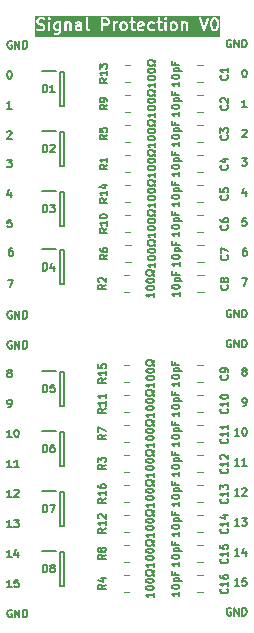
<source format=gto>
%TF.GenerationSoftware,KiCad,Pcbnew,8.0.7*%
%TF.CreationDate,2025-04-25T11:02:29+02:00*%
%TF.ProjectId,Signal Protection,5369676e-616c-4205-9072-6f7465637469,V1*%
%TF.SameCoordinates,Original*%
%TF.FileFunction,Legend,Top*%
%TF.FilePolarity,Positive*%
%FSLAX46Y46*%
G04 Gerber Fmt 4.6, Leading zero omitted, Abs format (unit mm)*
G04 Created by KiCad (PCBNEW 8.0.7) date 2025-04-25 11:02:29*
%MOMM*%
%LPD*%
G01*
G04 APERTURE LIST*
%ADD10C,0.150000*%
%ADD11C,0.200000*%
%ADD12C,0.120000*%
G04 APERTURE END LIST*
D10*
X20892601Y-33178963D02*
X20529744Y-33178963D01*
X20711172Y-33178963D02*
X20711172Y-32543963D01*
X20711172Y-32543963D02*
X20650696Y-32634677D01*
X20650696Y-32634677D02*
X20590220Y-32695153D01*
X20590220Y-32695153D02*
X20529744Y-32725391D01*
X21285696Y-32543963D02*
X21346173Y-32543963D01*
X21346173Y-32543963D02*
X21406649Y-32574201D01*
X21406649Y-32574201D02*
X21436887Y-32604439D01*
X21436887Y-32604439D02*
X21467125Y-32664915D01*
X21467125Y-32664915D02*
X21497363Y-32785867D01*
X21497363Y-32785867D02*
X21497363Y-32937058D01*
X21497363Y-32937058D02*
X21467125Y-33058010D01*
X21467125Y-33058010D02*
X21436887Y-33118486D01*
X21436887Y-33118486D02*
X21406649Y-33148725D01*
X21406649Y-33148725D02*
X21346173Y-33178963D01*
X21346173Y-33178963D02*
X21285696Y-33178963D01*
X21285696Y-33178963D02*
X21225220Y-33148725D01*
X21225220Y-33148725D02*
X21194982Y-33118486D01*
X21194982Y-33118486D02*
X21164744Y-33058010D01*
X21164744Y-33058010D02*
X21134506Y-32937058D01*
X21134506Y-32937058D02*
X21134506Y-32785867D01*
X21134506Y-32785867D02*
X21164744Y-32664915D01*
X21164744Y-32664915D02*
X21194982Y-32604439D01*
X21194982Y-32604439D02*
X21225220Y-32574201D01*
X21225220Y-32574201D02*
X21285696Y-32543963D01*
X1356588Y-27863105D02*
X1296112Y-27832867D01*
X1296112Y-27832867D02*
X1265874Y-27802629D01*
X1265874Y-27802629D02*
X1235636Y-27742153D01*
X1235636Y-27742153D02*
X1235636Y-27711915D01*
X1235636Y-27711915D02*
X1265874Y-27651439D01*
X1265874Y-27651439D02*
X1296112Y-27621201D01*
X1296112Y-27621201D02*
X1356588Y-27590963D01*
X1356588Y-27590963D02*
X1477541Y-27590963D01*
X1477541Y-27590963D02*
X1538017Y-27621201D01*
X1538017Y-27621201D02*
X1568255Y-27651439D01*
X1568255Y-27651439D02*
X1598493Y-27711915D01*
X1598493Y-27711915D02*
X1598493Y-27742153D01*
X1598493Y-27742153D02*
X1568255Y-27802629D01*
X1568255Y-27802629D02*
X1538017Y-27832867D01*
X1538017Y-27832867D02*
X1477541Y-27863105D01*
X1477541Y-27863105D02*
X1356588Y-27863105D01*
X1356588Y-27863105D02*
X1296112Y-27893344D01*
X1296112Y-27893344D02*
X1265874Y-27923582D01*
X1265874Y-27923582D02*
X1235636Y-27984058D01*
X1235636Y-27984058D02*
X1235636Y-28105010D01*
X1235636Y-28105010D02*
X1265874Y-28165486D01*
X1265874Y-28165486D02*
X1296112Y-28195725D01*
X1296112Y-28195725D02*
X1356588Y-28225963D01*
X1356588Y-28225963D02*
X1477541Y-28225963D01*
X1477541Y-28225963D02*
X1538017Y-28195725D01*
X1538017Y-28195725D02*
X1568255Y-28165486D01*
X1568255Y-28165486D02*
X1598493Y-28105010D01*
X1598493Y-28105010D02*
X1598493Y-27984058D01*
X1598493Y-27984058D02*
X1568255Y-27923582D01*
X1568255Y-27923582D02*
X1538017Y-27893344D01*
X1538017Y-27893344D02*
X1477541Y-27863105D01*
X20892601Y-40798963D02*
X20529744Y-40798963D01*
X20711172Y-40798963D02*
X20711172Y-40163963D01*
X20711172Y-40163963D02*
X20650696Y-40254677D01*
X20650696Y-40254677D02*
X20590220Y-40315153D01*
X20590220Y-40315153D02*
X20529744Y-40345391D01*
X21104268Y-40163963D02*
X21497363Y-40163963D01*
X21497363Y-40163963D02*
X21285696Y-40405867D01*
X21285696Y-40405867D02*
X21376411Y-40405867D01*
X21376411Y-40405867D02*
X21436887Y-40436105D01*
X21436887Y-40436105D02*
X21467125Y-40466344D01*
X21467125Y-40466344D02*
X21497363Y-40526820D01*
X21497363Y-40526820D02*
X21497363Y-40678010D01*
X21497363Y-40678010D02*
X21467125Y-40738486D01*
X21467125Y-40738486D02*
X21436887Y-40768725D01*
X21436887Y-40768725D02*
X21376411Y-40798963D01*
X21376411Y-40798963D02*
X21194982Y-40798963D01*
X21194982Y-40798963D02*
X21134506Y-40768725D01*
X21134506Y-40768725D02*
X21104268Y-40738486D01*
X20166887Y318798D02*
X20106411Y349036D01*
X20106411Y349036D02*
X20015697Y349036D01*
X20015697Y349036D02*
X19924982Y318798D01*
X19924982Y318798D02*
X19864506Y258322D01*
X19864506Y258322D02*
X19834268Y197846D01*
X19834268Y197846D02*
X19804030Y76894D01*
X19804030Y76894D02*
X19804030Y-13820D01*
X19804030Y-13820D02*
X19834268Y-134772D01*
X19834268Y-134772D02*
X19864506Y-195248D01*
X19864506Y-195248D02*
X19924982Y-255725D01*
X19924982Y-255725D02*
X20015697Y-285963D01*
X20015697Y-285963D02*
X20076173Y-285963D01*
X20076173Y-285963D02*
X20166887Y-255725D01*
X20166887Y-255725D02*
X20197125Y-225486D01*
X20197125Y-225486D02*
X20197125Y-13820D01*
X20197125Y-13820D02*
X20076173Y-13820D01*
X20469268Y-285963D02*
X20469268Y349036D01*
X20469268Y349036D02*
X20832125Y-285963D01*
X20832125Y-285963D02*
X20832125Y349036D01*
X21134506Y-285963D02*
X21134506Y349036D01*
X21134506Y349036D02*
X21285696Y349036D01*
X21285696Y349036D02*
X21376411Y318798D01*
X21376411Y318798D02*
X21436887Y258322D01*
X21436887Y258322D02*
X21467125Y197846D01*
X21467125Y197846D02*
X21497363Y76894D01*
X21497363Y76894D02*
X21497363Y-13820D01*
X21497363Y-13820D02*
X21467125Y-134772D01*
X21467125Y-134772D02*
X21436887Y-195248D01*
X21436887Y-195248D02*
X21376411Y-255725D01*
X21376411Y-255725D02*
X21285696Y-285963D01*
X21285696Y-285963D02*
X21134506Y-285963D01*
X1205398Y-9810963D02*
X1598493Y-9810963D01*
X1598493Y-9810963D02*
X1386826Y-10052867D01*
X1386826Y-10052867D02*
X1477541Y-10052867D01*
X1477541Y-10052867D02*
X1538017Y-10083105D01*
X1538017Y-10083105D02*
X1568255Y-10113344D01*
X1568255Y-10113344D02*
X1598493Y-10173820D01*
X1598493Y-10173820D02*
X1598493Y-10325010D01*
X1598493Y-10325010D02*
X1568255Y-10385486D01*
X1568255Y-10385486D02*
X1538017Y-10415725D01*
X1538017Y-10415725D02*
X1477541Y-10445963D01*
X1477541Y-10445963D02*
X1296112Y-10445963D01*
X1296112Y-10445963D02*
X1235636Y-10415725D01*
X1235636Y-10415725D02*
X1205398Y-10385486D01*
X1598493Y-25208201D02*
X1538017Y-25177963D01*
X1538017Y-25177963D02*
X1447303Y-25177963D01*
X1447303Y-25177963D02*
X1356588Y-25208201D01*
X1356588Y-25208201D02*
X1296112Y-25268677D01*
X1296112Y-25268677D02*
X1265874Y-25329153D01*
X1265874Y-25329153D02*
X1235636Y-25450105D01*
X1235636Y-25450105D02*
X1235636Y-25540820D01*
X1235636Y-25540820D02*
X1265874Y-25661772D01*
X1265874Y-25661772D02*
X1296112Y-25722248D01*
X1296112Y-25722248D02*
X1356588Y-25782725D01*
X1356588Y-25782725D02*
X1447303Y-25812963D01*
X1447303Y-25812963D02*
X1507779Y-25812963D01*
X1507779Y-25812963D02*
X1598493Y-25782725D01*
X1598493Y-25782725D02*
X1628731Y-25752486D01*
X1628731Y-25752486D02*
X1628731Y-25540820D01*
X1628731Y-25540820D02*
X1507779Y-25540820D01*
X1900874Y-25812963D02*
X1900874Y-25177963D01*
X1900874Y-25177963D02*
X2263731Y-25812963D01*
X2263731Y-25812963D02*
X2263731Y-25177963D01*
X2566112Y-25812963D02*
X2566112Y-25177963D01*
X2566112Y-25177963D02*
X2717302Y-25177963D01*
X2717302Y-25177963D02*
X2808017Y-25208201D01*
X2808017Y-25208201D02*
X2868493Y-25268677D01*
X2868493Y-25268677D02*
X2898731Y-25329153D01*
X2898731Y-25329153D02*
X2928969Y-25450105D01*
X2928969Y-25450105D02*
X2928969Y-25540820D01*
X2928969Y-25540820D02*
X2898731Y-25661772D01*
X2898731Y-25661772D02*
X2868493Y-25722248D01*
X2868493Y-25722248D02*
X2808017Y-25782725D01*
X2808017Y-25782725D02*
X2717302Y-25812963D01*
X2717302Y-25812963D02*
X2566112Y-25812963D01*
X20166887Y-22541201D02*
X20106411Y-22510963D01*
X20106411Y-22510963D02*
X20015697Y-22510963D01*
X20015697Y-22510963D02*
X19924982Y-22541201D01*
X19924982Y-22541201D02*
X19864506Y-22601677D01*
X19864506Y-22601677D02*
X19834268Y-22662153D01*
X19834268Y-22662153D02*
X19804030Y-22783105D01*
X19804030Y-22783105D02*
X19804030Y-22873820D01*
X19804030Y-22873820D02*
X19834268Y-22994772D01*
X19834268Y-22994772D02*
X19864506Y-23055248D01*
X19864506Y-23055248D02*
X19924982Y-23115725D01*
X19924982Y-23115725D02*
X20015697Y-23145963D01*
X20015697Y-23145963D02*
X20076173Y-23145963D01*
X20076173Y-23145963D02*
X20166887Y-23115725D01*
X20166887Y-23115725D02*
X20197125Y-23085486D01*
X20197125Y-23085486D02*
X20197125Y-22873820D01*
X20197125Y-22873820D02*
X20076173Y-22873820D01*
X20469268Y-23145963D02*
X20469268Y-22510963D01*
X20469268Y-22510963D02*
X20832125Y-23145963D01*
X20832125Y-23145963D02*
X20832125Y-22510963D01*
X21134506Y-23145963D02*
X21134506Y-22510963D01*
X21134506Y-22510963D02*
X21285696Y-22510963D01*
X21285696Y-22510963D02*
X21376411Y-22541201D01*
X21376411Y-22541201D02*
X21436887Y-22601677D01*
X21436887Y-22601677D02*
X21467125Y-22662153D01*
X21467125Y-22662153D02*
X21497363Y-22783105D01*
X21497363Y-22783105D02*
X21497363Y-22873820D01*
X21497363Y-22873820D02*
X21467125Y-22994772D01*
X21467125Y-22994772D02*
X21436887Y-23055248D01*
X21436887Y-23055248D02*
X21376411Y-23115725D01*
X21376411Y-23115725D02*
X21285696Y-23145963D01*
X21285696Y-23145963D02*
X21134506Y-23145963D01*
X20892601Y-35718963D02*
X20529744Y-35718963D01*
X20711172Y-35718963D02*
X20711172Y-35083963D01*
X20711172Y-35083963D02*
X20650696Y-35174677D01*
X20650696Y-35174677D02*
X20590220Y-35235153D01*
X20590220Y-35235153D02*
X20529744Y-35265391D01*
X21497363Y-35718963D02*
X21134506Y-35718963D01*
X21315934Y-35718963D02*
X21315934Y-35083963D01*
X21315934Y-35083963D02*
X21255458Y-35174677D01*
X21255458Y-35174677D02*
X21194982Y-35235153D01*
X21194982Y-35235153D02*
X21134506Y-35265391D01*
X1598493Y191798D02*
X1538017Y222036D01*
X1538017Y222036D02*
X1447303Y222036D01*
X1447303Y222036D02*
X1356588Y191798D01*
X1356588Y191798D02*
X1296112Y131322D01*
X1296112Y131322D02*
X1265874Y70846D01*
X1265874Y70846D02*
X1235636Y-50105D01*
X1235636Y-50105D02*
X1235636Y-140820D01*
X1235636Y-140820D02*
X1265874Y-261772D01*
X1265874Y-261772D02*
X1296112Y-322248D01*
X1296112Y-322248D02*
X1356588Y-382725D01*
X1356588Y-382725D02*
X1447303Y-412963D01*
X1447303Y-412963D02*
X1507779Y-412963D01*
X1507779Y-412963D02*
X1598493Y-382725D01*
X1598493Y-382725D02*
X1628731Y-352486D01*
X1628731Y-352486D02*
X1628731Y-140820D01*
X1628731Y-140820D02*
X1507779Y-140820D01*
X1900874Y-412963D02*
X1900874Y222036D01*
X1900874Y222036D02*
X2263731Y-412963D01*
X2263731Y-412963D02*
X2263731Y222036D01*
X2566112Y-412963D02*
X2566112Y222036D01*
X2566112Y222036D02*
X2717302Y222036D01*
X2717302Y222036D02*
X2808017Y191798D01*
X2808017Y191798D02*
X2868493Y131322D01*
X2868493Y131322D02*
X2898731Y70846D01*
X2898731Y70846D02*
X2928969Y-50105D01*
X2928969Y-50105D02*
X2928969Y-140820D01*
X2928969Y-140820D02*
X2898731Y-261772D01*
X2898731Y-261772D02*
X2868493Y-322248D01*
X2868493Y-322248D02*
X2808017Y-382725D01*
X2808017Y-382725D02*
X2717302Y-412963D01*
X2717302Y-412963D02*
X2566112Y-412963D01*
X21285696Y-2190963D02*
X21346173Y-2190963D01*
X21346173Y-2190963D02*
X21406649Y-2221201D01*
X21406649Y-2221201D02*
X21436887Y-2251439D01*
X21436887Y-2251439D02*
X21467125Y-2311915D01*
X21467125Y-2311915D02*
X21497363Y-2432867D01*
X21497363Y-2432867D02*
X21497363Y-2584058D01*
X21497363Y-2584058D02*
X21467125Y-2705010D01*
X21467125Y-2705010D02*
X21436887Y-2765486D01*
X21436887Y-2765486D02*
X21406649Y-2795725D01*
X21406649Y-2795725D02*
X21346173Y-2825963D01*
X21346173Y-2825963D02*
X21285696Y-2825963D01*
X21285696Y-2825963D02*
X21225220Y-2795725D01*
X21225220Y-2795725D02*
X21194982Y-2765486D01*
X21194982Y-2765486D02*
X21164744Y-2705010D01*
X21164744Y-2705010D02*
X21134506Y-2584058D01*
X21134506Y-2584058D02*
X21134506Y-2432867D01*
X21134506Y-2432867D02*
X21164744Y-2311915D01*
X21164744Y-2311915D02*
X21194982Y-2251439D01*
X21194982Y-2251439D02*
X21225220Y-2221201D01*
X21225220Y-2221201D02*
X21285696Y-2190963D01*
X1568255Y-14890963D02*
X1265874Y-14890963D01*
X1265874Y-14890963D02*
X1235636Y-15193344D01*
X1235636Y-15193344D02*
X1265874Y-15163105D01*
X1265874Y-15163105D02*
X1326350Y-15132867D01*
X1326350Y-15132867D02*
X1477541Y-15132867D01*
X1477541Y-15132867D02*
X1538017Y-15163105D01*
X1538017Y-15163105D02*
X1568255Y-15193344D01*
X1568255Y-15193344D02*
X1598493Y-15253820D01*
X1598493Y-15253820D02*
X1598493Y-15405010D01*
X1598493Y-15405010D02*
X1568255Y-15465486D01*
X1568255Y-15465486D02*
X1538017Y-15495725D01*
X1538017Y-15495725D02*
X1477541Y-15525963D01*
X1477541Y-15525963D02*
X1326350Y-15525963D01*
X1326350Y-15525963D02*
X1265874Y-15495725D01*
X1265874Y-15495725D02*
X1235636Y-15465486D01*
X21467125Y-14763963D02*
X21164744Y-14763963D01*
X21164744Y-14763963D02*
X21134506Y-15066344D01*
X21134506Y-15066344D02*
X21164744Y-15036105D01*
X21164744Y-15036105D02*
X21225220Y-15005867D01*
X21225220Y-15005867D02*
X21376411Y-15005867D01*
X21376411Y-15005867D02*
X21436887Y-15036105D01*
X21436887Y-15036105D02*
X21467125Y-15066344D01*
X21467125Y-15066344D02*
X21497363Y-15126820D01*
X21497363Y-15126820D02*
X21497363Y-15278010D01*
X21497363Y-15278010D02*
X21467125Y-15338486D01*
X21467125Y-15338486D02*
X21436887Y-15368725D01*
X21436887Y-15368725D02*
X21376411Y-15398963D01*
X21376411Y-15398963D02*
X21225220Y-15398963D01*
X21225220Y-15398963D02*
X21164744Y-15368725D01*
X21164744Y-15368725D02*
X21134506Y-15338486D01*
X21460387Y-17313963D02*
X21339434Y-17313963D01*
X21339434Y-17313963D02*
X21278958Y-17344201D01*
X21278958Y-17344201D02*
X21248720Y-17374439D01*
X21248720Y-17374439D02*
X21188244Y-17465153D01*
X21188244Y-17465153D02*
X21158006Y-17586105D01*
X21158006Y-17586105D02*
X21158006Y-17828010D01*
X21158006Y-17828010D02*
X21188244Y-17888486D01*
X21188244Y-17888486D02*
X21218482Y-17918725D01*
X21218482Y-17918725D02*
X21278958Y-17948963D01*
X21278958Y-17948963D02*
X21399911Y-17948963D01*
X21399911Y-17948963D02*
X21460387Y-17918725D01*
X21460387Y-17918725D02*
X21490625Y-17888486D01*
X21490625Y-17888486D02*
X21520863Y-17828010D01*
X21520863Y-17828010D02*
X21520863Y-17676820D01*
X21520863Y-17676820D02*
X21490625Y-17616344D01*
X21490625Y-17616344D02*
X21460387Y-17586105D01*
X21460387Y-17586105D02*
X21399911Y-17555867D01*
X21399911Y-17555867D02*
X21278958Y-17555867D01*
X21278958Y-17555867D02*
X21218482Y-17586105D01*
X21218482Y-17586105D02*
X21188244Y-17616344D01*
X21188244Y-17616344D02*
X21158006Y-17676820D01*
X21127768Y-19843963D02*
X21551101Y-19843963D01*
X21551101Y-19843963D02*
X21278958Y-20478963D01*
X1598493Y-35845963D02*
X1235636Y-35845963D01*
X1417064Y-35845963D02*
X1417064Y-35210963D01*
X1417064Y-35210963D02*
X1356588Y-35301677D01*
X1356588Y-35301677D02*
X1296112Y-35362153D01*
X1296112Y-35362153D02*
X1235636Y-35392391D01*
X2203255Y-35845963D02*
X1840398Y-35845963D01*
X2021826Y-35845963D02*
X2021826Y-35210963D01*
X2021826Y-35210963D02*
X1961350Y-35301677D01*
X1961350Y-35301677D02*
X1900874Y-35362153D01*
X1900874Y-35362153D02*
X1840398Y-35392391D01*
X21497363Y-5365963D02*
X21134506Y-5365963D01*
X21315934Y-5365963D02*
X21315934Y-4730963D01*
X21315934Y-4730963D02*
X21255458Y-4821677D01*
X21255458Y-4821677D02*
X21194982Y-4882153D01*
X21194982Y-4882153D02*
X21134506Y-4912391D01*
X20166887Y-47814201D02*
X20106411Y-47783963D01*
X20106411Y-47783963D02*
X20015697Y-47783963D01*
X20015697Y-47783963D02*
X19924982Y-47814201D01*
X19924982Y-47814201D02*
X19864506Y-47874677D01*
X19864506Y-47874677D02*
X19834268Y-47935153D01*
X19834268Y-47935153D02*
X19804030Y-48056105D01*
X19804030Y-48056105D02*
X19804030Y-48146820D01*
X19804030Y-48146820D02*
X19834268Y-48267772D01*
X19834268Y-48267772D02*
X19864506Y-48328248D01*
X19864506Y-48328248D02*
X19924982Y-48388725D01*
X19924982Y-48388725D02*
X20015697Y-48418963D01*
X20015697Y-48418963D02*
X20076173Y-48418963D01*
X20076173Y-48418963D02*
X20166887Y-48388725D01*
X20166887Y-48388725D02*
X20197125Y-48358486D01*
X20197125Y-48358486D02*
X20197125Y-48146820D01*
X20197125Y-48146820D02*
X20076173Y-48146820D01*
X20469268Y-48418963D02*
X20469268Y-47783963D01*
X20469268Y-47783963D02*
X20832125Y-48418963D01*
X20832125Y-48418963D02*
X20832125Y-47783963D01*
X21134506Y-48418963D02*
X21134506Y-47783963D01*
X21134506Y-47783963D02*
X21285696Y-47783963D01*
X21285696Y-47783963D02*
X21376411Y-47814201D01*
X21376411Y-47814201D02*
X21436887Y-47874677D01*
X21436887Y-47874677D02*
X21467125Y-47935153D01*
X21467125Y-47935153D02*
X21497363Y-48056105D01*
X21497363Y-48056105D02*
X21497363Y-48146820D01*
X21497363Y-48146820D02*
X21467125Y-48267772D01*
X21467125Y-48267772D02*
X21436887Y-48328248D01*
X21436887Y-48328248D02*
X21376411Y-48388725D01*
X21376411Y-48388725D02*
X21285696Y-48418963D01*
X21285696Y-48418963D02*
X21134506Y-48418963D01*
X20166887Y-25081201D02*
X20106411Y-25050963D01*
X20106411Y-25050963D02*
X20015697Y-25050963D01*
X20015697Y-25050963D02*
X19924982Y-25081201D01*
X19924982Y-25081201D02*
X19864506Y-25141677D01*
X19864506Y-25141677D02*
X19834268Y-25202153D01*
X19834268Y-25202153D02*
X19804030Y-25323105D01*
X19804030Y-25323105D02*
X19804030Y-25413820D01*
X19804030Y-25413820D02*
X19834268Y-25534772D01*
X19834268Y-25534772D02*
X19864506Y-25595248D01*
X19864506Y-25595248D02*
X19924982Y-25655725D01*
X19924982Y-25655725D02*
X20015697Y-25685963D01*
X20015697Y-25685963D02*
X20076173Y-25685963D01*
X20076173Y-25685963D02*
X20166887Y-25655725D01*
X20166887Y-25655725D02*
X20197125Y-25625486D01*
X20197125Y-25625486D02*
X20197125Y-25413820D01*
X20197125Y-25413820D02*
X20076173Y-25413820D01*
X20469268Y-25685963D02*
X20469268Y-25050963D01*
X20469268Y-25050963D02*
X20832125Y-25685963D01*
X20832125Y-25685963D02*
X20832125Y-25050963D01*
X21134506Y-25685963D02*
X21134506Y-25050963D01*
X21134506Y-25050963D02*
X21285696Y-25050963D01*
X21285696Y-25050963D02*
X21376411Y-25081201D01*
X21376411Y-25081201D02*
X21436887Y-25141677D01*
X21436887Y-25141677D02*
X21467125Y-25202153D01*
X21467125Y-25202153D02*
X21497363Y-25323105D01*
X21497363Y-25323105D02*
X21497363Y-25413820D01*
X21497363Y-25413820D02*
X21467125Y-25534772D01*
X21467125Y-25534772D02*
X21436887Y-25595248D01*
X21436887Y-25595248D02*
X21376411Y-25655725D01*
X21376411Y-25655725D02*
X21285696Y-25685963D01*
X21285696Y-25685963D02*
X21134506Y-25685963D01*
X20892601Y-43338963D02*
X20529744Y-43338963D01*
X20711172Y-43338963D02*
X20711172Y-42703963D01*
X20711172Y-42703963D02*
X20650696Y-42794677D01*
X20650696Y-42794677D02*
X20590220Y-42855153D01*
X20590220Y-42855153D02*
X20529744Y-42885391D01*
X21436887Y-42915629D02*
X21436887Y-43338963D01*
X21285696Y-42673725D02*
X21134506Y-43127296D01*
X21134506Y-43127296D02*
X21527601Y-43127296D01*
X1332398Y-19970963D02*
X1755731Y-19970963D01*
X1755731Y-19970963D02*
X1483588Y-20605963D01*
X1598493Y-47941201D02*
X1538017Y-47910963D01*
X1538017Y-47910963D02*
X1447303Y-47910963D01*
X1447303Y-47910963D02*
X1356588Y-47941201D01*
X1356588Y-47941201D02*
X1296112Y-48001677D01*
X1296112Y-48001677D02*
X1265874Y-48062153D01*
X1265874Y-48062153D02*
X1235636Y-48183105D01*
X1235636Y-48183105D02*
X1235636Y-48273820D01*
X1235636Y-48273820D02*
X1265874Y-48394772D01*
X1265874Y-48394772D02*
X1296112Y-48455248D01*
X1296112Y-48455248D02*
X1356588Y-48515725D01*
X1356588Y-48515725D02*
X1447303Y-48545963D01*
X1447303Y-48545963D02*
X1507779Y-48545963D01*
X1507779Y-48545963D02*
X1598493Y-48515725D01*
X1598493Y-48515725D02*
X1628731Y-48485486D01*
X1628731Y-48485486D02*
X1628731Y-48273820D01*
X1628731Y-48273820D02*
X1507779Y-48273820D01*
X1900874Y-48545963D02*
X1900874Y-47910963D01*
X1900874Y-47910963D02*
X2263731Y-48545963D01*
X2263731Y-48545963D02*
X2263731Y-47910963D01*
X2566112Y-48545963D02*
X2566112Y-47910963D01*
X2566112Y-47910963D02*
X2717302Y-47910963D01*
X2717302Y-47910963D02*
X2808017Y-47941201D01*
X2808017Y-47941201D02*
X2868493Y-48001677D01*
X2868493Y-48001677D02*
X2898731Y-48062153D01*
X2898731Y-48062153D02*
X2928969Y-48183105D01*
X2928969Y-48183105D02*
X2928969Y-48273820D01*
X2928969Y-48273820D02*
X2898731Y-48394772D01*
X2898731Y-48394772D02*
X2868493Y-48455248D01*
X2868493Y-48455248D02*
X2808017Y-48515725D01*
X2808017Y-48515725D02*
X2717302Y-48545963D01*
X2717302Y-48545963D02*
X2566112Y-48545963D01*
X21134506Y-7331439D02*
X21164744Y-7301201D01*
X21164744Y-7301201D02*
X21225220Y-7270963D01*
X21225220Y-7270963D02*
X21376411Y-7270963D01*
X21376411Y-7270963D02*
X21436887Y-7301201D01*
X21436887Y-7301201D02*
X21467125Y-7331439D01*
X21467125Y-7331439D02*
X21497363Y-7391915D01*
X21497363Y-7391915D02*
X21497363Y-7452391D01*
X21497363Y-7452391D02*
X21467125Y-7543105D01*
X21467125Y-7543105D02*
X21104268Y-7905963D01*
X21104268Y-7905963D02*
X21497363Y-7905963D01*
X1538017Y-12562629D02*
X1538017Y-12985963D01*
X1386826Y-12320725D02*
X1235636Y-12774296D01*
X1235636Y-12774296D02*
X1628731Y-12774296D01*
X1598493Y-5492963D02*
X1235636Y-5492963D01*
X1417064Y-5492963D02*
X1417064Y-4857963D01*
X1417064Y-4857963D02*
X1356588Y-4948677D01*
X1356588Y-4948677D02*
X1296112Y-5009153D01*
X1296112Y-5009153D02*
X1235636Y-5039391D01*
X21104268Y-9683963D02*
X21497363Y-9683963D01*
X21497363Y-9683963D02*
X21285696Y-9925867D01*
X21285696Y-9925867D02*
X21376411Y-9925867D01*
X21376411Y-9925867D02*
X21436887Y-9956105D01*
X21436887Y-9956105D02*
X21467125Y-9986344D01*
X21467125Y-9986344D02*
X21497363Y-10046820D01*
X21497363Y-10046820D02*
X21497363Y-10198010D01*
X21497363Y-10198010D02*
X21467125Y-10258486D01*
X21467125Y-10258486D02*
X21436887Y-10288725D01*
X21436887Y-10288725D02*
X21376411Y-10318963D01*
X21376411Y-10318963D02*
X21194982Y-10318963D01*
X21194982Y-10318963D02*
X21134506Y-10288725D01*
X21134506Y-10288725D02*
X21104268Y-10258486D01*
X1235636Y-7458439D02*
X1265874Y-7428201D01*
X1265874Y-7428201D02*
X1326350Y-7397963D01*
X1326350Y-7397963D02*
X1477541Y-7397963D01*
X1477541Y-7397963D02*
X1538017Y-7428201D01*
X1538017Y-7428201D02*
X1568255Y-7458439D01*
X1568255Y-7458439D02*
X1598493Y-7518915D01*
X1598493Y-7518915D02*
X1598493Y-7579391D01*
X1598493Y-7579391D02*
X1568255Y-7670105D01*
X1568255Y-7670105D02*
X1205398Y-8032963D01*
X1205398Y-8032963D02*
X1598493Y-8032963D01*
X20892601Y-45878963D02*
X20529744Y-45878963D01*
X20711172Y-45878963D02*
X20711172Y-45243963D01*
X20711172Y-45243963D02*
X20650696Y-45334677D01*
X20650696Y-45334677D02*
X20590220Y-45395153D01*
X20590220Y-45395153D02*
X20529744Y-45425391D01*
X21467125Y-45243963D02*
X21164744Y-45243963D01*
X21164744Y-45243963D02*
X21134506Y-45546344D01*
X21134506Y-45546344D02*
X21164744Y-45516105D01*
X21164744Y-45516105D02*
X21225220Y-45485867D01*
X21225220Y-45485867D02*
X21376411Y-45485867D01*
X21376411Y-45485867D02*
X21436887Y-45516105D01*
X21436887Y-45516105D02*
X21467125Y-45546344D01*
X21467125Y-45546344D02*
X21497363Y-45606820D01*
X21497363Y-45606820D02*
X21497363Y-45758010D01*
X21497363Y-45758010D02*
X21467125Y-45818486D01*
X21467125Y-45818486D02*
X21436887Y-45848725D01*
X21436887Y-45848725D02*
X21376411Y-45878963D01*
X21376411Y-45878963D02*
X21225220Y-45878963D01*
X21225220Y-45878963D02*
X21164744Y-45848725D01*
X21164744Y-45848725D02*
X21134506Y-45818486D01*
D11*
G36*
X5591903Y1706024D02*
G01*
X5591903Y1258202D01*
X5573059Y1248780D01*
X5429795Y1248780D01*
X5370187Y1278584D01*
X5345518Y1303254D01*
X5315713Y1362864D01*
X5315713Y1601363D01*
X5345518Y1660973D01*
X5370186Y1685642D01*
X5429796Y1715447D01*
X5573058Y1715447D01*
X5591903Y1706024D01*
G37*
G36*
X7401427Y1258202D02*
G01*
X7382583Y1248780D01*
X7191700Y1248780D01*
X7147392Y1270934D01*
X7125237Y1315245D01*
X7125237Y1363268D01*
X7147392Y1407578D01*
X7191701Y1429733D01*
X7401427Y1429733D01*
X7401427Y1258202D01*
G37*
G36*
X11204097Y1685641D02*
G01*
X11228766Y1660973D01*
X11258571Y1601364D01*
X11258571Y1362864D01*
X11228766Y1303254D01*
X11204095Y1278583D01*
X11144489Y1248780D01*
X11048844Y1248780D01*
X10989236Y1278584D01*
X10964567Y1303254D01*
X10934762Y1362864D01*
X10934762Y1601363D01*
X10964567Y1660973D01*
X10989235Y1685642D01*
X11048845Y1715447D01*
X11144488Y1715447D01*
X11204097Y1685641D01*
G37*
G36*
X12664988Y1693291D02*
G01*
X12682438Y1658391D01*
X12410953Y1604094D01*
X12410953Y1648982D01*
X12433108Y1693292D01*
X12477417Y1715447D01*
X12620679Y1715447D01*
X12664988Y1693291D01*
G37*
G36*
X15442193Y1685641D02*
G01*
X15466862Y1660973D01*
X15496667Y1601364D01*
X15496667Y1362864D01*
X15466862Y1303254D01*
X15442191Y1278583D01*
X15382585Y1248780D01*
X15286940Y1248780D01*
X15227332Y1278584D01*
X15202663Y1303254D01*
X15172858Y1362864D01*
X15172858Y1601363D01*
X15202663Y1660973D01*
X15227331Y1685642D01*
X15286941Y1715447D01*
X15382584Y1715447D01*
X15442193Y1685641D01*
G37*
G36*
X18870765Y2018974D02*
G01*
X18895434Y1994306D01*
X18930887Y1923399D01*
X18972858Y1755518D01*
X18972858Y1542042D01*
X18930887Y1374161D01*
X18895434Y1303254D01*
X18870763Y1278583D01*
X18811157Y1248780D01*
X18763131Y1248780D01*
X18703523Y1278584D01*
X18678854Y1303254D01*
X18643400Y1374161D01*
X18601430Y1542043D01*
X18601430Y1755518D01*
X18643400Y1923399D01*
X18678854Y1994306D01*
X18703522Y2018975D01*
X18763132Y2048780D01*
X18811156Y2048780D01*
X18870765Y2018974D01*
G37*
G36*
X9680287Y2018974D02*
G01*
X9704956Y1994306D01*
X9734761Y1934697D01*
X9734761Y1839054D01*
X9704956Y1779444D01*
X9680287Y1754776D01*
X9620678Y1724971D01*
X9363333Y1724971D01*
X9363333Y2048780D01*
X9620678Y2048780D01*
X9680287Y2018974D01*
G37*
G36*
X19283969Y604336D02*
G01*
X3576031Y604336D01*
X3576031Y1958304D01*
X3687142Y1958304D01*
X3687142Y1863066D01*
X3689063Y1843557D01*
X3690438Y1840236D01*
X3690693Y1836653D01*
X3697699Y1818345D01*
X3745318Y1723107D01*
X3750603Y1714710D01*
X3751614Y1712271D01*
X3753867Y1709524D01*
X3755761Y1706517D01*
X3757755Y1704787D01*
X3764050Y1697117D01*
X3811669Y1649499D01*
X3819335Y1643206D01*
X3821068Y1641209D01*
X3824076Y1639315D01*
X3826822Y1637062D01*
X3829262Y1636051D01*
X3837659Y1630766D01*
X3932896Y1583147D01*
X3934324Y1582600D01*
X3934904Y1582171D01*
X3943080Y1579249D01*
X3951205Y1576141D01*
X3951925Y1576089D01*
X3953364Y1575576D01*
X4133189Y1530619D01*
X4204096Y1495165D01*
X4228765Y1470497D01*
X4258570Y1410888D01*
X4258570Y1362864D01*
X4228765Y1303254D01*
X4204094Y1278583D01*
X4144488Y1248780D01*
X3946227Y1248780D01*
X3818765Y1291268D01*
X3799650Y1295615D01*
X3760730Y1292849D01*
X3725831Y1275400D01*
X3700266Y1245924D01*
X3687927Y1208908D01*
X3690693Y1169988D01*
X3708142Y1135089D01*
X3737618Y1109524D01*
X3755519Y1101532D01*
X3898376Y1053912D01*
X3908048Y1051712D01*
X3910490Y1050701D01*
X3914027Y1050352D01*
X3917491Y1049565D01*
X3920125Y1049752D01*
X3929999Y1048780D01*
X4168094Y1048780D01*
X4187603Y1050701D01*
X4190922Y1052076D01*
X4194508Y1052331D01*
X4212816Y1059338D01*
X4308054Y1106958D01*
X4316449Y1112242D01*
X4318889Y1113253D01*
X4321634Y1115506D01*
X4324645Y1117401D01*
X4326376Y1119397D01*
X4334043Y1125689D01*
X4381661Y1173308D01*
X4387953Y1180974D01*
X4389951Y1182707D01*
X4391844Y1185715D01*
X4394098Y1188461D01*
X4395108Y1190901D01*
X4400394Y1199298D01*
X4448013Y1294535D01*
X4455019Y1312844D01*
X4455273Y1316427D01*
X4456649Y1319748D01*
X4458570Y1339257D01*
X4458570Y1434495D01*
X4456649Y1454004D01*
X4455273Y1457324D01*
X4455019Y1460908D01*
X4448013Y1479217D01*
X4400394Y1574454D01*
X4395108Y1582850D01*
X4394098Y1585291D01*
X4391844Y1588036D01*
X4389951Y1591045D01*
X4387953Y1592777D01*
X4381661Y1600444D01*
X4334043Y1648063D01*
X4326372Y1654357D01*
X4324643Y1656352D01*
X4321635Y1658245D01*
X4318889Y1660499D01*
X4316449Y1661509D01*
X4308053Y1666795D01*
X4212815Y1714414D01*
X4211388Y1714959D01*
X4210808Y1715390D01*
X4202631Y1718311D01*
X4194507Y1721420D01*
X4193784Y1721471D01*
X4192347Y1721985D01*
X4012522Y1766941D01*
X3941615Y1802394D01*
X3928563Y1815447D01*
X4687142Y1815447D01*
X4687142Y1148780D01*
X4689063Y1129271D01*
X4703995Y1093223D01*
X4731585Y1065633D01*
X4767633Y1050701D01*
X4806651Y1050701D01*
X4842699Y1065633D01*
X4870289Y1093223D01*
X4885221Y1129271D01*
X4887142Y1148780D01*
X4887142Y1624971D01*
X5115713Y1624971D01*
X5115713Y1339257D01*
X5117634Y1319748D01*
X5119009Y1316427D01*
X5119264Y1312844D01*
X5126270Y1294536D01*
X5173889Y1199298D01*
X5179174Y1190901D01*
X5180185Y1188462D01*
X5182438Y1185715D01*
X5184332Y1182708D01*
X5186326Y1180978D01*
X5192621Y1173308D01*
X5240240Y1125690D01*
X5247909Y1119395D01*
X5249639Y1117401D01*
X5252643Y1115509D01*
X5255393Y1113253D01*
X5257836Y1112241D01*
X5266229Y1106958D01*
X5361467Y1059338D01*
X5379776Y1052331D01*
X5383359Y1052076D01*
X5386680Y1050701D01*
X5406189Y1048780D01*
X5591903Y1048780D01*
X5591903Y1029530D01*
X5562098Y969920D01*
X5537429Y945252D01*
X5477820Y915447D01*
X5382177Y915447D01*
X5308053Y952509D01*
X5289745Y959515D01*
X5250825Y962281D01*
X5213809Y949942D01*
X5184332Y924378D01*
X5166883Y889479D01*
X5164117Y850559D01*
X5176456Y813543D01*
X5202020Y784066D01*
X5218611Y773623D01*
X5313848Y726004D01*
X5332157Y718998D01*
X5335740Y718743D01*
X5339061Y717368D01*
X5358570Y715447D01*
X5501427Y715447D01*
X5520936Y717368D01*
X5524256Y718743D01*
X5527840Y718998D01*
X5546148Y726004D01*
X5641386Y773623D01*
X5649782Y778908D01*
X5652222Y779919D01*
X5654968Y782172D01*
X5657976Y784066D01*
X5659705Y786060D01*
X5667376Y792355D01*
X5714994Y839974D01*
X5721286Y847640D01*
X5723284Y849373D01*
X5725177Y852381D01*
X5727431Y855127D01*
X5728441Y857567D01*
X5733727Y865964D01*
X5781346Y961201D01*
X5788352Y979510D01*
X5788606Y983093D01*
X5789982Y986414D01*
X5791903Y1005923D01*
X5791903Y1815447D01*
X6068094Y1815447D01*
X6068094Y1148780D01*
X6070015Y1129271D01*
X6084947Y1093223D01*
X6112537Y1065633D01*
X6148585Y1050701D01*
X6187603Y1050701D01*
X6223651Y1065633D01*
X6251241Y1093223D01*
X6266173Y1129271D01*
X6268094Y1148780D01*
X6268094Y1678787D01*
X6274948Y1685642D01*
X6334558Y1715447D01*
X6430201Y1715447D01*
X6474510Y1693291D01*
X6496665Y1648983D01*
X6496665Y1148780D01*
X6498586Y1129271D01*
X6513518Y1093223D01*
X6541108Y1065633D01*
X6577156Y1050701D01*
X6616174Y1050701D01*
X6652222Y1065633D01*
X6679812Y1093223D01*
X6694744Y1129271D01*
X6696665Y1148780D01*
X6696665Y1386876D01*
X6925237Y1386876D01*
X6925237Y1291638D01*
X6927158Y1272129D01*
X6928533Y1268808D01*
X6928788Y1265225D01*
X6935794Y1246917D01*
X6983413Y1151679D01*
X6985465Y1148418D01*
X6985979Y1146878D01*
X6987642Y1144960D01*
X6993856Y1135089D01*
X7003328Y1126873D01*
X7011544Y1117401D01*
X7021415Y1111187D01*
X7023333Y1109524D01*
X7024873Y1109010D01*
X7028134Y1106958D01*
X7123372Y1059338D01*
X7141681Y1052331D01*
X7145264Y1052076D01*
X7148585Y1050701D01*
X7168094Y1048780D01*
X7406189Y1048780D01*
X7425698Y1050701D01*
X7429017Y1052076D01*
X7432603Y1052331D01*
X7450911Y1059338D01*
X7455512Y1061638D01*
X7481918Y1050701D01*
X7520936Y1050701D01*
X7556984Y1065633D01*
X7584574Y1093223D01*
X7599506Y1129271D01*
X7601427Y1148780D01*
X7601427Y1672590D01*
X7599506Y1692099D01*
X7598130Y1695419D01*
X7597876Y1699003D01*
X7590870Y1717312D01*
X7543251Y1812549D01*
X7541196Y1815812D01*
X7540684Y1817351D01*
X7539022Y1819266D01*
X7532808Y1829140D01*
X7523332Y1837357D01*
X7515119Y1846828D01*
X7505247Y1853041D01*
X7503331Y1854704D01*
X7501792Y1855217D01*
X7498529Y1857271D01*
X7403291Y1904890D01*
X7384983Y1911896D01*
X7381399Y1912150D01*
X7378079Y1913526D01*
X7358570Y1915447D01*
X7168094Y1915447D01*
X7148585Y1913526D01*
X7145264Y1912150D01*
X7141681Y1911896D01*
X7123372Y1904890D01*
X7028135Y1857271D01*
X7011544Y1846828D01*
X6985980Y1817351D01*
X6973641Y1780335D01*
X6976407Y1741415D01*
X6993856Y1706516D01*
X7023333Y1680952D01*
X7060349Y1668613D01*
X7099269Y1671379D01*
X7117577Y1678385D01*
X7191701Y1715447D01*
X7334963Y1715447D01*
X7379272Y1693291D01*
X7401427Y1648983D01*
X7401427Y1639155D01*
X7382582Y1629733D01*
X7168094Y1629733D01*
X7148585Y1627812D01*
X7145264Y1626436D01*
X7141681Y1626182D01*
X7123372Y1619176D01*
X7028135Y1571557D01*
X7024871Y1569502D01*
X7023333Y1568990D01*
X7021417Y1567328D01*
X7011544Y1561114D01*
X7003326Y1551638D01*
X6993856Y1543425D01*
X6987642Y1533553D01*
X6985980Y1531637D01*
X6985466Y1530098D01*
X6983413Y1526835D01*
X6935794Y1431597D01*
X6928788Y1413289D01*
X6928533Y1409705D01*
X6927158Y1406385D01*
X6925237Y1386876D01*
X6696665Y1386876D01*
X6696665Y1672590D01*
X6694744Y1692099D01*
X6693368Y1695419D01*
X6693114Y1699003D01*
X6686108Y1717312D01*
X6638489Y1812549D01*
X6636434Y1815812D01*
X6635922Y1817351D01*
X6634260Y1819266D01*
X6628046Y1829140D01*
X6618570Y1837357D01*
X6610357Y1846828D01*
X6600485Y1853041D01*
X6598569Y1854704D01*
X6597030Y1855217D01*
X6593767Y1857271D01*
X6498529Y1904890D01*
X6480221Y1911896D01*
X6476637Y1912150D01*
X6473317Y1913526D01*
X6453808Y1915447D01*
X6310951Y1915447D01*
X6291442Y1913526D01*
X6288121Y1912150D01*
X6284538Y1911896D01*
X6266229Y1904890D01*
X6233646Y1888598D01*
X6223651Y1898594D01*
X6187603Y1913526D01*
X6148585Y1913526D01*
X6112537Y1898594D01*
X6084947Y1871004D01*
X6070015Y1834956D01*
X6068094Y1815447D01*
X5791903Y1815447D01*
X5789982Y1834956D01*
X5775050Y1871004D01*
X5747460Y1898594D01*
X5711412Y1913526D01*
X5672394Y1913526D01*
X5645989Y1902588D01*
X5641386Y1904890D01*
X5623078Y1911896D01*
X5619494Y1912150D01*
X5616174Y1913526D01*
X5596665Y1915447D01*
X5406189Y1915447D01*
X5386680Y1913526D01*
X5383359Y1912150D01*
X5379776Y1911896D01*
X5361467Y1904890D01*
X5266230Y1857271D01*
X5257833Y1851985D01*
X5255393Y1850975D01*
X5252647Y1848721D01*
X5249639Y1846828D01*
X5247906Y1844830D01*
X5240240Y1838538D01*
X5192621Y1790920D01*
X5186326Y1783249D01*
X5184332Y1781520D01*
X5182438Y1778512D01*
X5180185Y1775766D01*
X5179174Y1773326D01*
X5173889Y1764930D01*
X5126270Y1669692D01*
X5119264Y1651384D01*
X5119009Y1647800D01*
X5117634Y1644480D01*
X5115713Y1624971D01*
X4887142Y1624971D01*
X4887142Y1815447D01*
X4885221Y1834956D01*
X4870289Y1871004D01*
X4842699Y1898594D01*
X4806651Y1913526D01*
X4767633Y1913526D01*
X4731585Y1898594D01*
X4703995Y1871004D01*
X4689063Y1834956D01*
X4687142Y1815447D01*
X3928563Y1815447D01*
X3916947Y1827063D01*
X3887142Y1886673D01*
X3887142Y1934696D01*
X3916947Y1994306D01*
X3941615Y2018975D01*
X4001225Y2048780D01*
X4199486Y2048780D01*
X4326947Y2006293D01*
X4346062Y2001946D01*
X4384982Y2004712D01*
X4419881Y2022162D01*
X4445446Y2051638D01*
X4457785Y2088654D01*
X4455509Y2120670D01*
X4641444Y2120670D01*
X4641444Y2081652D01*
X4656376Y2045604D01*
X4668812Y2030450D01*
X4716431Y1982832D01*
X4731584Y1970395D01*
X4742142Y1966021D01*
X4767633Y1955463D01*
X4806651Y1955463D01*
X4842699Y1970395D01*
X4857853Y1982831D01*
X4905471Y2030450D01*
X4917908Y2045603D01*
X4932839Y2081652D01*
X4932839Y2120670D01*
X4929979Y2127574D01*
X4921196Y2148780D01*
X7877618Y2148780D01*
X7877618Y1291638D01*
X7879539Y1272129D01*
X7880914Y1268808D01*
X7881169Y1265225D01*
X7888175Y1246917D01*
X7935794Y1151679D01*
X7937846Y1148418D01*
X7938360Y1146878D01*
X7940023Y1144960D01*
X7946237Y1135089D01*
X7955709Y1126873D01*
X7963925Y1117401D01*
X7973796Y1111187D01*
X7975714Y1109524D01*
X7977254Y1109010D01*
X7980515Y1106958D01*
X8075753Y1059338D01*
X8094062Y1052331D01*
X8132982Y1049565D01*
X8169998Y1061903D01*
X8199475Y1087468D01*
X8216924Y1122366D01*
X8219690Y1161286D01*
X8207352Y1198302D01*
X8181788Y1227779D01*
X8165197Y1238222D01*
X8099773Y1270934D01*
X8077618Y1315245D01*
X8077618Y2148780D01*
X9163333Y2148780D01*
X9163333Y1148780D01*
X9165254Y1129271D01*
X9180186Y1093223D01*
X9207776Y1065633D01*
X9243824Y1050701D01*
X9282842Y1050701D01*
X9318890Y1065633D01*
X9346480Y1093223D01*
X9361412Y1129271D01*
X9363333Y1148780D01*
X9363333Y1524971D01*
X9644285Y1524971D01*
X9663794Y1526892D01*
X9667114Y1528267D01*
X9670698Y1528522D01*
X9689006Y1535528D01*
X9784244Y1583147D01*
X9792640Y1588432D01*
X9795080Y1589443D01*
X9797826Y1591696D01*
X9800834Y1593590D01*
X9802563Y1595584D01*
X9810234Y1601879D01*
X9857852Y1649498D01*
X9864144Y1657164D01*
X9866142Y1658897D01*
X9868035Y1661905D01*
X9870289Y1664651D01*
X9871299Y1667091D01*
X9876585Y1675488D01*
X9924204Y1770725D01*
X9931210Y1789034D01*
X9931464Y1792617D01*
X9932840Y1795938D01*
X9934761Y1815447D01*
X10163333Y1815447D01*
X10163333Y1148780D01*
X10165254Y1129271D01*
X10180186Y1093223D01*
X10207776Y1065633D01*
X10243824Y1050701D01*
X10282842Y1050701D01*
X10318890Y1065633D01*
X10346480Y1093223D01*
X10361412Y1129271D01*
X10363333Y1148780D01*
X10363333Y1601363D01*
X10375137Y1624971D01*
X10734762Y1624971D01*
X10734762Y1339257D01*
X10736683Y1319748D01*
X10738058Y1316427D01*
X10738313Y1312844D01*
X10745319Y1294536D01*
X10792938Y1199298D01*
X10798223Y1190901D01*
X10799234Y1188462D01*
X10801487Y1185715D01*
X10803381Y1182708D01*
X10805375Y1180978D01*
X10811670Y1173308D01*
X10859289Y1125690D01*
X10866958Y1119395D01*
X10868688Y1117401D01*
X10871692Y1115509D01*
X10874442Y1113253D01*
X10876885Y1112241D01*
X10885278Y1106958D01*
X10980516Y1059338D01*
X10998825Y1052331D01*
X11002408Y1052076D01*
X11005729Y1050701D01*
X11025238Y1048780D01*
X11168095Y1048780D01*
X11187604Y1050701D01*
X11190923Y1052076D01*
X11194509Y1052331D01*
X11212817Y1059338D01*
X11308055Y1106958D01*
X11316450Y1112242D01*
X11318890Y1113253D01*
X11321635Y1115506D01*
X11324646Y1117401D01*
X11326377Y1119397D01*
X11334044Y1125689D01*
X11381662Y1173308D01*
X11387954Y1180974D01*
X11389952Y1182707D01*
X11391845Y1185715D01*
X11394099Y1188461D01*
X11395109Y1190901D01*
X11400395Y1199298D01*
X11448014Y1294535D01*
X11455020Y1312844D01*
X11455274Y1316427D01*
X11456650Y1319748D01*
X11458571Y1339257D01*
X11458571Y1624971D01*
X11456650Y1644480D01*
X11455274Y1647800D01*
X11455020Y1651384D01*
X11448014Y1669693D01*
X11400395Y1764930D01*
X11395109Y1773326D01*
X11394099Y1775767D01*
X11391845Y1778512D01*
X11389952Y1781521D01*
X11387954Y1783253D01*
X11381662Y1790920D01*
X11337627Y1834956D01*
X11546207Y1834956D01*
X11546207Y1795938D01*
X11561139Y1759890D01*
X11588729Y1732300D01*
X11624777Y1717368D01*
X11644286Y1715447D01*
X11687143Y1715447D01*
X11687143Y1291638D01*
X11689064Y1272129D01*
X11690439Y1268808D01*
X11690694Y1265225D01*
X11697700Y1246917D01*
X11745319Y1151679D01*
X11747371Y1148418D01*
X11747885Y1146878D01*
X11749548Y1144960D01*
X11755762Y1135089D01*
X11765234Y1126873D01*
X11773450Y1117401D01*
X11783321Y1111187D01*
X11785239Y1109524D01*
X11786779Y1109010D01*
X11790040Y1106958D01*
X11885278Y1059338D01*
X11903587Y1052331D01*
X11907170Y1052076D01*
X11910491Y1050701D01*
X11930000Y1048780D01*
X12025238Y1048780D01*
X12044747Y1050701D01*
X12080795Y1065633D01*
X12108385Y1093223D01*
X12123317Y1129271D01*
X12123317Y1168289D01*
X12108385Y1204337D01*
X12080795Y1231927D01*
X12044747Y1246859D01*
X12025238Y1248780D01*
X11953606Y1248780D01*
X11909298Y1270934D01*
X11887143Y1315245D01*
X11887143Y1672590D01*
X12210953Y1672590D01*
X12210953Y1291638D01*
X12212874Y1272129D01*
X12214249Y1268808D01*
X12214504Y1265225D01*
X12221510Y1246917D01*
X12269129Y1151679D01*
X12271181Y1148418D01*
X12271695Y1146878D01*
X12273358Y1144960D01*
X12279572Y1135089D01*
X12289044Y1126873D01*
X12297260Y1117401D01*
X12307131Y1111187D01*
X12309049Y1109524D01*
X12310589Y1109010D01*
X12313850Y1106958D01*
X12409088Y1059338D01*
X12427397Y1052331D01*
X12430980Y1052076D01*
X12434301Y1050701D01*
X12453810Y1048780D01*
X12644286Y1048780D01*
X12663795Y1050701D01*
X12667114Y1052076D01*
X12670700Y1052331D01*
X12689008Y1059338D01*
X12784246Y1106958D01*
X12800837Y1117401D01*
X12826401Y1146878D01*
X12838739Y1183894D01*
X12835973Y1222814D01*
X12818524Y1257712D01*
X12789047Y1283277D01*
X12752031Y1295615D01*
X12713111Y1292849D01*
X12694802Y1285842D01*
X12620680Y1248780D01*
X12477416Y1248780D01*
X12433108Y1270934D01*
X12410953Y1315245D01*
X12410953Y1400133D01*
X12806649Y1479273D01*
X12806652Y1479273D01*
X12806654Y1479274D01*
X12806754Y1479294D01*
X12825508Y1485004D01*
X12833648Y1490455D01*
X12842700Y1494205D01*
X12849701Y1501206D01*
X12857927Y1506715D01*
X12863361Y1514866D01*
X12870290Y1521795D01*
X12874079Y1530942D01*
X12879571Y1539180D01*
X12881472Y1548790D01*
X12885222Y1557843D01*
X12887143Y1577352D01*
X12887143Y1624971D01*
X13068096Y1624971D01*
X13068096Y1339257D01*
X13070017Y1319748D01*
X13071392Y1316427D01*
X13071647Y1312844D01*
X13078653Y1294536D01*
X13126272Y1199298D01*
X13131557Y1190901D01*
X13132568Y1188462D01*
X13134821Y1185715D01*
X13136715Y1182708D01*
X13138709Y1180978D01*
X13145004Y1173308D01*
X13192623Y1125690D01*
X13200292Y1119395D01*
X13202022Y1117401D01*
X13205026Y1115509D01*
X13207776Y1113253D01*
X13210219Y1112241D01*
X13218612Y1106958D01*
X13313850Y1059338D01*
X13332159Y1052331D01*
X13335742Y1052076D01*
X13339063Y1050701D01*
X13358572Y1048780D01*
X13549048Y1048780D01*
X13568557Y1050701D01*
X13571876Y1052076D01*
X13575462Y1052331D01*
X13593770Y1059338D01*
X13689008Y1106958D01*
X13705599Y1117401D01*
X13731163Y1146878D01*
X13743501Y1183894D01*
X13740735Y1222814D01*
X13723286Y1257712D01*
X13693809Y1283277D01*
X13656793Y1295615D01*
X13617873Y1292849D01*
X13599564Y1285842D01*
X13525442Y1248780D01*
X13382178Y1248780D01*
X13322570Y1278584D01*
X13297901Y1303254D01*
X13268096Y1362864D01*
X13268096Y1601363D01*
X13297901Y1660973D01*
X13322569Y1685642D01*
X13382179Y1715447D01*
X13525441Y1715447D01*
X13599564Y1678385D01*
X13617873Y1671379D01*
X13656793Y1668613D01*
X13693809Y1680952D01*
X13723286Y1706517D01*
X13740735Y1741415D01*
X13743500Y1780335D01*
X13731162Y1817351D01*
X13715893Y1834956D01*
X13831922Y1834956D01*
X13831922Y1795938D01*
X13846854Y1759890D01*
X13874444Y1732300D01*
X13910492Y1717368D01*
X13930001Y1715447D01*
X13972858Y1715447D01*
X13972858Y1291638D01*
X13974779Y1272129D01*
X13976154Y1268808D01*
X13976409Y1265225D01*
X13983415Y1246917D01*
X14031034Y1151679D01*
X14033086Y1148418D01*
X14033600Y1146878D01*
X14035263Y1144960D01*
X14041477Y1135089D01*
X14050949Y1126873D01*
X14059165Y1117401D01*
X14069036Y1111187D01*
X14070954Y1109524D01*
X14072494Y1109010D01*
X14075755Y1106958D01*
X14170993Y1059338D01*
X14189302Y1052331D01*
X14192885Y1052076D01*
X14196206Y1050701D01*
X14215715Y1048780D01*
X14310953Y1048780D01*
X14330462Y1050701D01*
X14366510Y1065633D01*
X14394100Y1093223D01*
X14409032Y1129271D01*
X14409032Y1168289D01*
X14394100Y1204337D01*
X14366510Y1231927D01*
X14330462Y1246859D01*
X14310953Y1248780D01*
X14239321Y1248780D01*
X14195013Y1270934D01*
X14172858Y1315245D01*
X14172858Y1715447D01*
X14310953Y1715447D01*
X14330462Y1717368D01*
X14366510Y1732300D01*
X14394100Y1759890D01*
X14409032Y1795938D01*
X14409032Y1815447D01*
X14544287Y1815447D01*
X14544287Y1148780D01*
X14546208Y1129271D01*
X14561140Y1093223D01*
X14588730Y1065633D01*
X14624778Y1050701D01*
X14663796Y1050701D01*
X14699844Y1065633D01*
X14727434Y1093223D01*
X14742366Y1129271D01*
X14744287Y1148780D01*
X14744287Y1624971D01*
X14972858Y1624971D01*
X14972858Y1339257D01*
X14974779Y1319748D01*
X14976154Y1316427D01*
X14976409Y1312844D01*
X14983415Y1294536D01*
X15031034Y1199298D01*
X15036319Y1190901D01*
X15037330Y1188462D01*
X15039583Y1185715D01*
X15041477Y1182708D01*
X15043471Y1180978D01*
X15049766Y1173308D01*
X15097385Y1125690D01*
X15105054Y1119395D01*
X15106784Y1117401D01*
X15109788Y1115509D01*
X15112538Y1113253D01*
X15114981Y1112241D01*
X15123374Y1106958D01*
X15218612Y1059338D01*
X15236921Y1052331D01*
X15240504Y1052076D01*
X15243825Y1050701D01*
X15263334Y1048780D01*
X15406191Y1048780D01*
X15425700Y1050701D01*
X15429019Y1052076D01*
X15432605Y1052331D01*
X15450913Y1059338D01*
X15546151Y1106958D01*
X15554546Y1112242D01*
X15556986Y1113253D01*
X15559731Y1115506D01*
X15562742Y1117401D01*
X15564473Y1119397D01*
X15572140Y1125689D01*
X15619758Y1173308D01*
X15626050Y1180974D01*
X15628048Y1182707D01*
X15629941Y1185715D01*
X15632195Y1188461D01*
X15633205Y1190901D01*
X15638491Y1199298D01*
X15686110Y1294535D01*
X15693116Y1312844D01*
X15693370Y1316427D01*
X15694746Y1319748D01*
X15696667Y1339257D01*
X15696667Y1624971D01*
X15694746Y1644480D01*
X15693370Y1647800D01*
X15693116Y1651384D01*
X15686110Y1669693D01*
X15638491Y1764930D01*
X15633205Y1773326D01*
X15632195Y1775767D01*
X15629941Y1778512D01*
X15628048Y1781521D01*
X15626050Y1783253D01*
X15619758Y1790920D01*
X15595232Y1815447D01*
X15925239Y1815447D01*
X15925239Y1148780D01*
X15927160Y1129271D01*
X15942092Y1093223D01*
X15969682Y1065633D01*
X16005730Y1050701D01*
X16044748Y1050701D01*
X16080796Y1065633D01*
X16108386Y1093223D01*
X16123318Y1129271D01*
X16125239Y1148780D01*
X16125239Y1678787D01*
X16132093Y1685642D01*
X16191703Y1715447D01*
X16287346Y1715447D01*
X16331655Y1693291D01*
X16353810Y1648983D01*
X16353810Y1148780D01*
X16355731Y1129271D01*
X16370663Y1093223D01*
X16398253Y1065633D01*
X16434301Y1050701D01*
X16473319Y1050701D01*
X16509367Y1065633D01*
X16536957Y1093223D01*
X16551889Y1129271D01*
X16553810Y1148780D01*
X16553810Y1672590D01*
X16551889Y1692099D01*
X16550513Y1695419D01*
X16550259Y1699003D01*
X16543253Y1717312D01*
X16495634Y1812549D01*
X16493579Y1815812D01*
X16493067Y1817351D01*
X16491405Y1819266D01*
X16485191Y1829140D01*
X16475715Y1837357D01*
X16467502Y1846828D01*
X16457630Y1853041D01*
X16455714Y1854704D01*
X16454175Y1855217D01*
X16450912Y1857271D01*
X16355674Y1904890D01*
X16337366Y1911896D01*
X16333782Y1912150D01*
X16330462Y1913526D01*
X16310953Y1915447D01*
X16168096Y1915447D01*
X16148587Y1913526D01*
X16145266Y1912150D01*
X16141683Y1911896D01*
X16123374Y1904890D01*
X16090791Y1888598D01*
X16080796Y1898594D01*
X16044748Y1913526D01*
X16005730Y1913526D01*
X15969682Y1898594D01*
X15942092Y1871004D01*
X15927160Y1834956D01*
X15925239Y1815447D01*
X15595232Y1815447D01*
X15572140Y1838539D01*
X15564469Y1844833D01*
X15562740Y1846828D01*
X15559732Y1848721D01*
X15556986Y1850975D01*
X15554546Y1851985D01*
X15546150Y1857271D01*
X15450912Y1904890D01*
X15432604Y1911896D01*
X15429020Y1912150D01*
X15425700Y1913526D01*
X15406191Y1915447D01*
X15263334Y1915447D01*
X15243825Y1913526D01*
X15240504Y1912150D01*
X15236921Y1911896D01*
X15218612Y1904890D01*
X15123375Y1857271D01*
X15114978Y1851985D01*
X15112538Y1850975D01*
X15109792Y1848721D01*
X15106784Y1846828D01*
X15105051Y1844830D01*
X15097385Y1838538D01*
X15049766Y1790920D01*
X15043471Y1783249D01*
X15041477Y1781520D01*
X15039583Y1778512D01*
X15037330Y1775766D01*
X15036319Y1773326D01*
X15031034Y1764930D01*
X14983415Y1669692D01*
X14976409Y1651384D01*
X14976154Y1647800D01*
X14974779Y1644480D01*
X14972858Y1624971D01*
X14744287Y1624971D01*
X14744287Y1815447D01*
X14742366Y1834956D01*
X14727434Y1871004D01*
X14699844Y1898594D01*
X14663796Y1913526D01*
X14624778Y1913526D01*
X14588730Y1898594D01*
X14561140Y1871004D01*
X14546208Y1834956D01*
X14544287Y1815447D01*
X14409032Y1815447D01*
X14409032Y1834956D01*
X14394100Y1871004D01*
X14366510Y1898594D01*
X14330462Y1913526D01*
X14310953Y1915447D01*
X14172858Y1915447D01*
X14172858Y2120670D01*
X14498589Y2120670D01*
X14498589Y2081652D01*
X14513521Y2045604D01*
X14525957Y2030450D01*
X14573576Y1982832D01*
X14588729Y1970395D01*
X14599287Y1966021D01*
X14624778Y1955463D01*
X14663796Y1955463D01*
X14699844Y1970395D01*
X14714998Y1982831D01*
X14762616Y2030450D01*
X14775053Y2045603D01*
X14789984Y2081652D01*
X14789984Y2120670D01*
X14787124Y2127574D01*
X14783521Y2136273D01*
X17449834Y2136273D01*
X17454181Y2117157D01*
X17787514Y1117158D01*
X17795505Y1099257D01*
X17800188Y1093857D01*
X17803383Y1087468D01*
X17812854Y1079252D01*
X17821070Y1069781D01*
X17827458Y1066586D01*
X17832859Y1061903D01*
X17844760Y1057935D01*
X17855969Y1052332D01*
X17863093Y1051825D01*
X17869875Y1049565D01*
X17882384Y1050454D01*
X17894889Y1049565D01*
X17901667Y1051824D01*
X17908795Y1052331D01*
X17920011Y1057939D01*
X17931905Y1061904D01*
X17937302Y1066584D01*
X17943694Y1069781D01*
X17951912Y1079256D01*
X17961381Y1087469D01*
X17964574Y1093855D01*
X17969259Y1099257D01*
X17977250Y1117157D01*
X18194140Y1767828D01*
X18401430Y1767828D01*
X18401430Y1529733D01*
X18401765Y1526330D01*
X18401548Y1524872D01*
X18402627Y1517574D01*
X18403351Y1510224D01*
X18403915Y1508860D01*
X18404416Y1505479D01*
X18452035Y1315004D01*
X18452548Y1313566D01*
X18452600Y1312844D01*
X18455708Y1304719D01*
X18458630Y1296543D01*
X18459060Y1295962D01*
X18459606Y1294536D01*
X18507225Y1199298D01*
X18512510Y1190901D01*
X18513521Y1188462D01*
X18515774Y1185715D01*
X18517668Y1182708D01*
X18519662Y1180978D01*
X18525957Y1173308D01*
X18573576Y1125690D01*
X18581245Y1119395D01*
X18582975Y1117401D01*
X18585979Y1115509D01*
X18588729Y1113253D01*
X18591172Y1112241D01*
X18599565Y1106958D01*
X18694803Y1059338D01*
X18713112Y1052331D01*
X18716695Y1052076D01*
X18720016Y1050701D01*
X18739525Y1048780D01*
X18834763Y1048780D01*
X18854272Y1050701D01*
X18857591Y1052076D01*
X18861177Y1052331D01*
X18879485Y1059338D01*
X18974723Y1106958D01*
X18983118Y1112242D01*
X18985558Y1113253D01*
X18988303Y1115506D01*
X18991314Y1117401D01*
X18993045Y1119397D01*
X19000712Y1125689D01*
X19048330Y1173308D01*
X19054622Y1180974D01*
X19056620Y1182707D01*
X19058513Y1185715D01*
X19060767Y1188461D01*
X19061777Y1190901D01*
X19067063Y1199298D01*
X19114682Y1294535D01*
X19115228Y1295963D01*
X19115658Y1296543D01*
X19118579Y1304719D01*
X19121688Y1312844D01*
X19121739Y1313564D01*
X19122253Y1315003D01*
X19169872Y1505479D01*
X19170372Y1508860D01*
X19170937Y1510224D01*
X19171660Y1517574D01*
X19172740Y1524872D01*
X19172522Y1526330D01*
X19172858Y1529733D01*
X19172858Y1767828D01*
X19172522Y1771230D01*
X19172740Y1772689D01*
X19171660Y1779986D01*
X19170937Y1787337D01*
X19170372Y1788700D01*
X19169872Y1792082D01*
X19122253Y1982558D01*
X19121739Y1983996D01*
X19121688Y1984717D01*
X19118579Y1992841D01*
X19115658Y2001018D01*
X19115228Y2001597D01*
X19114682Y2003026D01*
X19067063Y2098263D01*
X19061777Y2106659D01*
X19060767Y2109100D01*
X19058513Y2111845D01*
X19056620Y2114854D01*
X19054622Y2116586D01*
X19048330Y2124253D01*
X19000712Y2171872D01*
X18993041Y2178166D01*
X18991312Y2180161D01*
X18988304Y2182054D01*
X18985558Y2184308D01*
X18983118Y2185318D01*
X18974722Y2190604D01*
X18879484Y2238223D01*
X18861176Y2245229D01*
X18857592Y2245483D01*
X18854272Y2246859D01*
X18834763Y2248780D01*
X18739525Y2248780D01*
X18720016Y2246859D01*
X18716695Y2245483D01*
X18713112Y2245229D01*
X18694803Y2238223D01*
X18599566Y2190604D01*
X18591169Y2185318D01*
X18588729Y2184308D01*
X18585983Y2182054D01*
X18582975Y2180161D01*
X18581242Y2178163D01*
X18573576Y2171871D01*
X18525957Y2124253D01*
X18519662Y2116582D01*
X18517668Y2114853D01*
X18515774Y2111845D01*
X18513521Y2109099D01*
X18512510Y2106659D01*
X18507225Y2098263D01*
X18459606Y2003025D01*
X18459060Y2001598D01*
X18458630Y2001018D01*
X18455708Y1992841D01*
X18452600Y1984717D01*
X18452548Y1983994D01*
X18452035Y1982557D01*
X18404416Y1792082D01*
X18403915Y1788700D01*
X18403351Y1787337D01*
X18402627Y1779986D01*
X18401548Y1772689D01*
X18401765Y1771230D01*
X18401430Y1767828D01*
X18194140Y1767828D01*
X18310583Y2117157D01*
X18314930Y2136272D01*
X18312164Y2175192D01*
X18294714Y2210091D01*
X18265238Y2235656D01*
X18228222Y2247995D01*
X18189302Y2245228D01*
X18154403Y2227779D01*
X18128838Y2198303D01*
X18120847Y2180402D01*
X17882382Y1465007D01*
X17643917Y2180403D01*
X17635926Y2198303D01*
X17610361Y2227779D01*
X17575462Y2245229D01*
X17536542Y2247995D01*
X17499526Y2235657D01*
X17470050Y2210092D01*
X17452600Y2175193D01*
X17449834Y2136273D01*
X14783521Y2136273D01*
X14775053Y2156719D01*
X14762616Y2171872D01*
X14714998Y2219491D01*
X14699844Y2231927D01*
X14663796Y2246859D01*
X14624778Y2246859D01*
X14599287Y2236300D01*
X14588729Y2231927D01*
X14573576Y2219490D01*
X14525957Y2171872D01*
X14513522Y2156719D01*
X14513521Y2156718D01*
X14498589Y2120670D01*
X14172858Y2120670D01*
X14172858Y2148780D01*
X14170937Y2168289D01*
X14156005Y2204337D01*
X14128415Y2231927D01*
X14092367Y2246859D01*
X14053349Y2246859D01*
X14017301Y2231927D01*
X13989711Y2204337D01*
X13974779Y2168289D01*
X13972858Y2148780D01*
X13972858Y1915447D01*
X13930001Y1915447D01*
X13910492Y1913526D01*
X13874444Y1898594D01*
X13846854Y1871004D01*
X13831922Y1834956D01*
X13715893Y1834956D01*
X13705597Y1846828D01*
X13689007Y1857271D01*
X13593769Y1904890D01*
X13575461Y1911896D01*
X13571877Y1912150D01*
X13568557Y1913526D01*
X13549048Y1915447D01*
X13358572Y1915447D01*
X13339063Y1913526D01*
X13335742Y1912150D01*
X13332159Y1911896D01*
X13313850Y1904890D01*
X13218613Y1857271D01*
X13210216Y1851985D01*
X13207776Y1850975D01*
X13205030Y1848721D01*
X13202022Y1846828D01*
X13200289Y1844830D01*
X13192623Y1838538D01*
X13145004Y1790920D01*
X13138709Y1783249D01*
X13136715Y1781520D01*
X13134821Y1778512D01*
X13132568Y1775766D01*
X13131557Y1773326D01*
X13126272Y1764930D01*
X13078653Y1669692D01*
X13071647Y1651384D01*
X13071392Y1647800D01*
X13070017Y1644480D01*
X13068096Y1624971D01*
X12887143Y1624971D01*
X12887143Y1672590D01*
X12885222Y1692099D01*
X12883846Y1695419D01*
X12883592Y1699003D01*
X12876586Y1717312D01*
X12828967Y1812549D01*
X12826912Y1815812D01*
X12826400Y1817351D01*
X12824738Y1819266D01*
X12818524Y1829140D01*
X12809048Y1837357D01*
X12800835Y1846828D01*
X12790963Y1853041D01*
X12789047Y1854704D01*
X12787508Y1855217D01*
X12784245Y1857271D01*
X12689007Y1904890D01*
X12670699Y1911896D01*
X12667115Y1912150D01*
X12663795Y1913526D01*
X12644286Y1915447D01*
X12453810Y1915447D01*
X12434301Y1913526D01*
X12430980Y1912150D01*
X12427397Y1911896D01*
X12409088Y1904890D01*
X12313851Y1857271D01*
X12310587Y1855216D01*
X12309049Y1854704D01*
X12307133Y1853042D01*
X12297260Y1846828D01*
X12289042Y1837352D01*
X12279572Y1829139D01*
X12273358Y1819267D01*
X12271696Y1817351D01*
X12271182Y1815812D01*
X12269129Y1812549D01*
X12221510Y1717311D01*
X12214504Y1699003D01*
X12214249Y1695419D01*
X12212874Y1692099D01*
X12210953Y1672590D01*
X11887143Y1672590D01*
X11887143Y1715447D01*
X12025238Y1715447D01*
X12044747Y1717368D01*
X12080795Y1732300D01*
X12108385Y1759890D01*
X12123317Y1795938D01*
X12123317Y1834956D01*
X12108385Y1871004D01*
X12080795Y1898594D01*
X12044747Y1913526D01*
X12025238Y1915447D01*
X11887143Y1915447D01*
X11887143Y2148780D01*
X11885222Y2168289D01*
X11870290Y2204337D01*
X11842700Y2231927D01*
X11806652Y2246859D01*
X11767634Y2246859D01*
X11731586Y2231927D01*
X11703996Y2204337D01*
X11689064Y2168289D01*
X11687143Y2148780D01*
X11687143Y1915447D01*
X11644286Y1915447D01*
X11624777Y1913526D01*
X11588729Y1898594D01*
X11561139Y1871004D01*
X11546207Y1834956D01*
X11337627Y1834956D01*
X11334044Y1838539D01*
X11326373Y1844833D01*
X11324644Y1846828D01*
X11321636Y1848721D01*
X11318890Y1850975D01*
X11316450Y1851985D01*
X11308054Y1857271D01*
X11212816Y1904890D01*
X11194508Y1911896D01*
X11190924Y1912150D01*
X11187604Y1913526D01*
X11168095Y1915447D01*
X11025238Y1915447D01*
X11005729Y1913526D01*
X11002408Y1912150D01*
X10998825Y1911896D01*
X10980516Y1904890D01*
X10885279Y1857271D01*
X10876882Y1851985D01*
X10874442Y1850975D01*
X10871696Y1848721D01*
X10868688Y1846828D01*
X10866955Y1844830D01*
X10859289Y1838538D01*
X10811670Y1790920D01*
X10805375Y1783249D01*
X10803381Y1781520D01*
X10801487Y1778512D01*
X10799234Y1775766D01*
X10798223Y1773326D01*
X10792938Y1764930D01*
X10745319Y1669692D01*
X10738313Y1651384D01*
X10738058Y1647800D01*
X10736683Y1644480D01*
X10734762Y1624971D01*
X10375137Y1624971D01*
X10393138Y1660973D01*
X10417806Y1685642D01*
X10477416Y1715447D01*
X10549047Y1715447D01*
X10568556Y1717368D01*
X10604604Y1732300D01*
X10632194Y1759890D01*
X10647126Y1795938D01*
X10647126Y1834956D01*
X10632194Y1871004D01*
X10604604Y1898594D01*
X10568556Y1913526D01*
X10549047Y1915447D01*
X10453809Y1915447D01*
X10434300Y1913526D01*
X10430979Y1912150D01*
X10427396Y1911896D01*
X10409087Y1904890D01*
X10344758Y1872725D01*
X10318890Y1898594D01*
X10282842Y1913526D01*
X10243824Y1913526D01*
X10207776Y1898594D01*
X10180186Y1871004D01*
X10165254Y1834956D01*
X10163333Y1815447D01*
X9934761Y1815447D01*
X9934761Y1958304D01*
X9932840Y1977813D01*
X9931464Y1981133D01*
X9931210Y1984717D01*
X9924204Y2003026D01*
X9876585Y2098263D01*
X9871299Y2106659D01*
X9870289Y2109100D01*
X9868035Y2111845D01*
X9866142Y2114854D01*
X9864144Y2116586D01*
X9857852Y2124253D01*
X9810234Y2171872D01*
X9802563Y2178166D01*
X9800834Y2180161D01*
X9797826Y2182054D01*
X9795080Y2184308D01*
X9792640Y2185318D01*
X9784244Y2190604D01*
X9689006Y2238223D01*
X9670698Y2245229D01*
X9667114Y2245483D01*
X9663794Y2246859D01*
X9644285Y2248780D01*
X9263333Y2248780D01*
X9243824Y2246859D01*
X9207776Y2231927D01*
X9180186Y2204337D01*
X9165254Y2168289D01*
X9163333Y2148780D01*
X8077618Y2148780D01*
X8075697Y2168289D01*
X8060765Y2204337D01*
X8033175Y2231927D01*
X7997127Y2246859D01*
X7958109Y2246859D01*
X7922061Y2231927D01*
X7894471Y2204337D01*
X7879539Y2168289D01*
X7877618Y2148780D01*
X4921196Y2148780D01*
X4917908Y2156719D01*
X4905471Y2171872D01*
X4857853Y2219491D01*
X4842699Y2231927D01*
X4806651Y2246859D01*
X4767633Y2246859D01*
X4742142Y2236300D01*
X4731584Y2231927D01*
X4716431Y2219490D01*
X4668812Y2171872D01*
X4656377Y2156719D01*
X4656376Y2156718D01*
X4641444Y2120670D01*
X4455509Y2120670D01*
X4455018Y2127574D01*
X4437569Y2162473D01*
X4408093Y2188038D01*
X4390192Y2196029D01*
X4247336Y2243648D01*
X4237664Y2245847D01*
X4235222Y2246859D01*
X4231683Y2247207D01*
X4228220Y2247995D01*
X4225586Y2247807D01*
X4215713Y2248780D01*
X3977618Y2248780D01*
X3958109Y2246859D01*
X3954788Y2245483D01*
X3951205Y2245229D01*
X3932896Y2238223D01*
X3837659Y2190604D01*
X3829262Y2185318D01*
X3826822Y2184308D01*
X3824076Y2182054D01*
X3821068Y2180161D01*
X3819335Y2178163D01*
X3811669Y2171871D01*
X3764050Y2124253D01*
X3757755Y2116582D01*
X3755761Y2114853D01*
X3753867Y2111845D01*
X3751614Y2109099D01*
X3750603Y2106659D01*
X3745318Y2098263D01*
X3697699Y2003025D01*
X3690693Y1984717D01*
X3690438Y1981133D01*
X3689063Y1977813D01*
X3687142Y1958304D01*
X3576031Y1958304D01*
X3576031Y2359891D01*
X19283969Y2359891D01*
X19283969Y604336D01*
G37*
D10*
X21255458Y-27736105D02*
X21194982Y-27705867D01*
X21194982Y-27705867D02*
X21164744Y-27675629D01*
X21164744Y-27675629D02*
X21134506Y-27615153D01*
X21134506Y-27615153D02*
X21134506Y-27584915D01*
X21134506Y-27584915D02*
X21164744Y-27524439D01*
X21164744Y-27524439D02*
X21194982Y-27494201D01*
X21194982Y-27494201D02*
X21255458Y-27463963D01*
X21255458Y-27463963D02*
X21376411Y-27463963D01*
X21376411Y-27463963D02*
X21436887Y-27494201D01*
X21436887Y-27494201D02*
X21467125Y-27524439D01*
X21467125Y-27524439D02*
X21497363Y-27584915D01*
X21497363Y-27584915D02*
X21497363Y-27615153D01*
X21497363Y-27615153D02*
X21467125Y-27675629D01*
X21467125Y-27675629D02*
X21436887Y-27705867D01*
X21436887Y-27705867D02*
X21376411Y-27736105D01*
X21376411Y-27736105D02*
X21255458Y-27736105D01*
X21255458Y-27736105D02*
X21194982Y-27766344D01*
X21194982Y-27766344D02*
X21164744Y-27796582D01*
X21164744Y-27796582D02*
X21134506Y-27857058D01*
X21134506Y-27857058D02*
X21134506Y-27978010D01*
X21134506Y-27978010D02*
X21164744Y-28038486D01*
X21164744Y-28038486D02*
X21194982Y-28068725D01*
X21194982Y-28068725D02*
X21255458Y-28098963D01*
X21255458Y-28098963D02*
X21376411Y-28098963D01*
X21376411Y-28098963D02*
X21436887Y-28068725D01*
X21436887Y-28068725D02*
X21467125Y-28038486D01*
X21467125Y-28038486D02*
X21497363Y-27978010D01*
X21497363Y-27978010D02*
X21497363Y-27857058D01*
X21497363Y-27857058D02*
X21467125Y-27796582D01*
X21467125Y-27796582D02*
X21436887Y-27766344D01*
X21436887Y-27766344D02*
X21376411Y-27736105D01*
X1598493Y-40925963D02*
X1235636Y-40925963D01*
X1417064Y-40925963D02*
X1417064Y-40290963D01*
X1417064Y-40290963D02*
X1356588Y-40381677D01*
X1356588Y-40381677D02*
X1296112Y-40442153D01*
X1296112Y-40442153D02*
X1235636Y-40472391D01*
X1810160Y-40290963D02*
X2203255Y-40290963D01*
X2203255Y-40290963D02*
X1991588Y-40532867D01*
X1991588Y-40532867D02*
X2082303Y-40532867D01*
X2082303Y-40532867D02*
X2142779Y-40563105D01*
X2142779Y-40563105D02*
X2173017Y-40593344D01*
X2173017Y-40593344D02*
X2203255Y-40653820D01*
X2203255Y-40653820D02*
X2203255Y-40805010D01*
X2203255Y-40805010D02*
X2173017Y-40865486D01*
X2173017Y-40865486D02*
X2142779Y-40895725D01*
X2142779Y-40895725D02*
X2082303Y-40925963D01*
X2082303Y-40925963D02*
X1900874Y-40925963D01*
X1900874Y-40925963D02*
X1840398Y-40895725D01*
X1840398Y-40895725D02*
X1810160Y-40865486D01*
X1296112Y-30765963D02*
X1417064Y-30765963D01*
X1417064Y-30765963D02*
X1477541Y-30735725D01*
X1477541Y-30735725D02*
X1507779Y-30705486D01*
X1507779Y-30705486D02*
X1568255Y-30614772D01*
X1568255Y-30614772D02*
X1598493Y-30493820D01*
X1598493Y-30493820D02*
X1598493Y-30251915D01*
X1598493Y-30251915D02*
X1568255Y-30191439D01*
X1568255Y-30191439D02*
X1538017Y-30161201D01*
X1538017Y-30161201D02*
X1477541Y-30130963D01*
X1477541Y-30130963D02*
X1356588Y-30130963D01*
X1356588Y-30130963D02*
X1296112Y-30161201D01*
X1296112Y-30161201D02*
X1265874Y-30191439D01*
X1265874Y-30191439D02*
X1235636Y-30251915D01*
X1235636Y-30251915D02*
X1235636Y-30403105D01*
X1235636Y-30403105D02*
X1265874Y-30463582D01*
X1265874Y-30463582D02*
X1296112Y-30493820D01*
X1296112Y-30493820D02*
X1356588Y-30524058D01*
X1356588Y-30524058D02*
X1477541Y-30524058D01*
X1477541Y-30524058D02*
X1538017Y-30493820D01*
X1538017Y-30493820D02*
X1568255Y-30463582D01*
X1568255Y-30463582D02*
X1598493Y-30403105D01*
X1598493Y-38385963D02*
X1235636Y-38385963D01*
X1417064Y-38385963D02*
X1417064Y-37750963D01*
X1417064Y-37750963D02*
X1356588Y-37841677D01*
X1356588Y-37841677D02*
X1296112Y-37902153D01*
X1296112Y-37902153D02*
X1235636Y-37932391D01*
X1840398Y-37811439D02*
X1870636Y-37781201D01*
X1870636Y-37781201D02*
X1931112Y-37750963D01*
X1931112Y-37750963D02*
X2082303Y-37750963D01*
X2082303Y-37750963D02*
X2142779Y-37781201D01*
X2142779Y-37781201D02*
X2173017Y-37811439D01*
X2173017Y-37811439D02*
X2203255Y-37871915D01*
X2203255Y-37871915D02*
X2203255Y-37932391D01*
X2203255Y-37932391D02*
X2173017Y-38023105D01*
X2173017Y-38023105D02*
X1810160Y-38385963D01*
X1810160Y-38385963D02*
X2203255Y-38385963D01*
X1598493Y-22668201D02*
X1538017Y-22637963D01*
X1538017Y-22637963D02*
X1447303Y-22637963D01*
X1447303Y-22637963D02*
X1356588Y-22668201D01*
X1356588Y-22668201D02*
X1296112Y-22728677D01*
X1296112Y-22728677D02*
X1265874Y-22789153D01*
X1265874Y-22789153D02*
X1235636Y-22910105D01*
X1235636Y-22910105D02*
X1235636Y-23000820D01*
X1235636Y-23000820D02*
X1265874Y-23121772D01*
X1265874Y-23121772D02*
X1296112Y-23182248D01*
X1296112Y-23182248D02*
X1356588Y-23242725D01*
X1356588Y-23242725D02*
X1447303Y-23272963D01*
X1447303Y-23272963D02*
X1507779Y-23272963D01*
X1507779Y-23272963D02*
X1598493Y-23242725D01*
X1598493Y-23242725D02*
X1628731Y-23212486D01*
X1628731Y-23212486D02*
X1628731Y-23000820D01*
X1628731Y-23000820D02*
X1507779Y-23000820D01*
X1900874Y-23272963D02*
X1900874Y-22637963D01*
X1900874Y-22637963D02*
X2263731Y-23272963D01*
X2263731Y-23272963D02*
X2263731Y-22637963D01*
X2566112Y-23272963D02*
X2566112Y-22637963D01*
X2566112Y-22637963D02*
X2717302Y-22637963D01*
X2717302Y-22637963D02*
X2808017Y-22668201D01*
X2808017Y-22668201D02*
X2868493Y-22728677D01*
X2868493Y-22728677D02*
X2898731Y-22789153D01*
X2898731Y-22789153D02*
X2928969Y-22910105D01*
X2928969Y-22910105D02*
X2928969Y-23000820D01*
X2928969Y-23000820D02*
X2898731Y-23121772D01*
X2898731Y-23121772D02*
X2868493Y-23182248D01*
X2868493Y-23182248D02*
X2808017Y-23242725D01*
X2808017Y-23242725D02*
X2717302Y-23272963D01*
X2717302Y-23272963D02*
X2566112Y-23272963D01*
X1665017Y-17303963D02*
X1544064Y-17303963D01*
X1544064Y-17303963D02*
X1483588Y-17334201D01*
X1483588Y-17334201D02*
X1453350Y-17364439D01*
X1453350Y-17364439D02*
X1392874Y-17455153D01*
X1392874Y-17455153D02*
X1362636Y-17576105D01*
X1362636Y-17576105D02*
X1362636Y-17818010D01*
X1362636Y-17818010D02*
X1392874Y-17878486D01*
X1392874Y-17878486D02*
X1423112Y-17908725D01*
X1423112Y-17908725D02*
X1483588Y-17938963D01*
X1483588Y-17938963D02*
X1604541Y-17938963D01*
X1604541Y-17938963D02*
X1665017Y-17908725D01*
X1665017Y-17908725D02*
X1695255Y-17878486D01*
X1695255Y-17878486D02*
X1725493Y-17818010D01*
X1725493Y-17818010D02*
X1725493Y-17666820D01*
X1725493Y-17666820D02*
X1695255Y-17606344D01*
X1695255Y-17606344D02*
X1665017Y-17576105D01*
X1665017Y-17576105D02*
X1604541Y-17545867D01*
X1604541Y-17545867D02*
X1483588Y-17545867D01*
X1483588Y-17545867D02*
X1423112Y-17576105D01*
X1423112Y-17576105D02*
X1392874Y-17606344D01*
X1392874Y-17606344D02*
X1362636Y-17666820D01*
X21436887Y-12435629D02*
X21436887Y-12858963D01*
X21285696Y-12193725D02*
X21134506Y-12647296D01*
X21134506Y-12647296D02*
X21527601Y-12647296D01*
X1598493Y-43465963D02*
X1235636Y-43465963D01*
X1417064Y-43465963D02*
X1417064Y-42830963D01*
X1417064Y-42830963D02*
X1356588Y-42921677D01*
X1356588Y-42921677D02*
X1296112Y-42982153D01*
X1296112Y-42982153D02*
X1235636Y-43012391D01*
X2142779Y-43042629D02*
X2142779Y-43465963D01*
X1991588Y-42800725D02*
X1840398Y-43254296D01*
X1840398Y-43254296D02*
X2233493Y-43254296D01*
X1386826Y-2317963D02*
X1447303Y-2317963D01*
X1447303Y-2317963D02*
X1507779Y-2348201D01*
X1507779Y-2348201D02*
X1538017Y-2378439D01*
X1538017Y-2378439D02*
X1568255Y-2438915D01*
X1568255Y-2438915D02*
X1598493Y-2559867D01*
X1598493Y-2559867D02*
X1598493Y-2711058D01*
X1598493Y-2711058D02*
X1568255Y-2832010D01*
X1568255Y-2832010D02*
X1538017Y-2892486D01*
X1538017Y-2892486D02*
X1507779Y-2922725D01*
X1507779Y-2922725D02*
X1447303Y-2952963D01*
X1447303Y-2952963D02*
X1386826Y-2952963D01*
X1386826Y-2952963D02*
X1326350Y-2922725D01*
X1326350Y-2922725D02*
X1296112Y-2892486D01*
X1296112Y-2892486D02*
X1265874Y-2832010D01*
X1265874Y-2832010D02*
X1235636Y-2711058D01*
X1235636Y-2711058D02*
X1235636Y-2559867D01*
X1235636Y-2559867D02*
X1265874Y-2438915D01*
X1265874Y-2438915D02*
X1296112Y-2378439D01*
X1296112Y-2378439D02*
X1326350Y-2348201D01*
X1326350Y-2348201D02*
X1386826Y-2317963D01*
X1598493Y-33305963D02*
X1235636Y-33305963D01*
X1417064Y-33305963D02*
X1417064Y-32670963D01*
X1417064Y-32670963D02*
X1356588Y-32761677D01*
X1356588Y-32761677D02*
X1296112Y-32822153D01*
X1296112Y-32822153D02*
X1235636Y-32852391D01*
X1991588Y-32670963D02*
X2052065Y-32670963D01*
X2052065Y-32670963D02*
X2112541Y-32701201D01*
X2112541Y-32701201D02*
X2142779Y-32731439D01*
X2142779Y-32731439D02*
X2173017Y-32791915D01*
X2173017Y-32791915D02*
X2203255Y-32912867D01*
X2203255Y-32912867D02*
X2203255Y-33064058D01*
X2203255Y-33064058D02*
X2173017Y-33185010D01*
X2173017Y-33185010D02*
X2142779Y-33245486D01*
X2142779Y-33245486D02*
X2112541Y-33275725D01*
X2112541Y-33275725D02*
X2052065Y-33305963D01*
X2052065Y-33305963D02*
X1991588Y-33305963D01*
X1991588Y-33305963D02*
X1931112Y-33275725D01*
X1931112Y-33275725D02*
X1900874Y-33245486D01*
X1900874Y-33245486D02*
X1870636Y-33185010D01*
X1870636Y-33185010D02*
X1840398Y-33064058D01*
X1840398Y-33064058D02*
X1840398Y-32912867D01*
X1840398Y-32912867D02*
X1870636Y-32791915D01*
X1870636Y-32791915D02*
X1900874Y-32731439D01*
X1900874Y-32731439D02*
X1931112Y-32701201D01*
X1931112Y-32701201D02*
X1991588Y-32670963D01*
X21194982Y-30638963D02*
X21315934Y-30638963D01*
X21315934Y-30638963D02*
X21376411Y-30608725D01*
X21376411Y-30608725D02*
X21406649Y-30578486D01*
X21406649Y-30578486D02*
X21467125Y-30487772D01*
X21467125Y-30487772D02*
X21497363Y-30366820D01*
X21497363Y-30366820D02*
X21497363Y-30124915D01*
X21497363Y-30124915D02*
X21467125Y-30064439D01*
X21467125Y-30064439D02*
X21436887Y-30034201D01*
X21436887Y-30034201D02*
X21376411Y-30003963D01*
X21376411Y-30003963D02*
X21255458Y-30003963D01*
X21255458Y-30003963D02*
X21194982Y-30034201D01*
X21194982Y-30034201D02*
X21164744Y-30064439D01*
X21164744Y-30064439D02*
X21134506Y-30124915D01*
X21134506Y-30124915D02*
X21134506Y-30276105D01*
X21134506Y-30276105D02*
X21164744Y-30336582D01*
X21164744Y-30336582D02*
X21194982Y-30366820D01*
X21194982Y-30366820D02*
X21255458Y-30397058D01*
X21255458Y-30397058D02*
X21376411Y-30397058D01*
X21376411Y-30397058D02*
X21436887Y-30366820D01*
X21436887Y-30366820D02*
X21467125Y-30336582D01*
X21467125Y-30336582D02*
X21497363Y-30276105D01*
X1598493Y-46005963D02*
X1235636Y-46005963D01*
X1417064Y-46005963D02*
X1417064Y-45370963D01*
X1417064Y-45370963D02*
X1356588Y-45461677D01*
X1356588Y-45461677D02*
X1296112Y-45522153D01*
X1296112Y-45522153D02*
X1235636Y-45552391D01*
X2173017Y-45370963D02*
X1870636Y-45370963D01*
X1870636Y-45370963D02*
X1840398Y-45673344D01*
X1840398Y-45673344D02*
X1870636Y-45643105D01*
X1870636Y-45643105D02*
X1931112Y-45612867D01*
X1931112Y-45612867D02*
X2082303Y-45612867D01*
X2082303Y-45612867D02*
X2142779Y-45643105D01*
X2142779Y-45643105D02*
X2173017Y-45673344D01*
X2173017Y-45673344D02*
X2203255Y-45733820D01*
X2203255Y-45733820D02*
X2203255Y-45885010D01*
X2203255Y-45885010D02*
X2173017Y-45945486D01*
X2173017Y-45945486D02*
X2142779Y-45975725D01*
X2142779Y-45975725D02*
X2082303Y-46005963D01*
X2082303Y-46005963D02*
X1931112Y-46005963D01*
X1931112Y-46005963D02*
X1870636Y-45975725D01*
X1870636Y-45975725D02*
X1840398Y-45945486D01*
X20892601Y-38258963D02*
X20529744Y-38258963D01*
X20711172Y-38258963D02*
X20711172Y-37623963D01*
X20711172Y-37623963D02*
X20650696Y-37714677D01*
X20650696Y-37714677D02*
X20590220Y-37775153D01*
X20590220Y-37775153D02*
X20529744Y-37805391D01*
X21134506Y-37684439D02*
X21164744Y-37654201D01*
X21164744Y-37654201D02*
X21225220Y-37623963D01*
X21225220Y-37623963D02*
X21376411Y-37623963D01*
X21376411Y-37623963D02*
X21436887Y-37654201D01*
X21436887Y-37654201D02*
X21467125Y-37684439D01*
X21467125Y-37684439D02*
X21497363Y-37744915D01*
X21497363Y-37744915D02*
X21497363Y-37805391D01*
X21497363Y-37805391D02*
X21467125Y-37896105D01*
X21467125Y-37896105D02*
X21104268Y-38258963D01*
X21104268Y-38258963D02*
X21497363Y-38258963D01*
X9556963Y-30888214D02*
X9254582Y-31099881D01*
X9556963Y-31251071D02*
X8921963Y-31251071D01*
X8921963Y-31251071D02*
X8921963Y-31009166D01*
X8921963Y-31009166D02*
X8952201Y-30948690D01*
X8952201Y-30948690D02*
X8982439Y-30918452D01*
X8982439Y-30918452D02*
X9042915Y-30888214D01*
X9042915Y-30888214D02*
X9133629Y-30888214D01*
X9133629Y-30888214D02*
X9194105Y-30918452D01*
X9194105Y-30918452D02*
X9224344Y-30948690D01*
X9224344Y-30948690D02*
X9254582Y-31009166D01*
X9254582Y-31009166D02*
X9254582Y-31251071D01*
X9556963Y-30283452D02*
X9556963Y-30646309D01*
X9556963Y-30464881D02*
X8921963Y-30464881D01*
X8921963Y-30464881D02*
X9012677Y-30525357D01*
X9012677Y-30525357D02*
X9073153Y-30585833D01*
X9073153Y-30585833D02*
X9103391Y-30646309D01*
X9556963Y-29678690D02*
X9556963Y-30041547D01*
X9556963Y-29860119D02*
X8921963Y-29860119D01*
X8921963Y-29860119D02*
X9012677Y-29920595D01*
X9012677Y-29920595D02*
X9073153Y-29981071D01*
X9073153Y-29981071D02*
X9103391Y-30041547D01*
X13620963Y-31266190D02*
X13620963Y-31629047D01*
X13620963Y-31447619D02*
X12985963Y-31447619D01*
X12985963Y-31447619D02*
X13076677Y-31508095D01*
X13076677Y-31508095D02*
X13137153Y-31568571D01*
X13137153Y-31568571D02*
X13167391Y-31629047D01*
X12985963Y-30873095D02*
X12985963Y-30812618D01*
X12985963Y-30812618D02*
X13016201Y-30752142D01*
X13016201Y-30752142D02*
X13046439Y-30721904D01*
X13046439Y-30721904D02*
X13106915Y-30691666D01*
X13106915Y-30691666D02*
X13227867Y-30661428D01*
X13227867Y-30661428D02*
X13379058Y-30661428D01*
X13379058Y-30661428D02*
X13500010Y-30691666D01*
X13500010Y-30691666D02*
X13560486Y-30721904D01*
X13560486Y-30721904D02*
X13590725Y-30752142D01*
X13590725Y-30752142D02*
X13620963Y-30812618D01*
X13620963Y-30812618D02*
X13620963Y-30873095D01*
X13620963Y-30873095D02*
X13590725Y-30933571D01*
X13590725Y-30933571D02*
X13560486Y-30963809D01*
X13560486Y-30963809D02*
X13500010Y-30994047D01*
X13500010Y-30994047D02*
X13379058Y-31024285D01*
X13379058Y-31024285D02*
X13227867Y-31024285D01*
X13227867Y-31024285D02*
X13106915Y-30994047D01*
X13106915Y-30994047D02*
X13046439Y-30963809D01*
X13046439Y-30963809D02*
X13016201Y-30933571D01*
X13016201Y-30933571D02*
X12985963Y-30873095D01*
X12985963Y-30268333D02*
X12985963Y-30207856D01*
X12985963Y-30207856D02*
X13016201Y-30147380D01*
X13016201Y-30147380D02*
X13046439Y-30117142D01*
X13046439Y-30117142D02*
X13106915Y-30086904D01*
X13106915Y-30086904D02*
X13227867Y-30056666D01*
X13227867Y-30056666D02*
X13379058Y-30056666D01*
X13379058Y-30056666D02*
X13500010Y-30086904D01*
X13500010Y-30086904D02*
X13560486Y-30117142D01*
X13560486Y-30117142D02*
X13590725Y-30147380D01*
X13590725Y-30147380D02*
X13620963Y-30207856D01*
X13620963Y-30207856D02*
X13620963Y-30268333D01*
X13620963Y-30268333D02*
X13590725Y-30328809D01*
X13590725Y-30328809D02*
X13560486Y-30359047D01*
X13560486Y-30359047D02*
X13500010Y-30389285D01*
X13500010Y-30389285D02*
X13379058Y-30419523D01*
X13379058Y-30419523D02*
X13227867Y-30419523D01*
X13227867Y-30419523D02*
X13106915Y-30389285D01*
X13106915Y-30389285D02*
X13046439Y-30359047D01*
X13046439Y-30359047D02*
X13016201Y-30328809D01*
X13016201Y-30328809D02*
X12985963Y-30268333D01*
X13620963Y-29814761D02*
X13620963Y-29663571D01*
X13620963Y-29663571D02*
X13500010Y-29663571D01*
X13500010Y-29663571D02*
X13469772Y-29724047D01*
X13469772Y-29724047D02*
X13409296Y-29784523D01*
X13409296Y-29784523D02*
X13318582Y-29814761D01*
X13318582Y-29814761D02*
X13167391Y-29814761D01*
X13167391Y-29814761D02*
X13076677Y-29784523D01*
X13076677Y-29784523D02*
X13016201Y-29724047D01*
X13016201Y-29724047D02*
X12985963Y-29633333D01*
X12985963Y-29633333D02*
X12985963Y-29512380D01*
X12985963Y-29512380D02*
X13016201Y-29421666D01*
X13016201Y-29421666D02*
X13076677Y-29361190D01*
X13076677Y-29361190D02*
X13167391Y-29330952D01*
X13167391Y-29330952D02*
X13318582Y-29330952D01*
X13318582Y-29330952D02*
X13409296Y-29361190D01*
X13409296Y-29361190D02*
X13469772Y-29421666D01*
X13469772Y-29421666D02*
X13500010Y-29482142D01*
X13500010Y-29482142D02*
X13620963Y-29482142D01*
X13620963Y-29482142D02*
X13620963Y-29330952D01*
X4273309Y-34575963D02*
X4273309Y-33940963D01*
X4273309Y-33940963D02*
X4424499Y-33940963D01*
X4424499Y-33940963D02*
X4515214Y-33971201D01*
X4515214Y-33971201D02*
X4575690Y-34031677D01*
X4575690Y-34031677D02*
X4605928Y-34092153D01*
X4605928Y-34092153D02*
X4636166Y-34213105D01*
X4636166Y-34213105D02*
X4636166Y-34303820D01*
X4636166Y-34303820D02*
X4605928Y-34424772D01*
X4605928Y-34424772D02*
X4575690Y-34485248D01*
X4575690Y-34485248D02*
X4515214Y-34545725D01*
X4515214Y-34545725D02*
X4424499Y-34575963D01*
X4424499Y-34575963D02*
X4273309Y-34575963D01*
X5180452Y-33940963D02*
X5059499Y-33940963D01*
X5059499Y-33940963D02*
X4999023Y-33971201D01*
X4999023Y-33971201D02*
X4968785Y-34001439D01*
X4968785Y-34001439D02*
X4908309Y-34092153D01*
X4908309Y-34092153D02*
X4878071Y-34213105D01*
X4878071Y-34213105D02*
X4878071Y-34455010D01*
X4878071Y-34455010D02*
X4908309Y-34515486D01*
X4908309Y-34515486D02*
X4938547Y-34545725D01*
X4938547Y-34545725D02*
X4999023Y-34575963D01*
X4999023Y-34575963D02*
X5119976Y-34575963D01*
X5119976Y-34575963D02*
X5180452Y-34545725D01*
X5180452Y-34545725D02*
X5210690Y-34515486D01*
X5210690Y-34515486D02*
X5240928Y-34455010D01*
X5240928Y-34455010D02*
X5240928Y-34303820D01*
X5240928Y-34303820D02*
X5210690Y-34243344D01*
X5210690Y-34243344D02*
X5180452Y-34213105D01*
X5180452Y-34213105D02*
X5119976Y-34182867D01*
X5119976Y-34182867D02*
X4999023Y-34182867D01*
X4999023Y-34182867D02*
X4938547Y-34213105D01*
X4938547Y-34213105D02*
X4908309Y-34243344D01*
X4908309Y-34243344D02*
X4878071Y-34303820D01*
X19849986Y-46155213D02*
X19880225Y-46185451D01*
X19880225Y-46185451D02*
X19910463Y-46276165D01*
X19910463Y-46276165D02*
X19910463Y-46336641D01*
X19910463Y-46336641D02*
X19880225Y-46427356D01*
X19880225Y-46427356D02*
X19819748Y-46487832D01*
X19819748Y-46487832D02*
X19759272Y-46518070D01*
X19759272Y-46518070D02*
X19638320Y-46548308D01*
X19638320Y-46548308D02*
X19547605Y-46548308D01*
X19547605Y-46548308D02*
X19426653Y-46518070D01*
X19426653Y-46518070D02*
X19366177Y-46487832D01*
X19366177Y-46487832D02*
X19305701Y-46427356D01*
X19305701Y-46427356D02*
X19275463Y-46336641D01*
X19275463Y-46336641D02*
X19275463Y-46276165D01*
X19275463Y-46276165D02*
X19305701Y-46185451D01*
X19305701Y-46185451D02*
X19335939Y-46155213D01*
X19910463Y-45550451D02*
X19910463Y-45913308D01*
X19910463Y-45731880D02*
X19275463Y-45731880D01*
X19275463Y-45731880D02*
X19366177Y-45792356D01*
X19366177Y-45792356D02*
X19426653Y-45852832D01*
X19426653Y-45852832D02*
X19456891Y-45913308D01*
X19275463Y-45006165D02*
X19275463Y-45127118D01*
X19275463Y-45127118D02*
X19305701Y-45187594D01*
X19305701Y-45187594D02*
X19335939Y-45217832D01*
X19335939Y-45217832D02*
X19426653Y-45278308D01*
X19426653Y-45278308D02*
X19547605Y-45308546D01*
X19547605Y-45308546D02*
X19789510Y-45308546D01*
X19789510Y-45308546D02*
X19849986Y-45278308D01*
X19849986Y-45278308D02*
X19880225Y-45248070D01*
X19880225Y-45248070D02*
X19910463Y-45187594D01*
X19910463Y-45187594D02*
X19910463Y-45066641D01*
X19910463Y-45066641D02*
X19880225Y-45006165D01*
X19880225Y-45006165D02*
X19849986Y-44975927D01*
X19849986Y-44975927D02*
X19789510Y-44945689D01*
X19789510Y-44945689D02*
X19638320Y-44945689D01*
X19638320Y-44945689D02*
X19577844Y-44975927D01*
X19577844Y-44975927D02*
X19547605Y-45006165D01*
X19547605Y-45006165D02*
X19517367Y-45066641D01*
X19517367Y-45066641D02*
X19517367Y-45187594D01*
X19517367Y-45187594D02*
X19547605Y-45248070D01*
X19547605Y-45248070D02*
X19577844Y-45278308D01*
X19577844Y-45278308D02*
X19638320Y-45308546D01*
X15803463Y-46400357D02*
X15803463Y-46763214D01*
X15803463Y-46581786D02*
X15168463Y-46581786D01*
X15168463Y-46581786D02*
X15259177Y-46642262D01*
X15259177Y-46642262D02*
X15319653Y-46702738D01*
X15319653Y-46702738D02*
X15349891Y-46763214D01*
X15168463Y-46007262D02*
X15168463Y-45946785D01*
X15168463Y-45946785D02*
X15198701Y-45886309D01*
X15198701Y-45886309D02*
X15228939Y-45856071D01*
X15228939Y-45856071D02*
X15289415Y-45825833D01*
X15289415Y-45825833D02*
X15410367Y-45795595D01*
X15410367Y-45795595D02*
X15561558Y-45795595D01*
X15561558Y-45795595D02*
X15682510Y-45825833D01*
X15682510Y-45825833D02*
X15742986Y-45856071D01*
X15742986Y-45856071D02*
X15773225Y-45886309D01*
X15773225Y-45886309D02*
X15803463Y-45946785D01*
X15803463Y-45946785D02*
X15803463Y-46007262D01*
X15803463Y-46007262D02*
X15773225Y-46067738D01*
X15773225Y-46067738D02*
X15742986Y-46097976D01*
X15742986Y-46097976D02*
X15682510Y-46128214D01*
X15682510Y-46128214D02*
X15561558Y-46158452D01*
X15561558Y-46158452D02*
X15410367Y-46158452D01*
X15410367Y-46158452D02*
X15289415Y-46128214D01*
X15289415Y-46128214D02*
X15228939Y-46097976D01*
X15228939Y-46097976D02*
X15198701Y-46067738D01*
X15198701Y-46067738D02*
X15168463Y-46007262D01*
X15380129Y-45523452D02*
X16015129Y-45523452D01*
X15410367Y-45523452D02*
X15380129Y-45462976D01*
X15380129Y-45462976D02*
X15380129Y-45342023D01*
X15380129Y-45342023D02*
X15410367Y-45281547D01*
X15410367Y-45281547D02*
X15440605Y-45251309D01*
X15440605Y-45251309D02*
X15501082Y-45221071D01*
X15501082Y-45221071D02*
X15682510Y-45221071D01*
X15682510Y-45221071D02*
X15742986Y-45251309D01*
X15742986Y-45251309D02*
X15773225Y-45281547D01*
X15773225Y-45281547D02*
X15803463Y-45342023D01*
X15803463Y-45342023D02*
X15803463Y-45462976D01*
X15803463Y-45462976D02*
X15773225Y-45523452D01*
X15470844Y-44737261D02*
X15470844Y-44948928D01*
X15803463Y-44948928D02*
X15168463Y-44948928D01*
X15168463Y-44948928D02*
X15168463Y-44646547D01*
X19849985Y-10292832D02*
X19880224Y-10323070D01*
X19880224Y-10323070D02*
X19910462Y-10413784D01*
X19910462Y-10413784D02*
X19910462Y-10474260D01*
X19910462Y-10474260D02*
X19880224Y-10564975D01*
X19880224Y-10564975D02*
X19819747Y-10625451D01*
X19819747Y-10625451D02*
X19759271Y-10655689D01*
X19759271Y-10655689D02*
X19638319Y-10685927D01*
X19638319Y-10685927D02*
X19547604Y-10685927D01*
X19547604Y-10685927D02*
X19426652Y-10655689D01*
X19426652Y-10655689D02*
X19366176Y-10625451D01*
X19366176Y-10625451D02*
X19305700Y-10564975D01*
X19305700Y-10564975D02*
X19275462Y-10474260D01*
X19275462Y-10474260D02*
X19275462Y-10413784D01*
X19275462Y-10413784D02*
X19305700Y-10323070D01*
X19305700Y-10323070D02*
X19335938Y-10292832D01*
X19487128Y-9748546D02*
X19910462Y-9748546D01*
X19245224Y-9899737D02*
X19698795Y-10050927D01*
X19698795Y-10050927D02*
X19698795Y-9657832D01*
X15803462Y-10840357D02*
X15803462Y-11203214D01*
X15803462Y-11021786D02*
X15168462Y-11021786D01*
X15168462Y-11021786D02*
X15259176Y-11082262D01*
X15259176Y-11082262D02*
X15319652Y-11142738D01*
X15319652Y-11142738D02*
X15349890Y-11203214D01*
X15168462Y-10447262D02*
X15168462Y-10386785D01*
X15168462Y-10386785D02*
X15198700Y-10326309D01*
X15198700Y-10326309D02*
X15228938Y-10296071D01*
X15228938Y-10296071D02*
X15289414Y-10265833D01*
X15289414Y-10265833D02*
X15410366Y-10235595D01*
X15410366Y-10235595D02*
X15561557Y-10235595D01*
X15561557Y-10235595D02*
X15682509Y-10265833D01*
X15682509Y-10265833D02*
X15742985Y-10296071D01*
X15742985Y-10296071D02*
X15773224Y-10326309D01*
X15773224Y-10326309D02*
X15803462Y-10386785D01*
X15803462Y-10386785D02*
X15803462Y-10447262D01*
X15803462Y-10447262D02*
X15773224Y-10507738D01*
X15773224Y-10507738D02*
X15742985Y-10537976D01*
X15742985Y-10537976D02*
X15682509Y-10568214D01*
X15682509Y-10568214D02*
X15561557Y-10598452D01*
X15561557Y-10598452D02*
X15410366Y-10598452D01*
X15410366Y-10598452D02*
X15289414Y-10568214D01*
X15289414Y-10568214D02*
X15228938Y-10537976D01*
X15228938Y-10537976D02*
X15198700Y-10507738D01*
X15198700Y-10507738D02*
X15168462Y-10447262D01*
X15380128Y-9963452D02*
X16015128Y-9963452D01*
X15410366Y-9963452D02*
X15380128Y-9902976D01*
X15380128Y-9902976D02*
X15380128Y-9782023D01*
X15380128Y-9782023D02*
X15410366Y-9721547D01*
X15410366Y-9721547D02*
X15440604Y-9691309D01*
X15440604Y-9691309D02*
X15501081Y-9661071D01*
X15501081Y-9661071D02*
X15682509Y-9661071D01*
X15682509Y-9661071D02*
X15742985Y-9691309D01*
X15742985Y-9691309D02*
X15773224Y-9721547D01*
X15773224Y-9721547D02*
X15803462Y-9782023D01*
X15803462Y-9782023D02*
X15803462Y-9902976D01*
X15803462Y-9902976D02*
X15773224Y-9963452D01*
X15470843Y-9177261D02*
X15470843Y-9388928D01*
X15803462Y-9388928D02*
X15168462Y-9388928D01*
X15168462Y-9388928D02*
X15168462Y-9086547D01*
X9556963Y-35655833D02*
X9254582Y-35867500D01*
X9556963Y-36018690D02*
X8921963Y-36018690D01*
X8921963Y-36018690D02*
X8921963Y-35776785D01*
X8921963Y-35776785D02*
X8952201Y-35716309D01*
X8952201Y-35716309D02*
X8982439Y-35686071D01*
X8982439Y-35686071D02*
X9042915Y-35655833D01*
X9042915Y-35655833D02*
X9133629Y-35655833D01*
X9133629Y-35655833D02*
X9194105Y-35686071D01*
X9194105Y-35686071D02*
X9224344Y-35716309D01*
X9224344Y-35716309D02*
X9254582Y-35776785D01*
X9254582Y-35776785D02*
X9254582Y-36018690D01*
X8921963Y-35444166D02*
X8921963Y-35051071D01*
X8921963Y-35051071D02*
X9163867Y-35262738D01*
X9163867Y-35262738D02*
X9163867Y-35172023D01*
X9163867Y-35172023D02*
X9194105Y-35111547D01*
X9194105Y-35111547D02*
X9224344Y-35081309D01*
X9224344Y-35081309D02*
X9284820Y-35051071D01*
X9284820Y-35051071D02*
X9436010Y-35051071D01*
X9436010Y-35051071D02*
X9496486Y-35081309D01*
X9496486Y-35081309D02*
X9526725Y-35111547D01*
X9526725Y-35111547D02*
X9556963Y-35172023D01*
X9556963Y-35172023D02*
X9556963Y-35353452D01*
X9556963Y-35353452D02*
X9526725Y-35413928D01*
X9526725Y-35413928D02*
X9496486Y-35444166D01*
X13620963Y-36336190D02*
X13620963Y-36699047D01*
X13620963Y-36517619D02*
X12985963Y-36517619D01*
X12985963Y-36517619D02*
X13076677Y-36578095D01*
X13076677Y-36578095D02*
X13137153Y-36638571D01*
X13137153Y-36638571D02*
X13167391Y-36699047D01*
X12985963Y-35943095D02*
X12985963Y-35882618D01*
X12985963Y-35882618D02*
X13016201Y-35822142D01*
X13016201Y-35822142D02*
X13046439Y-35791904D01*
X13046439Y-35791904D02*
X13106915Y-35761666D01*
X13106915Y-35761666D02*
X13227867Y-35731428D01*
X13227867Y-35731428D02*
X13379058Y-35731428D01*
X13379058Y-35731428D02*
X13500010Y-35761666D01*
X13500010Y-35761666D02*
X13560486Y-35791904D01*
X13560486Y-35791904D02*
X13590725Y-35822142D01*
X13590725Y-35822142D02*
X13620963Y-35882618D01*
X13620963Y-35882618D02*
X13620963Y-35943095D01*
X13620963Y-35943095D02*
X13590725Y-36003571D01*
X13590725Y-36003571D02*
X13560486Y-36033809D01*
X13560486Y-36033809D02*
X13500010Y-36064047D01*
X13500010Y-36064047D02*
X13379058Y-36094285D01*
X13379058Y-36094285D02*
X13227867Y-36094285D01*
X13227867Y-36094285D02*
X13106915Y-36064047D01*
X13106915Y-36064047D02*
X13046439Y-36033809D01*
X13046439Y-36033809D02*
X13016201Y-36003571D01*
X13016201Y-36003571D02*
X12985963Y-35943095D01*
X12985963Y-35338333D02*
X12985963Y-35277856D01*
X12985963Y-35277856D02*
X13016201Y-35217380D01*
X13016201Y-35217380D02*
X13046439Y-35187142D01*
X13046439Y-35187142D02*
X13106915Y-35156904D01*
X13106915Y-35156904D02*
X13227867Y-35126666D01*
X13227867Y-35126666D02*
X13379058Y-35126666D01*
X13379058Y-35126666D02*
X13500010Y-35156904D01*
X13500010Y-35156904D02*
X13560486Y-35187142D01*
X13560486Y-35187142D02*
X13590725Y-35217380D01*
X13590725Y-35217380D02*
X13620963Y-35277856D01*
X13620963Y-35277856D02*
X13620963Y-35338333D01*
X13620963Y-35338333D02*
X13590725Y-35398809D01*
X13590725Y-35398809D02*
X13560486Y-35429047D01*
X13560486Y-35429047D02*
X13500010Y-35459285D01*
X13500010Y-35459285D02*
X13379058Y-35489523D01*
X13379058Y-35489523D02*
X13227867Y-35489523D01*
X13227867Y-35489523D02*
X13106915Y-35459285D01*
X13106915Y-35459285D02*
X13046439Y-35429047D01*
X13046439Y-35429047D02*
X13016201Y-35398809D01*
X13016201Y-35398809D02*
X12985963Y-35338333D01*
X13620963Y-34884761D02*
X13620963Y-34733571D01*
X13620963Y-34733571D02*
X13500010Y-34733571D01*
X13500010Y-34733571D02*
X13469772Y-34794047D01*
X13469772Y-34794047D02*
X13409296Y-34854523D01*
X13409296Y-34854523D02*
X13318582Y-34884761D01*
X13318582Y-34884761D02*
X13167391Y-34884761D01*
X13167391Y-34884761D02*
X13076677Y-34854523D01*
X13076677Y-34854523D02*
X13016201Y-34794047D01*
X13016201Y-34794047D02*
X12985963Y-34703333D01*
X12985963Y-34703333D02*
X12985963Y-34582380D01*
X12985963Y-34582380D02*
X13016201Y-34491666D01*
X13016201Y-34491666D02*
X13076677Y-34431190D01*
X13076677Y-34431190D02*
X13167391Y-34400952D01*
X13167391Y-34400952D02*
X13318582Y-34400952D01*
X13318582Y-34400952D02*
X13409296Y-34431190D01*
X13409296Y-34431190D02*
X13469772Y-34491666D01*
X13469772Y-34491666D02*
X13500010Y-34552142D01*
X13500010Y-34552142D02*
X13620963Y-34552142D01*
X13620963Y-34552142D02*
X13620963Y-34400952D01*
X19849986Y-43615213D02*
X19880225Y-43645451D01*
X19880225Y-43645451D02*
X19910463Y-43736165D01*
X19910463Y-43736165D02*
X19910463Y-43796641D01*
X19910463Y-43796641D02*
X19880225Y-43887356D01*
X19880225Y-43887356D02*
X19819748Y-43947832D01*
X19819748Y-43947832D02*
X19759272Y-43978070D01*
X19759272Y-43978070D02*
X19638320Y-44008308D01*
X19638320Y-44008308D02*
X19547605Y-44008308D01*
X19547605Y-44008308D02*
X19426653Y-43978070D01*
X19426653Y-43978070D02*
X19366177Y-43947832D01*
X19366177Y-43947832D02*
X19305701Y-43887356D01*
X19305701Y-43887356D02*
X19275463Y-43796641D01*
X19275463Y-43796641D02*
X19275463Y-43736165D01*
X19275463Y-43736165D02*
X19305701Y-43645451D01*
X19305701Y-43645451D02*
X19335939Y-43615213D01*
X19910463Y-43010451D02*
X19910463Y-43373308D01*
X19910463Y-43191880D02*
X19275463Y-43191880D01*
X19275463Y-43191880D02*
X19366177Y-43252356D01*
X19366177Y-43252356D02*
X19426653Y-43312832D01*
X19426653Y-43312832D02*
X19456891Y-43373308D01*
X19275463Y-42435927D02*
X19275463Y-42738308D01*
X19275463Y-42738308D02*
X19577844Y-42768546D01*
X19577844Y-42768546D02*
X19547605Y-42738308D01*
X19547605Y-42738308D02*
X19517367Y-42677832D01*
X19517367Y-42677832D02*
X19517367Y-42526641D01*
X19517367Y-42526641D02*
X19547605Y-42466165D01*
X19547605Y-42466165D02*
X19577844Y-42435927D01*
X19577844Y-42435927D02*
X19638320Y-42405689D01*
X19638320Y-42405689D02*
X19789510Y-42405689D01*
X19789510Y-42405689D02*
X19849986Y-42435927D01*
X19849986Y-42435927D02*
X19880225Y-42466165D01*
X19880225Y-42466165D02*
X19910463Y-42526641D01*
X19910463Y-42526641D02*
X19910463Y-42677832D01*
X19910463Y-42677832D02*
X19880225Y-42738308D01*
X19880225Y-42738308D02*
X19849986Y-42768546D01*
X15803463Y-43860357D02*
X15803463Y-44223214D01*
X15803463Y-44041786D02*
X15168463Y-44041786D01*
X15168463Y-44041786D02*
X15259177Y-44102262D01*
X15259177Y-44102262D02*
X15319653Y-44162738D01*
X15319653Y-44162738D02*
X15349891Y-44223214D01*
X15168463Y-43467262D02*
X15168463Y-43406785D01*
X15168463Y-43406785D02*
X15198701Y-43346309D01*
X15198701Y-43346309D02*
X15228939Y-43316071D01*
X15228939Y-43316071D02*
X15289415Y-43285833D01*
X15289415Y-43285833D02*
X15410367Y-43255595D01*
X15410367Y-43255595D02*
X15561558Y-43255595D01*
X15561558Y-43255595D02*
X15682510Y-43285833D01*
X15682510Y-43285833D02*
X15742986Y-43316071D01*
X15742986Y-43316071D02*
X15773225Y-43346309D01*
X15773225Y-43346309D02*
X15803463Y-43406785D01*
X15803463Y-43406785D02*
X15803463Y-43467262D01*
X15803463Y-43467262D02*
X15773225Y-43527738D01*
X15773225Y-43527738D02*
X15742986Y-43557976D01*
X15742986Y-43557976D02*
X15682510Y-43588214D01*
X15682510Y-43588214D02*
X15561558Y-43618452D01*
X15561558Y-43618452D02*
X15410367Y-43618452D01*
X15410367Y-43618452D02*
X15289415Y-43588214D01*
X15289415Y-43588214D02*
X15228939Y-43557976D01*
X15228939Y-43557976D02*
X15198701Y-43527738D01*
X15198701Y-43527738D02*
X15168463Y-43467262D01*
X15380129Y-42983452D02*
X16015129Y-42983452D01*
X15410367Y-42983452D02*
X15380129Y-42922976D01*
X15380129Y-42922976D02*
X15380129Y-42802023D01*
X15380129Y-42802023D02*
X15410367Y-42741547D01*
X15410367Y-42741547D02*
X15440605Y-42711309D01*
X15440605Y-42711309D02*
X15501082Y-42681071D01*
X15501082Y-42681071D02*
X15682510Y-42681071D01*
X15682510Y-42681071D02*
X15742986Y-42711309D01*
X15742986Y-42711309D02*
X15773225Y-42741547D01*
X15773225Y-42741547D02*
X15803463Y-42802023D01*
X15803463Y-42802023D02*
X15803463Y-42922976D01*
X15803463Y-42922976D02*
X15773225Y-42983452D01*
X15470844Y-42197261D02*
X15470844Y-42408928D01*
X15803463Y-42408928D02*
X15168463Y-42408928D01*
X15168463Y-42408928D02*
X15168463Y-42106547D01*
X9683963Y-13098214D02*
X9381582Y-13309881D01*
X9683963Y-13461071D02*
X9048963Y-13461071D01*
X9048963Y-13461071D02*
X9048963Y-13219166D01*
X9048963Y-13219166D02*
X9079201Y-13158690D01*
X9079201Y-13158690D02*
X9109439Y-13128452D01*
X9109439Y-13128452D02*
X9169915Y-13098214D01*
X9169915Y-13098214D02*
X9260629Y-13098214D01*
X9260629Y-13098214D02*
X9321105Y-13128452D01*
X9321105Y-13128452D02*
X9351344Y-13158690D01*
X9351344Y-13158690D02*
X9381582Y-13219166D01*
X9381582Y-13219166D02*
X9381582Y-13461071D01*
X9683963Y-12493452D02*
X9683963Y-12856309D01*
X9683963Y-12674881D02*
X9048963Y-12674881D01*
X9048963Y-12674881D02*
X9139677Y-12735357D01*
X9139677Y-12735357D02*
X9200153Y-12795833D01*
X9200153Y-12795833D02*
X9230391Y-12856309D01*
X9260629Y-11949166D02*
X9683963Y-11949166D01*
X9018725Y-12100357D02*
X9472296Y-12251547D01*
X9472296Y-12251547D02*
X9472296Y-11858452D01*
X13747963Y-13476190D02*
X13747963Y-13839047D01*
X13747963Y-13657619D02*
X13112963Y-13657619D01*
X13112963Y-13657619D02*
X13203677Y-13718095D01*
X13203677Y-13718095D02*
X13264153Y-13778571D01*
X13264153Y-13778571D02*
X13294391Y-13839047D01*
X13112963Y-13083095D02*
X13112963Y-13022618D01*
X13112963Y-13022618D02*
X13143201Y-12962142D01*
X13143201Y-12962142D02*
X13173439Y-12931904D01*
X13173439Y-12931904D02*
X13233915Y-12901666D01*
X13233915Y-12901666D02*
X13354867Y-12871428D01*
X13354867Y-12871428D02*
X13506058Y-12871428D01*
X13506058Y-12871428D02*
X13627010Y-12901666D01*
X13627010Y-12901666D02*
X13687486Y-12931904D01*
X13687486Y-12931904D02*
X13717725Y-12962142D01*
X13717725Y-12962142D02*
X13747963Y-13022618D01*
X13747963Y-13022618D02*
X13747963Y-13083095D01*
X13747963Y-13083095D02*
X13717725Y-13143571D01*
X13717725Y-13143571D02*
X13687486Y-13173809D01*
X13687486Y-13173809D02*
X13627010Y-13204047D01*
X13627010Y-13204047D02*
X13506058Y-13234285D01*
X13506058Y-13234285D02*
X13354867Y-13234285D01*
X13354867Y-13234285D02*
X13233915Y-13204047D01*
X13233915Y-13204047D02*
X13173439Y-13173809D01*
X13173439Y-13173809D02*
X13143201Y-13143571D01*
X13143201Y-13143571D02*
X13112963Y-13083095D01*
X13112963Y-12478333D02*
X13112963Y-12417856D01*
X13112963Y-12417856D02*
X13143201Y-12357380D01*
X13143201Y-12357380D02*
X13173439Y-12327142D01*
X13173439Y-12327142D02*
X13233915Y-12296904D01*
X13233915Y-12296904D02*
X13354867Y-12266666D01*
X13354867Y-12266666D02*
X13506058Y-12266666D01*
X13506058Y-12266666D02*
X13627010Y-12296904D01*
X13627010Y-12296904D02*
X13687486Y-12327142D01*
X13687486Y-12327142D02*
X13717725Y-12357380D01*
X13717725Y-12357380D02*
X13747963Y-12417856D01*
X13747963Y-12417856D02*
X13747963Y-12478333D01*
X13747963Y-12478333D02*
X13717725Y-12538809D01*
X13717725Y-12538809D02*
X13687486Y-12569047D01*
X13687486Y-12569047D02*
X13627010Y-12599285D01*
X13627010Y-12599285D02*
X13506058Y-12629523D01*
X13506058Y-12629523D02*
X13354867Y-12629523D01*
X13354867Y-12629523D02*
X13233915Y-12599285D01*
X13233915Y-12599285D02*
X13173439Y-12569047D01*
X13173439Y-12569047D02*
X13143201Y-12538809D01*
X13143201Y-12538809D02*
X13112963Y-12478333D01*
X13747963Y-12024761D02*
X13747963Y-11873571D01*
X13747963Y-11873571D02*
X13627010Y-11873571D01*
X13627010Y-11873571D02*
X13596772Y-11934047D01*
X13596772Y-11934047D02*
X13536296Y-11994523D01*
X13536296Y-11994523D02*
X13445582Y-12024761D01*
X13445582Y-12024761D02*
X13294391Y-12024761D01*
X13294391Y-12024761D02*
X13203677Y-11994523D01*
X13203677Y-11994523D02*
X13143201Y-11934047D01*
X13143201Y-11934047D02*
X13112963Y-11843333D01*
X13112963Y-11843333D02*
X13112963Y-11722380D01*
X13112963Y-11722380D02*
X13143201Y-11631666D01*
X13143201Y-11631666D02*
X13203677Y-11571190D01*
X13203677Y-11571190D02*
X13294391Y-11540952D01*
X13294391Y-11540952D02*
X13445582Y-11540952D01*
X13445582Y-11540952D02*
X13536296Y-11571190D01*
X13536296Y-11571190D02*
X13596772Y-11631666D01*
X13596772Y-11631666D02*
X13627010Y-11692142D01*
X13627010Y-11692142D02*
X13747963Y-11692142D01*
X13747963Y-11692142D02*
X13747963Y-11540952D01*
X9683963Y-15648214D02*
X9381582Y-15859881D01*
X9683963Y-16011071D02*
X9048963Y-16011071D01*
X9048963Y-16011071D02*
X9048963Y-15769166D01*
X9048963Y-15769166D02*
X9079201Y-15708690D01*
X9079201Y-15708690D02*
X9109439Y-15678452D01*
X9109439Y-15678452D02*
X9169915Y-15648214D01*
X9169915Y-15648214D02*
X9260629Y-15648214D01*
X9260629Y-15648214D02*
X9321105Y-15678452D01*
X9321105Y-15678452D02*
X9351344Y-15708690D01*
X9351344Y-15708690D02*
X9381582Y-15769166D01*
X9381582Y-15769166D02*
X9381582Y-16011071D01*
X9683963Y-15043452D02*
X9683963Y-15406309D01*
X9683963Y-15224881D02*
X9048963Y-15224881D01*
X9048963Y-15224881D02*
X9139677Y-15285357D01*
X9139677Y-15285357D02*
X9200153Y-15345833D01*
X9200153Y-15345833D02*
X9230391Y-15406309D01*
X9048963Y-14650357D02*
X9048963Y-14589880D01*
X9048963Y-14589880D02*
X9079201Y-14529404D01*
X9079201Y-14529404D02*
X9109439Y-14499166D01*
X9109439Y-14499166D02*
X9169915Y-14468928D01*
X9169915Y-14468928D02*
X9290867Y-14438690D01*
X9290867Y-14438690D02*
X9442058Y-14438690D01*
X9442058Y-14438690D02*
X9563010Y-14468928D01*
X9563010Y-14468928D02*
X9623486Y-14499166D01*
X9623486Y-14499166D02*
X9653725Y-14529404D01*
X9653725Y-14529404D02*
X9683963Y-14589880D01*
X9683963Y-14589880D02*
X9683963Y-14650357D01*
X9683963Y-14650357D02*
X9653725Y-14710833D01*
X9653725Y-14710833D02*
X9623486Y-14741071D01*
X9623486Y-14741071D02*
X9563010Y-14771309D01*
X9563010Y-14771309D02*
X9442058Y-14801547D01*
X9442058Y-14801547D02*
X9290867Y-14801547D01*
X9290867Y-14801547D02*
X9169915Y-14771309D01*
X9169915Y-14771309D02*
X9109439Y-14741071D01*
X9109439Y-14741071D02*
X9079201Y-14710833D01*
X9079201Y-14710833D02*
X9048963Y-14650357D01*
X13747963Y-16026190D02*
X13747963Y-16389047D01*
X13747963Y-16207619D02*
X13112963Y-16207619D01*
X13112963Y-16207619D02*
X13203677Y-16268095D01*
X13203677Y-16268095D02*
X13264153Y-16328571D01*
X13264153Y-16328571D02*
X13294391Y-16389047D01*
X13112963Y-15633095D02*
X13112963Y-15572618D01*
X13112963Y-15572618D02*
X13143201Y-15512142D01*
X13143201Y-15512142D02*
X13173439Y-15481904D01*
X13173439Y-15481904D02*
X13233915Y-15451666D01*
X13233915Y-15451666D02*
X13354867Y-15421428D01*
X13354867Y-15421428D02*
X13506058Y-15421428D01*
X13506058Y-15421428D02*
X13627010Y-15451666D01*
X13627010Y-15451666D02*
X13687486Y-15481904D01*
X13687486Y-15481904D02*
X13717725Y-15512142D01*
X13717725Y-15512142D02*
X13747963Y-15572618D01*
X13747963Y-15572618D02*
X13747963Y-15633095D01*
X13747963Y-15633095D02*
X13717725Y-15693571D01*
X13717725Y-15693571D02*
X13687486Y-15723809D01*
X13687486Y-15723809D02*
X13627010Y-15754047D01*
X13627010Y-15754047D02*
X13506058Y-15784285D01*
X13506058Y-15784285D02*
X13354867Y-15784285D01*
X13354867Y-15784285D02*
X13233915Y-15754047D01*
X13233915Y-15754047D02*
X13173439Y-15723809D01*
X13173439Y-15723809D02*
X13143201Y-15693571D01*
X13143201Y-15693571D02*
X13112963Y-15633095D01*
X13112963Y-15028333D02*
X13112963Y-14967856D01*
X13112963Y-14967856D02*
X13143201Y-14907380D01*
X13143201Y-14907380D02*
X13173439Y-14877142D01*
X13173439Y-14877142D02*
X13233915Y-14846904D01*
X13233915Y-14846904D02*
X13354867Y-14816666D01*
X13354867Y-14816666D02*
X13506058Y-14816666D01*
X13506058Y-14816666D02*
X13627010Y-14846904D01*
X13627010Y-14846904D02*
X13687486Y-14877142D01*
X13687486Y-14877142D02*
X13717725Y-14907380D01*
X13717725Y-14907380D02*
X13747963Y-14967856D01*
X13747963Y-14967856D02*
X13747963Y-15028333D01*
X13747963Y-15028333D02*
X13717725Y-15088809D01*
X13717725Y-15088809D02*
X13687486Y-15119047D01*
X13687486Y-15119047D02*
X13627010Y-15149285D01*
X13627010Y-15149285D02*
X13506058Y-15179523D01*
X13506058Y-15179523D02*
X13354867Y-15179523D01*
X13354867Y-15179523D02*
X13233915Y-15149285D01*
X13233915Y-15149285D02*
X13173439Y-15119047D01*
X13173439Y-15119047D02*
X13143201Y-15088809D01*
X13143201Y-15088809D02*
X13112963Y-15028333D01*
X13747963Y-14574761D02*
X13747963Y-14423571D01*
X13747963Y-14423571D02*
X13627010Y-14423571D01*
X13627010Y-14423571D02*
X13596772Y-14484047D01*
X13596772Y-14484047D02*
X13536296Y-14544523D01*
X13536296Y-14544523D02*
X13445582Y-14574761D01*
X13445582Y-14574761D02*
X13294391Y-14574761D01*
X13294391Y-14574761D02*
X13203677Y-14544523D01*
X13203677Y-14544523D02*
X13143201Y-14484047D01*
X13143201Y-14484047D02*
X13112963Y-14393333D01*
X13112963Y-14393333D02*
X13112963Y-14272380D01*
X13112963Y-14272380D02*
X13143201Y-14181666D01*
X13143201Y-14181666D02*
X13203677Y-14121190D01*
X13203677Y-14121190D02*
X13294391Y-14090952D01*
X13294391Y-14090952D02*
X13445582Y-14090952D01*
X13445582Y-14090952D02*
X13536296Y-14121190D01*
X13536296Y-14121190D02*
X13596772Y-14181666D01*
X13596772Y-14181666D02*
X13627010Y-14242142D01*
X13627010Y-14242142D02*
X13747963Y-14242142D01*
X13747963Y-14242142D02*
X13747963Y-14090952D01*
X4273309Y-4095963D02*
X4273309Y-3460963D01*
X4273309Y-3460963D02*
X4424499Y-3460963D01*
X4424499Y-3460963D02*
X4515214Y-3491201D01*
X4515214Y-3491201D02*
X4575690Y-3551677D01*
X4575690Y-3551677D02*
X4605928Y-3612153D01*
X4605928Y-3612153D02*
X4636166Y-3733105D01*
X4636166Y-3733105D02*
X4636166Y-3823820D01*
X4636166Y-3823820D02*
X4605928Y-3944772D01*
X4605928Y-3944772D02*
X4575690Y-4005248D01*
X4575690Y-4005248D02*
X4515214Y-4065725D01*
X4515214Y-4065725D02*
X4424499Y-4095963D01*
X4424499Y-4095963D02*
X4273309Y-4095963D01*
X5240928Y-4095963D02*
X4878071Y-4095963D01*
X5059499Y-4095963D02*
X5059499Y-3460963D01*
X5059499Y-3460963D02*
X4999023Y-3551677D01*
X4999023Y-3551677D02*
X4938547Y-3612153D01*
X4938547Y-3612153D02*
X4878071Y-3642391D01*
X9707463Y-17875833D02*
X9405082Y-18087500D01*
X9707463Y-18238690D02*
X9072463Y-18238690D01*
X9072463Y-18238690D02*
X9072463Y-17996785D01*
X9072463Y-17996785D02*
X9102701Y-17936309D01*
X9102701Y-17936309D02*
X9132939Y-17906071D01*
X9132939Y-17906071D02*
X9193415Y-17875833D01*
X9193415Y-17875833D02*
X9284129Y-17875833D01*
X9284129Y-17875833D02*
X9344605Y-17906071D01*
X9344605Y-17906071D02*
X9374844Y-17936309D01*
X9374844Y-17936309D02*
X9405082Y-17996785D01*
X9405082Y-17996785D02*
X9405082Y-18238690D01*
X9072463Y-17331547D02*
X9072463Y-17452500D01*
X9072463Y-17452500D02*
X9102701Y-17512976D01*
X9102701Y-17512976D02*
X9132939Y-17543214D01*
X9132939Y-17543214D02*
X9223653Y-17603690D01*
X9223653Y-17603690D02*
X9344605Y-17633928D01*
X9344605Y-17633928D02*
X9586510Y-17633928D01*
X9586510Y-17633928D02*
X9646986Y-17603690D01*
X9646986Y-17603690D02*
X9677225Y-17573452D01*
X9677225Y-17573452D02*
X9707463Y-17512976D01*
X9707463Y-17512976D02*
X9707463Y-17392023D01*
X9707463Y-17392023D02*
X9677225Y-17331547D01*
X9677225Y-17331547D02*
X9646986Y-17301309D01*
X9646986Y-17301309D02*
X9586510Y-17271071D01*
X9586510Y-17271071D02*
X9435320Y-17271071D01*
X9435320Y-17271071D02*
X9374844Y-17301309D01*
X9374844Y-17301309D02*
X9344605Y-17331547D01*
X9344605Y-17331547D02*
X9314367Y-17392023D01*
X9314367Y-17392023D02*
X9314367Y-17512976D01*
X9314367Y-17512976D02*
X9344605Y-17573452D01*
X9344605Y-17573452D02*
X9374844Y-17603690D01*
X9374844Y-17603690D02*
X9435320Y-17633928D01*
X13771463Y-18556190D02*
X13771463Y-18919047D01*
X13771463Y-18737619D02*
X13136463Y-18737619D01*
X13136463Y-18737619D02*
X13227177Y-18798095D01*
X13227177Y-18798095D02*
X13287653Y-18858571D01*
X13287653Y-18858571D02*
X13317891Y-18919047D01*
X13136463Y-18163095D02*
X13136463Y-18102618D01*
X13136463Y-18102618D02*
X13166701Y-18042142D01*
X13166701Y-18042142D02*
X13196939Y-18011904D01*
X13196939Y-18011904D02*
X13257415Y-17981666D01*
X13257415Y-17981666D02*
X13378367Y-17951428D01*
X13378367Y-17951428D02*
X13529558Y-17951428D01*
X13529558Y-17951428D02*
X13650510Y-17981666D01*
X13650510Y-17981666D02*
X13710986Y-18011904D01*
X13710986Y-18011904D02*
X13741225Y-18042142D01*
X13741225Y-18042142D02*
X13771463Y-18102618D01*
X13771463Y-18102618D02*
X13771463Y-18163095D01*
X13771463Y-18163095D02*
X13741225Y-18223571D01*
X13741225Y-18223571D02*
X13710986Y-18253809D01*
X13710986Y-18253809D02*
X13650510Y-18284047D01*
X13650510Y-18284047D02*
X13529558Y-18314285D01*
X13529558Y-18314285D02*
X13378367Y-18314285D01*
X13378367Y-18314285D02*
X13257415Y-18284047D01*
X13257415Y-18284047D02*
X13196939Y-18253809D01*
X13196939Y-18253809D02*
X13166701Y-18223571D01*
X13166701Y-18223571D02*
X13136463Y-18163095D01*
X13136463Y-17558333D02*
X13136463Y-17497856D01*
X13136463Y-17497856D02*
X13166701Y-17437380D01*
X13166701Y-17437380D02*
X13196939Y-17407142D01*
X13196939Y-17407142D02*
X13257415Y-17376904D01*
X13257415Y-17376904D02*
X13378367Y-17346666D01*
X13378367Y-17346666D02*
X13529558Y-17346666D01*
X13529558Y-17346666D02*
X13650510Y-17376904D01*
X13650510Y-17376904D02*
X13710986Y-17407142D01*
X13710986Y-17407142D02*
X13741225Y-17437380D01*
X13741225Y-17437380D02*
X13771463Y-17497856D01*
X13771463Y-17497856D02*
X13771463Y-17558333D01*
X13771463Y-17558333D02*
X13741225Y-17618809D01*
X13741225Y-17618809D02*
X13710986Y-17649047D01*
X13710986Y-17649047D02*
X13650510Y-17679285D01*
X13650510Y-17679285D02*
X13529558Y-17709523D01*
X13529558Y-17709523D02*
X13378367Y-17709523D01*
X13378367Y-17709523D02*
X13257415Y-17679285D01*
X13257415Y-17679285D02*
X13196939Y-17649047D01*
X13196939Y-17649047D02*
X13166701Y-17618809D01*
X13166701Y-17618809D02*
X13136463Y-17558333D01*
X13771463Y-17104761D02*
X13771463Y-16953571D01*
X13771463Y-16953571D02*
X13650510Y-16953571D01*
X13650510Y-16953571D02*
X13620272Y-17014047D01*
X13620272Y-17014047D02*
X13559796Y-17074523D01*
X13559796Y-17074523D02*
X13469082Y-17104761D01*
X13469082Y-17104761D02*
X13317891Y-17104761D01*
X13317891Y-17104761D02*
X13227177Y-17074523D01*
X13227177Y-17074523D02*
X13166701Y-17014047D01*
X13166701Y-17014047D02*
X13136463Y-16923333D01*
X13136463Y-16923333D02*
X13136463Y-16802380D01*
X13136463Y-16802380D02*
X13166701Y-16711666D01*
X13166701Y-16711666D02*
X13227177Y-16651190D01*
X13227177Y-16651190D02*
X13317891Y-16620952D01*
X13317891Y-16620952D02*
X13469082Y-16620952D01*
X13469082Y-16620952D02*
X13559796Y-16651190D01*
X13559796Y-16651190D02*
X13620272Y-16711666D01*
X13620272Y-16711666D02*
X13650510Y-16772142D01*
X13650510Y-16772142D02*
X13771463Y-16772142D01*
X13771463Y-16772142D02*
X13771463Y-16620952D01*
X19849986Y-30915213D02*
X19880225Y-30945451D01*
X19880225Y-30945451D02*
X19910463Y-31036165D01*
X19910463Y-31036165D02*
X19910463Y-31096641D01*
X19910463Y-31096641D02*
X19880225Y-31187356D01*
X19880225Y-31187356D02*
X19819748Y-31247832D01*
X19819748Y-31247832D02*
X19759272Y-31278070D01*
X19759272Y-31278070D02*
X19638320Y-31308308D01*
X19638320Y-31308308D02*
X19547605Y-31308308D01*
X19547605Y-31308308D02*
X19426653Y-31278070D01*
X19426653Y-31278070D02*
X19366177Y-31247832D01*
X19366177Y-31247832D02*
X19305701Y-31187356D01*
X19305701Y-31187356D02*
X19275463Y-31096641D01*
X19275463Y-31096641D02*
X19275463Y-31036165D01*
X19275463Y-31036165D02*
X19305701Y-30945451D01*
X19305701Y-30945451D02*
X19335939Y-30915213D01*
X19910463Y-30310451D02*
X19910463Y-30673308D01*
X19910463Y-30491880D02*
X19275463Y-30491880D01*
X19275463Y-30491880D02*
X19366177Y-30552356D01*
X19366177Y-30552356D02*
X19426653Y-30612832D01*
X19426653Y-30612832D02*
X19456891Y-30673308D01*
X19275463Y-29917356D02*
X19275463Y-29856879D01*
X19275463Y-29856879D02*
X19305701Y-29796403D01*
X19305701Y-29796403D02*
X19335939Y-29766165D01*
X19335939Y-29766165D02*
X19396415Y-29735927D01*
X19396415Y-29735927D02*
X19517367Y-29705689D01*
X19517367Y-29705689D02*
X19668558Y-29705689D01*
X19668558Y-29705689D02*
X19789510Y-29735927D01*
X19789510Y-29735927D02*
X19849986Y-29766165D01*
X19849986Y-29766165D02*
X19880225Y-29796403D01*
X19880225Y-29796403D02*
X19910463Y-29856879D01*
X19910463Y-29856879D02*
X19910463Y-29917356D01*
X19910463Y-29917356D02*
X19880225Y-29977832D01*
X19880225Y-29977832D02*
X19849986Y-30008070D01*
X19849986Y-30008070D02*
X19789510Y-30038308D01*
X19789510Y-30038308D02*
X19668558Y-30068546D01*
X19668558Y-30068546D02*
X19517367Y-30068546D01*
X19517367Y-30068546D02*
X19396415Y-30038308D01*
X19396415Y-30038308D02*
X19335939Y-30008070D01*
X19335939Y-30008070D02*
X19305701Y-29977832D01*
X19305701Y-29977832D02*
X19275463Y-29917356D01*
X15803463Y-31160357D02*
X15803463Y-31523214D01*
X15803463Y-31341786D02*
X15168463Y-31341786D01*
X15168463Y-31341786D02*
X15259177Y-31402262D01*
X15259177Y-31402262D02*
X15319653Y-31462738D01*
X15319653Y-31462738D02*
X15349891Y-31523214D01*
X15168463Y-30767262D02*
X15168463Y-30706785D01*
X15168463Y-30706785D02*
X15198701Y-30646309D01*
X15198701Y-30646309D02*
X15228939Y-30616071D01*
X15228939Y-30616071D02*
X15289415Y-30585833D01*
X15289415Y-30585833D02*
X15410367Y-30555595D01*
X15410367Y-30555595D02*
X15561558Y-30555595D01*
X15561558Y-30555595D02*
X15682510Y-30585833D01*
X15682510Y-30585833D02*
X15742986Y-30616071D01*
X15742986Y-30616071D02*
X15773225Y-30646309D01*
X15773225Y-30646309D02*
X15803463Y-30706785D01*
X15803463Y-30706785D02*
X15803463Y-30767262D01*
X15803463Y-30767262D02*
X15773225Y-30827738D01*
X15773225Y-30827738D02*
X15742986Y-30857976D01*
X15742986Y-30857976D02*
X15682510Y-30888214D01*
X15682510Y-30888214D02*
X15561558Y-30918452D01*
X15561558Y-30918452D02*
X15410367Y-30918452D01*
X15410367Y-30918452D02*
X15289415Y-30888214D01*
X15289415Y-30888214D02*
X15228939Y-30857976D01*
X15228939Y-30857976D02*
X15198701Y-30827738D01*
X15198701Y-30827738D02*
X15168463Y-30767262D01*
X15380129Y-30283452D02*
X16015129Y-30283452D01*
X15410367Y-30283452D02*
X15380129Y-30222976D01*
X15380129Y-30222976D02*
X15380129Y-30102023D01*
X15380129Y-30102023D02*
X15410367Y-30041547D01*
X15410367Y-30041547D02*
X15440605Y-30011309D01*
X15440605Y-30011309D02*
X15501082Y-29981071D01*
X15501082Y-29981071D02*
X15682510Y-29981071D01*
X15682510Y-29981071D02*
X15742986Y-30011309D01*
X15742986Y-30011309D02*
X15773225Y-30041547D01*
X15773225Y-30041547D02*
X15803463Y-30102023D01*
X15803463Y-30102023D02*
X15803463Y-30222976D01*
X15803463Y-30222976D02*
X15773225Y-30283452D01*
X15470844Y-29497261D02*
X15470844Y-29708928D01*
X15803463Y-29708928D02*
X15168463Y-29708928D01*
X15168463Y-29708928D02*
X15168463Y-29406547D01*
X19849986Y-12832832D02*
X19880225Y-12863070D01*
X19880225Y-12863070D02*
X19910463Y-12953784D01*
X19910463Y-12953784D02*
X19910463Y-13014260D01*
X19910463Y-13014260D02*
X19880225Y-13104975D01*
X19880225Y-13104975D02*
X19819748Y-13165451D01*
X19819748Y-13165451D02*
X19759272Y-13195689D01*
X19759272Y-13195689D02*
X19638320Y-13225927D01*
X19638320Y-13225927D02*
X19547605Y-13225927D01*
X19547605Y-13225927D02*
X19426653Y-13195689D01*
X19426653Y-13195689D02*
X19366177Y-13165451D01*
X19366177Y-13165451D02*
X19305701Y-13104975D01*
X19305701Y-13104975D02*
X19275463Y-13014260D01*
X19275463Y-13014260D02*
X19275463Y-12953784D01*
X19275463Y-12953784D02*
X19305701Y-12863070D01*
X19305701Y-12863070D02*
X19335939Y-12832832D01*
X19275463Y-12258308D02*
X19275463Y-12560689D01*
X19275463Y-12560689D02*
X19577844Y-12590927D01*
X19577844Y-12590927D02*
X19547605Y-12560689D01*
X19547605Y-12560689D02*
X19517367Y-12500213D01*
X19517367Y-12500213D02*
X19517367Y-12349022D01*
X19517367Y-12349022D02*
X19547605Y-12288546D01*
X19547605Y-12288546D02*
X19577844Y-12258308D01*
X19577844Y-12258308D02*
X19638320Y-12228070D01*
X19638320Y-12228070D02*
X19789510Y-12228070D01*
X19789510Y-12228070D02*
X19849986Y-12258308D01*
X19849986Y-12258308D02*
X19880225Y-12288546D01*
X19880225Y-12288546D02*
X19910463Y-12349022D01*
X19910463Y-12349022D02*
X19910463Y-12500213D01*
X19910463Y-12500213D02*
X19880225Y-12560689D01*
X19880225Y-12560689D02*
X19849986Y-12590927D01*
X15803463Y-13380357D02*
X15803463Y-13743214D01*
X15803463Y-13561786D02*
X15168463Y-13561786D01*
X15168463Y-13561786D02*
X15259177Y-13622262D01*
X15259177Y-13622262D02*
X15319653Y-13682738D01*
X15319653Y-13682738D02*
X15349891Y-13743214D01*
X15168463Y-12987262D02*
X15168463Y-12926785D01*
X15168463Y-12926785D02*
X15198701Y-12866309D01*
X15198701Y-12866309D02*
X15228939Y-12836071D01*
X15228939Y-12836071D02*
X15289415Y-12805833D01*
X15289415Y-12805833D02*
X15410367Y-12775595D01*
X15410367Y-12775595D02*
X15561558Y-12775595D01*
X15561558Y-12775595D02*
X15682510Y-12805833D01*
X15682510Y-12805833D02*
X15742986Y-12836071D01*
X15742986Y-12836071D02*
X15773225Y-12866309D01*
X15773225Y-12866309D02*
X15803463Y-12926785D01*
X15803463Y-12926785D02*
X15803463Y-12987262D01*
X15803463Y-12987262D02*
X15773225Y-13047738D01*
X15773225Y-13047738D02*
X15742986Y-13077976D01*
X15742986Y-13077976D02*
X15682510Y-13108214D01*
X15682510Y-13108214D02*
X15561558Y-13138452D01*
X15561558Y-13138452D02*
X15410367Y-13138452D01*
X15410367Y-13138452D02*
X15289415Y-13108214D01*
X15289415Y-13108214D02*
X15228939Y-13077976D01*
X15228939Y-13077976D02*
X15198701Y-13047738D01*
X15198701Y-13047738D02*
X15168463Y-12987262D01*
X15380129Y-12503452D02*
X16015129Y-12503452D01*
X15410367Y-12503452D02*
X15380129Y-12442976D01*
X15380129Y-12442976D02*
X15380129Y-12322023D01*
X15380129Y-12322023D02*
X15410367Y-12261547D01*
X15410367Y-12261547D02*
X15440605Y-12231309D01*
X15440605Y-12231309D02*
X15501082Y-12201071D01*
X15501082Y-12201071D02*
X15682510Y-12201071D01*
X15682510Y-12201071D02*
X15742986Y-12231309D01*
X15742986Y-12231309D02*
X15773225Y-12261547D01*
X15773225Y-12261547D02*
X15803463Y-12322023D01*
X15803463Y-12322023D02*
X15803463Y-12442976D01*
X15803463Y-12442976D02*
X15773225Y-12503452D01*
X15470844Y-11717261D02*
X15470844Y-11928928D01*
X15803463Y-11928928D02*
X15168463Y-11928928D01*
X15168463Y-11928928D02*
X15168463Y-11626547D01*
X19849986Y-28072832D02*
X19880225Y-28103070D01*
X19880225Y-28103070D02*
X19910463Y-28193784D01*
X19910463Y-28193784D02*
X19910463Y-28254260D01*
X19910463Y-28254260D02*
X19880225Y-28344975D01*
X19880225Y-28344975D02*
X19819748Y-28405451D01*
X19819748Y-28405451D02*
X19759272Y-28435689D01*
X19759272Y-28435689D02*
X19638320Y-28465927D01*
X19638320Y-28465927D02*
X19547605Y-28465927D01*
X19547605Y-28465927D02*
X19426653Y-28435689D01*
X19426653Y-28435689D02*
X19366177Y-28405451D01*
X19366177Y-28405451D02*
X19305701Y-28344975D01*
X19305701Y-28344975D02*
X19275463Y-28254260D01*
X19275463Y-28254260D02*
X19275463Y-28193784D01*
X19275463Y-28193784D02*
X19305701Y-28103070D01*
X19305701Y-28103070D02*
X19335939Y-28072832D01*
X19910463Y-27770451D02*
X19910463Y-27649499D01*
X19910463Y-27649499D02*
X19880225Y-27589022D01*
X19880225Y-27589022D02*
X19849986Y-27558784D01*
X19849986Y-27558784D02*
X19759272Y-27498308D01*
X19759272Y-27498308D02*
X19638320Y-27468070D01*
X19638320Y-27468070D02*
X19396415Y-27468070D01*
X19396415Y-27468070D02*
X19335939Y-27498308D01*
X19335939Y-27498308D02*
X19305701Y-27528546D01*
X19305701Y-27528546D02*
X19275463Y-27589022D01*
X19275463Y-27589022D02*
X19275463Y-27709975D01*
X19275463Y-27709975D02*
X19305701Y-27770451D01*
X19305701Y-27770451D02*
X19335939Y-27800689D01*
X19335939Y-27800689D02*
X19396415Y-27830927D01*
X19396415Y-27830927D02*
X19547605Y-27830927D01*
X19547605Y-27830927D02*
X19608082Y-27800689D01*
X19608082Y-27800689D02*
X19638320Y-27770451D01*
X19638320Y-27770451D02*
X19668558Y-27709975D01*
X19668558Y-27709975D02*
X19668558Y-27589022D01*
X19668558Y-27589022D02*
X19638320Y-27528546D01*
X19638320Y-27528546D02*
X19608082Y-27498308D01*
X19608082Y-27498308D02*
X19547605Y-27468070D01*
X15803463Y-28620357D02*
X15803463Y-28983214D01*
X15803463Y-28801786D02*
X15168463Y-28801786D01*
X15168463Y-28801786D02*
X15259177Y-28862262D01*
X15259177Y-28862262D02*
X15319653Y-28922738D01*
X15319653Y-28922738D02*
X15349891Y-28983214D01*
X15168463Y-28227262D02*
X15168463Y-28166785D01*
X15168463Y-28166785D02*
X15198701Y-28106309D01*
X15198701Y-28106309D02*
X15228939Y-28076071D01*
X15228939Y-28076071D02*
X15289415Y-28045833D01*
X15289415Y-28045833D02*
X15410367Y-28015595D01*
X15410367Y-28015595D02*
X15561558Y-28015595D01*
X15561558Y-28015595D02*
X15682510Y-28045833D01*
X15682510Y-28045833D02*
X15742986Y-28076071D01*
X15742986Y-28076071D02*
X15773225Y-28106309D01*
X15773225Y-28106309D02*
X15803463Y-28166785D01*
X15803463Y-28166785D02*
X15803463Y-28227262D01*
X15803463Y-28227262D02*
X15773225Y-28287738D01*
X15773225Y-28287738D02*
X15742986Y-28317976D01*
X15742986Y-28317976D02*
X15682510Y-28348214D01*
X15682510Y-28348214D02*
X15561558Y-28378452D01*
X15561558Y-28378452D02*
X15410367Y-28378452D01*
X15410367Y-28378452D02*
X15289415Y-28348214D01*
X15289415Y-28348214D02*
X15228939Y-28317976D01*
X15228939Y-28317976D02*
X15198701Y-28287738D01*
X15198701Y-28287738D02*
X15168463Y-28227262D01*
X15380129Y-27743452D02*
X16015129Y-27743452D01*
X15410367Y-27743452D02*
X15380129Y-27682976D01*
X15380129Y-27682976D02*
X15380129Y-27562023D01*
X15380129Y-27562023D02*
X15410367Y-27501547D01*
X15410367Y-27501547D02*
X15440605Y-27471309D01*
X15440605Y-27471309D02*
X15501082Y-27441071D01*
X15501082Y-27441071D02*
X15682510Y-27441071D01*
X15682510Y-27441071D02*
X15742986Y-27471309D01*
X15742986Y-27471309D02*
X15773225Y-27501547D01*
X15773225Y-27501547D02*
X15803463Y-27562023D01*
X15803463Y-27562023D02*
X15803463Y-27682976D01*
X15803463Y-27682976D02*
X15773225Y-27743452D01*
X15470844Y-26957261D02*
X15470844Y-27168928D01*
X15803463Y-27168928D02*
X15168463Y-27168928D01*
X15168463Y-27168928D02*
X15168463Y-26866547D01*
X19873486Y-20452832D02*
X19903725Y-20483070D01*
X19903725Y-20483070D02*
X19933963Y-20573784D01*
X19933963Y-20573784D02*
X19933963Y-20634260D01*
X19933963Y-20634260D02*
X19903725Y-20724975D01*
X19903725Y-20724975D02*
X19843248Y-20785451D01*
X19843248Y-20785451D02*
X19782772Y-20815689D01*
X19782772Y-20815689D02*
X19661820Y-20845927D01*
X19661820Y-20845927D02*
X19571105Y-20845927D01*
X19571105Y-20845927D02*
X19450153Y-20815689D01*
X19450153Y-20815689D02*
X19389677Y-20785451D01*
X19389677Y-20785451D02*
X19329201Y-20724975D01*
X19329201Y-20724975D02*
X19298963Y-20634260D01*
X19298963Y-20634260D02*
X19298963Y-20573784D01*
X19298963Y-20573784D02*
X19329201Y-20483070D01*
X19329201Y-20483070D02*
X19359439Y-20452832D01*
X19571105Y-20089975D02*
X19540867Y-20150451D01*
X19540867Y-20150451D02*
X19510629Y-20180689D01*
X19510629Y-20180689D02*
X19450153Y-20210927D01*
X19450153Y-20210927D02*
X19419915Y-20210927D01*
X19419915Y-20210927D02*
X19359439Y-20180689D01*
X19359439Y-20180689D02*
X19329201Y-20150451D01*
X19329201Y-20150451D02*
X19298963Y-20089975D01*
X19298963Y-20089975D02*
X19298963Y-19969022D01*
X19298963Y-19969022D02*
X19329201Y-19908546D01*
X19329201Y-19908546D02*
X19359439Y-19878308D01*
X19359439Y-19878308D02*
X19419915Y-19848070D01*
X19419915Y-19848070D02*
X19450153Y-19848070D01*
X19450153Y-19848070D02*
X19510629Y-19878308D01*
X19510629Y-19878308D02*
X19540867Y-19908546D01*
X19540867Y-19908546D02*
X19571105Y-19969022D01*
X19571105Y-19969022D02*
X19571105Y-20089975D01*
X19571105Y-20089975D02*
X19601344Y-20150451D01*
X19601344Y-20150451D02*
X19631582Y-20180689D01*
X19631582Y-20180689D02*
X19692058Y-20210927D01*
X19692058Y-20210927D02*
X19813010Y-20210927D01*
X19813010Y-20210927D02*
X19873486Y-20180689D01*
X19873486Y-20180689D02*
X19903725Y-20150451D01*
X19903725Y-20150451D02*
X19933963Y-20089975D01*
X19933963Y-20089975D02*
X19933963Y-19969022D01*
X19933963Y-19969022D02*
X19903725Y-19908546D01*
X19903725Y-19908546D02*
X19873486Y-19878308D01*
X19873486Y-19878308D02*
X19813010Y-19848070D01*
X19813010Y-19848070D02*
X19692058Y-19848070D01*
X19692058Y-19848070D02*
X19631582Y-19878308D01*
X19631582Y-19878308D02*
X19601344Y-19908546D01*
X19601344Y-19908546D02*
X19571105Y-19969022D01*
X15826963Y-21000357D02*
X15826963Y-21363214D01*
X15826963Y-21181786D02*
X15191963Y-21181786D01*
X15191963Y-21181786D02*
X15282677Y-21242262D01*
X15282677Y-21242262D02*
X15343153Y-21302738D01*
X15343153Y-21302738D02*
X15373391Y-21363214D01*
X15191963Y-20607262D02*
X15191963Y-20546785D01*
X15191963Y-20546785D02*
X15222201Y-20486309D01*
X15222201Y-20486309D02*
X15252439Y-20456071D01*
X15252439Y-20456071D02*
X15312915Y-20425833D01*
X15312915Y-20425833D02*
X15433867Y-20395595D01*
X15433867Y-20395595D02*
X15585058Y-20395595D01*
X15585058Y-20395595D02*
X15706010Y-20425833D01*
X15706010Y-20425833D02*
X15766486Y-20456071D01*
X15766486Y-20456071D02*
X15796725Y-20486309D01*
X15796725Y-20486309D02*
X15826963Y-20546785D01*
X15826963Y-20546785D02*
X15826963Y-20607262D01*
X15826963Y-20607262D02*
X15796725Y-20667738D01*
X15796725Y-20667738D02*
X15766486Y-20697976D01*
X15766486Y-20697976D02*
X15706010Y-20728214D01*
X15706010Y-20728214D02*
X15585058Y-20758452D01*
X15585058Y-20758452D02*
X15433867Y-20758452D01*
X15433867Y-20758452D02*
X15312915Y-20728214D01*
X15312915Y-20728214D02*
X15252439Y-20697976D01*
X15252439Y-20697976D02*
X15222201Y-20667738D01*
X15222201Y-20667738D02*
X15191963Y-20607262D01*
X15403629Y-20123452D02*
X16038629Y-20123452D01*
X15433867Y-20123452D02*
X15403629Y-20062976D01*
X15403629Y-20062976D02*
X15403629Y-19942023D01*
X15403629Y-19942023D02*
X15433867Y-19881547D01*
X15433867Y-19881547D02*
X15464105Y-19851309D01*
X15464105Y-19851309D02*
X15524582Y-19821071D01*
X15524582Y-19821071D02*
X15706010Y-19821071D01*
X15706010Y-19821071D02*
X15766486Y-19851309D01*
X15766486Y-19851309D02*
X15796725Y-19881547D01*
X15796725Y-19881547D02*
X15826963Y-19942023D01*
X15826963Y-19942023D02*
X15826963Y-20062976D01*
X15826963Y-20062976D02*
X15796725Y-20123452D01*
X15494344Y-19337261D02*
X15494344Y-19548928D01*
X15826963Y-19548928D02*
X15191963Y-19548928D01*
X15191963Y-19548928D02*
X15191963Y-19246547D01*
X4273309Y-14255963D02*
X4273309Y-13620963D01*
X4273309Y-13620963D02*
X4424499Y-13620963D01*
X4424499Y-13620963D02*
X4515214Y-13651201D01*
X4515214Y-13651201D02*
X4575690Y-13711677D01*
X4575690Y-13711677D02*
X4605928Y-13772153D01*
X4605928Y-13772153D02*
X4636166Y-13893105D01*
X4636166Y-13893105D02*
X4636166Y-13983820D01*
X4636166Y-13983820D02*
X4605928Y-14104772D01*
X4605928Y-14104772D02*
X4575690Y-14165248D01*
X4575690Y-14165248D02*
X4515214Y-14225725D01*
X4515214Y-14225725D02*
X4424499Y-14255963D01*
X4424499Y-14255963D02*
X4273309Y-14255963D01*
X4847833Y-13620963D02*
X5240928Y-13620963D01*
X5240928Y-13620963D02*
X5029261Y-13862867D01*
X5029261Y-13862867D02*
X5119976Y-13862867D01*
X5119976Y-13862867D02*
X5180452Y-13893105D01*
X5180452Y-13893105D02*
X5210690Y-13923344D01*
X5210690Y-13923344D02*
X5240928Y-13983820D01*
X5240928Y-13983820D02*
X5240928Y-14135010D01*
X5240928Y-14135010D02*
X5210690Y-14195486D01*
X5210690Y-14195486D02*
X5180452Y-14225725D01*
X5180452Y-14225725D02*
X5119976Y-14255963D01*
X5119976Y-14255963D02*
X4938547Y-14255963D01*
X4938547Y-14255963D02*
X4878071Y-14225725D01*
X4878071Y-14225725D02*
X4847833Y-14195486D01*
X19849986Y-35995213D02*
X19880225Y-36025451D01*
X19880225Y-36025451D02*
X19910463Y-36116165D01*
X19910463Y-36116165D02*
X19910463Y-36176641D01*
X19910463Y-36176641D02*
X19880225Y-36267356D01*
X19880225Y-36267356D02*
X19819748Y-36327832D01*
X19819748Y-36327832D02*
X19759272Y-36358070D01*
X19759272Y-36358070D02*
X19638320Y-36388308D01*
X19638320Y-36388308D02*
X19547605Y-36388308D01*
X19547605Y-36388308D02*
X19426653Y-36358070D01*
X19426653Y-36358070D02*
X19366177Y-36327832D01*
X19366177Y-36327832D02*
X19305701Y-36267356D01*
X19305701Y-36267356D02*
X19275463Y-36176641D01*
X19275463Y-36176641D02*
X19275463Y-36116165D01*
X19275463Y-36116165D02*
X19305701Y-36025451D01*
X19305701Y-36025451D02*
X19335939Y-35995213D01*
X19910463Y-35390451D02*
X19910463Y-35753308D01*
X19910463Y-35571880D02*
X19275463Y-35571880D01*
X19275463Y-35571880D02*
X19366177Y-35632356D01*
X19366177Y-35632356D02*
X19426653Y-35692832D01*
X19426653Y-35692832D02*
X19456891Y-35753308D01*
X19335939Y-35148546D02*
X19305701Y-35118308D01*
X19305701Y-35118308D02*
X19275463Y-35057832D01*
X19275463Y-35057832D02*
X19275463Y-34906641D01*
X19275463Y-34906641D02*
X19305701Y-34846165D01*
X19305701Y-34846165D02*
X19335939Y-34815927D01*
X19335939Y-34815927D02*
X19396415Y-34785689D01*
X19396415Y-34785689D02*
X19456891Y-34785689D01*
X19456891Y-34785689D02*
X19547605Y-34815927D01*
X19547605Y-34815927D02*
X19910463Y-35178784D01*
X19910463Y-35178784D02*
X19910463Y-34785689D01*
X15803463Y-36240357D02*
X15803463Y-36603214D01*
X15803463Y-36421786D02*
X15168463Y-36421786D01*
X15168463Y-36421786D02*
X15259177Y-36482262D01*
X15259177Y-36482262D02*
X15319653Y-36542738D01*
X15319653Y-36542738D02*
X15349891Y-36603214D01*
X15168463Y-35847262D02*
X15168463Y-35786785D01*
X15168463Y-35786785D02*
X15198701Y-35726309D01*
X15198701Y-35726309D02*
X15228939Y-35696071D01*
X15228939Y-35696071D02*
X15289415Y-35665833D01*
X15289415Y-35665833D02*
X15410367Y-35635595D01*
X15410367Y-35635595D02*
X15561558Y-35635595D01*
X15561558Y-35635595D02*
X15682510Y-35665833D01*
X15682510Y-35665833D02*
X15742986Y-35696071D01*
X15742986Y-35696071D02*
X15773225Y-35726309D01*
X15773225Y-35726309D02*
X15803463Y-35786785D01*
X15803463Y-35786785D02*
X15803463Y-35847262D01*
X15803463Y-35847262D02*
X15773225Y-35907738D01*
X15773225Y-35907738D02*
X15742986Y-35937976D01*
X15742986Y-35937976D02*
X15682510Y-35968214D01*
X15682510Y-35968214D02*
X15561558Y-35998452D01*
X15561558Y-35998452D02*
X15410367Y-35998452D01*
X15410367Y-35998452D02*
X15289415Y-35968214D01*
X15289415Y-35968214D02*
X15228939Y-35937976D01*
X15228939Y-35937976D02*
X15198701Y-35907738D01*
X15198701Y-35907738D02*
X15168463Y-35847262D01*
X15380129Y-35363452D02*
X16015129Y-35363452D01*
X15410367Y-35363452D02*
X15380129Y-35302976D01*
X15380129Y-35302976D02*
X15380129Y-35182023D01*
X15380129Y-35182023D02*
X15410367Y-35121547D01*
X15410367Y-35121547D02*
X15440605Y-35091309D01*
X15440605Y-35091309D02*
X15501082Y-35061071D01*
X15501082Y-35061071D02*
X15682510Y-35061071D01*
X15682510Y-35061071D02*
X15742986Y-35091309D01*
X15742986Y-35091309D02*
X15773225Y-35121547D01*
X15773225Y-35121547D02*
X15803463Y-35182023D01*
X15803463Y-35182023D02*
X15803463Y-35302976D01*
X15803463Y-35302976D02*
X15773225Y-35363452D01*
X15470844Y-34577261D02*
X15470844Y-34788928D01*
X15803463Y-34788928D02*
X15168463Y-34788928D01*
X15168463Y-34788928D02*
X15168463Y-34486547D01*
X19873486Y-17922832D02*
X19903725Y-17953070D01*
X19903725Y-17953070D02*
X19933963Y-18043784D01*
X19933963Y-18043784D02*
X19933963Y-18104260D01*
X19933963Y-18104260D02*
X19903725Y-18194975D01*
X19903725Y-18194975D02*
X19843248Y-18255451D01*
X19843248Y-18255451D02*
X19782772Y-18285689D01*
X19782772Y-18285689D02*
X19661820Y-18315927D01*
X19661820Y-18315927D02*
X19571105Y-18315927D01*
X19571105Y-18315927D02*
X19450153Y-18285689D01*
X19450153Y-18285689D02*
X19389677Y-18255451D01*
X19389677Y-18255451D02*
X19329201Y-18194975D01*
X19329201Y-18194975D02*
X19298963Y-18104260D01*
X19298963Y-18104260D02*
X19298963Y-18043784D01*
X19298963Y-18043784D02*
X19329201Y-17953070D01*
X19329201Y-17953070D02*
X19359439Y-17922832D01*
X19298963Y-17711165D02*
X19298963Y-17287832D01*
X19298963Y-17287832D02*
X19933963Y-17559975D01*
X15826963Y-18470357D02*
X15826963Y-18833214D01*
X15826963Y-18651786D02*
X15191963Y-18651786D01*
X15191963Y-18651786D02*
X15282677Y-18712262D01*
X15282677Y-18712262D02*
X15343153Y-18772738D01*
X15343153Y-18772738D02*
X15373391Y-18833214D01*
X15191963Y-18077262D02*
X15191963Y-18016785D01*
X15191963Y-18016785D02*
X15222201Y-17956309D01*
X15222201Y-17956309D02*
X15252439Y-17926071D01*
X15252439Y-17926071D02*
X15312915Y-17895833D01*
X15312915Y-17895833D02*
X15433867Y-17865595D01*
X15433867Y-17865595D02*
X15585058Y-17865595D01*
X15585058Y-17865595D02*
X15706010Y-17895833D01*
X15706010Y-17895833D02*
X15766486Y-17926071D01*
X15766486Y-17926071D02*
X15796725Y-17956309D01*
X15796725Y-17956309D02*
X15826963Y-18016785D01*
X15826963Y-18016785D02*
X15826963Y-18077262D01*
X15826963Y-18077262D02*
X15796725Y-18137738D01*
X15796725Y-18137738D02*
X15766486Y-18167976D01*
X15766486Y-18167976D02*
X15706010Y-18198214D01*
X15706010Y-18198214D02*
X15585058Y-18228452D01*
X15585058Y-18228452D02*
X15433867Y-18228452D01*
X15433867Y-18228452D02*
X15312915Y-18198214D01*
X15312915Y-18198214D02*
X15252439Y-18167976D01*
X15252439Y-18167976D02*
X15222201Y-18137738D01*
X15222201Y-18137738D02*
X15191963Y-18077262D01*
X15403629Y-17593452D02*
X16038629Y-17593452D01*
X15433867Y-17593452D02*
X15403629Y-17532976D01*
X15403629Y-17532976D02*
X15403629Y-17412023D01*
X15403629Y-17412023D02*
X15433867Y-17351547D01*
X15433867Y-17351547D02*
X15464105Y-17321309D01*
X15464105Y-17321309D02*
X15524582Y-17291071D01*
X15524582Y-17291071D02*
X15706010Y-17291071D01*
X15706010Y-17291071D02*
X15766486Y-17321309D01*
X15766486Y-17321309D02*
X15796725Y-17351547D01*
X15796725Y-17351547D02*
X15826963Y-17412023D01*
X15826963Y-17412023D02*
X15826963Y-17532976D01*
X15826963Y-17532976D02*
X15796725Y-17593452D01*
X15494344Y-16807261D02*
X15494344Y-17018928D01*
X15826963Y-17018928D02*
X15191963Y-17018928D01*
X15191963Y-17018928D02*
X15191963Y-16716547D01*
X4273309Y-44735963D02*
X4273309Y-44100963D01*
X4273309Y-44100963D02*
X4424499Y-44100963D01*
X4424499Y-44100963D02*
X4515214Y-44131201D01*
X4515214Y-44131201D02*
X4575690Y-44191677D01*
X4575690Y-44191677D02*
X4605928Y-44252153D01*
X4605928Y-44252153D02*
X4636166Y-44373105D01*
X4636166Y-44373105D02*
X4636166Y-44463820D01*
X4636166Y-44463820D02*
X4605928Y-44584772D01*
X4605928Y-44584772D02*
X4575690Y-44645248D01*
X4575690Y-44645248D02*
X4515214Y-44705725D01*
X4515214Y-44705725D02*
X4424499Y-44735963D01*
X4424499Y-44735963D02*
X4273309Y-44735963D01*
X4999023Y-44373105D02*
X4938547Y-44342867D01*
X4938547Y-44342867D02*
X4908309Y-44312629D01*
X4908309Y-44312629D02*
X4878071Y-44252153D01*
X4878071Y-44252153D02*
X4878071Y-44221915D01*
X4878071Y-44221915D02*
X4908309Y-44161439D01*
X4908309Y-44161439D02*
X4938547Y-44131201D01*
X4938547Y-44131201D02*
X4999023Y-44100963D01*
X4999023Y-44100963D02*
X5119976Y-44100963D01*
X5119976Y-44100963D02*
X5180452Y-44131201D01*
X5180452Y-44131201D02*
X5210690Y-44161439D01*
X5210690Y-44161439D02*
X5240928Y-44221915D01*
X5240928Y-44221915D02*
X5240928Y-44252153D01*
X5240928Y-44252153D02*
X5210690Y-44312629D01*
X5210690Y-44312629D02*
X5180452Y-44342867D01*
X5180452Y-44342867D02*
X5119976Y-44373105D01*
X5119976Y-44373105D02*
X4999023Y-44373105D01*
X4999023Y-44373105D02*
X4938547Y-44403344D01*
X4938547Y-44403344D02*
X4908309Y-44433582D01*
X4908309Y-44433582D02*
X4878071Y-44494058D01*
X4878071Y-44494058D02*
X4878071Y-44615010D01*
X4878071Y-44615010D02*
X4908309Y-44675486D01*
X4908309Y-44675486D02*
X4938547Y-44705725D01*
X4938547Y-44705725D02*
X4999023Y-44735963D01*
X4999023Y-44735963D02*
X5119976Y-44735963D01*
X5119976Y-44735963D02*
X5180452Y-44705725D01*
X5180452Y-44705725D02*
X5210690Y-44675486D01*
X5210690Y-44675486D02*
X5240928Y-44615010D01*
X5240928Y-44615010D02*
X5240928Y-44494058D01*
X5240928Y-44494058D02*
X5210690Y-44433582D01*
X5210690Y-44433582D02*
X5180452Y-44403344D01*
X5180452Y-44403344D02*
X5119976Y-44373105D01*
X9683963Y-5175833D02*
X9381582Y-5387500D01*
X9683963Y-5538690D02*
X9048963Y-5538690D01*
X9048963Y-5538690D02*
X9048963Y-5296785D01*
X9048963Y-5296785D02*
X9079201Y-5236309D01*
X9079201Y-5236309D02*
X9109439Y-5206071D01*
X9109439Y-5206071D02*
X9169915Y-5175833D01*
X9169915Y-5175833D02*
X9260629Y-5175833D01*
X9260629Y-5175833D02*
X9321105Y-5206071D01*
X9321105Y-5206071D02*
X9351344Y-5236309D01*
X9351344Y-5236309D02*
X9381582Y-5296785D01*
X9381582Y-5296785D02*
X9381582Y-5538690D01*
X9683963Y-4873452D02*
X9683963Y-4752500D01*
X9683963Y-4752500D02*
X9653725Y-4692023D01*
X9653725Y-4692023D02*
X9623486Y-4661785D01*
X9623486Y-4661785D02*
X9532772Y-4601309D01*
X9532772Y-4601309D02*
X9411820Y-4571071D01*
X9411820Y-4571071D02*
X9169915Y-4571071D01*
X9169915Y-4571071D02*
X9109439Y-4601309D01*
X9109439Y-4601309D02*
X9079201Y-4631547D01*
X9079201Y-4631547D02*
X9048963Y-4692023D01*
X9048963Y-4692023D02*
X9048963Y-4812976D01*
X9048963Y-4812976D02*
X9079201Y-4873452D01*
X9079201Y-4873452D02*
X9109439Y-4903690D01*
X9109439Y-4903690D02*
X9169915Y-4933928D01*
X9169915Y-4933928D02*
X9321105Y-4933928D01*
X9321105Y-4933928D02*
X9381582Y-4903690D01*
X9381582Y-4903690D02*
X9411820Y-4873452D01*
X9411820Y-4873452D02*
X9442058Y-4812976D01*
X9442058Y-4812976D02*
X9442058Y-4692023D01*
X9442058Y-4692023D02*
X9411820Y-4631547D01*
X9411820Y-4631547D02*
X9381582Y-4601309D01*
X9381582Y-4601309D02*
X9321105Y-4571071D01*
X13747963Y-5856190D02*
X13747963Y-6219047D01*
X13747963Y-6037619D02*
X13112963Y-6037619D01*
X13112963Y-6037619D02*
X13203677Y-6098095D01*
X13203677Y-6098095D02*
X13264153Y-6158571D01*
X13264153Y-6158571D02*
X13294391Y-6219047D01*
X13112963Y-5463095D02*
X13112963Y-5402618D01*
X13112963Y-5402618D02*
X13143201Y-5342142D01*
X13143201Y-5342142D02*
X13173439Y-5311904D01*
X13173439Y-5311904D02*
X13233915Y-5281666D01*
X13233915Y-5281666D02*
X13354867Y-5251428D01*
X13354867Y-5251428D02*
X13506058Y-5251428D01*
X13506058Y-5251428D02*
X13627010Y-5281666D01*
X13627010Y-5281666D02*
X13687486Y-5311904D01*
X13687486Y-5311904D02*
X13717725Y-5342142D01*
X13717725Y-5342142D02*
X13747963Y-5402618D01*
X13747963Y-5402618D02*
X13747963Y-5463095D01*
X13747963Y-5463095D02*
X13717725Y-5523571D01*
X13717725Y-5523571D02*
X13687486Y-5553809D01*
X13687486Y-5553809D02*
X13627010Y-5584047D01*
X13627010Y-5584047D02*
X13506058Y-5614285D01*
X13506058Y-5614285D02*
X13354867Y-5614285D01*
X13354867Y-5614285D02*
X13233915Y-5584047D01*
X13233915Y-5584047D02*
X13173439Y-5553809D01*
X13173439Y-5553809D02*
X13143201Y-5523571D01*
X13143201Y-5523571D02*
X13112963Y-5463095D01*
X13112963Y-4858333D02*
X13112963Y-4797856D01*
X13112963Y-4797856D02*
X13143201Y-4737380D01*
X13143201Y-4737380D02*
X13173439Y-4707142D01*
X13173439Y-4707142D02*
X13233915Y-4676904D01*
X13233915Y-4676904D02*
X13354867Y-4646666D01*
X13354867Y-4646666D02*
X13506058Y-4646666D01*
X13506058Y-4646666D02*
X13627010Y-4676904D01*
X13627010Y-4676904D02*
X13687486Y-4707142D01*
X13687486Y-4707142D02*
X13717725Y-4737380D01*
X13717725Y-4737380D02*
X13747963Y-4797856D01*
X13747963Y-4797856D02*
X13747963Y-4858333D01*
X13747963Y-4858333D02*
X13717725Y-4918809D01*
X13717725Y-4918809D02*
X13687486Y-4949047D01*
X13687486Y-4949047D02*
X13627010Y-4979285D01*
X13627010Y-4979285D02*
X13506058Y-5009523D01*
X13506058Y-5009523D02*
X13354867Y-5009523D01*
X13354867Y-5009523D02*
X13233915Y-4979285D01*
X13233915Y-4979285D02*
X13173439Y-4949047D01*
X13173439Y-4949047D02*
X13143201Y-4918809D01*
X13143201Y-4918809D02*
X13112963Y-4858333D01*
X13747963Y-4404761D02*
X13747963Y-4253571D01*
X13747963Y-4253571D02*
X13627010Y-4253571D01*
X13627010Y-4253571D02*
X13596772Y-4314047D01*
X13596772Y-4314047D02*
X13536296Y-4374523D01*
X13536296Y-4374523D02*
X13445582Y-4404761D01*
X13445582Y-4404761D02*
X13294391Y-4404761D01*
X13294391Y-4404761D02*
X13203677Y-4374523D01*
X13203677Y-4374523D02*
X13143201Y-4314047D01*
X13143201Y-4314047D02*
X13112963Y-4223333D01*
X13112963Y-4223333D02*
X13112963Y-4102380D01*
X13112963Y-4102380D02*
X13143201Y-4011666D01*
X13143201Y-4011666D02*
X13203677Y-3951190D01*
X13203677Y-3951190D02*
X13294391Y-3920952D01*
X13294391Y-3920952D02*
X13445582Y-3920952D01*
X13445582Y-3920952D02*
X13536296Y-3951190D01*
X13536296Y-3951190D02*
X13596772Y-4011666D01*
X13596772Y-4011666D02*
X13627010Y-4072142D01*
X13627010Y-4072142D02*
X13747963Y-4072142D01*
X13747963Y-4072142D02*
X13747963Y-3920952D01*
X4273309Y-19208963D02*
X4273309Y-18573963D01*
X4273309Y-18573963D02*
X4424499Y-18573963D01*
X4424499Y-18573963D02*
X4515214Y-18604201D01*
X4515214Y-18604201D02*
X4575690Y-18664677D01*
X4575690Y-18664677D02*
X4605928Y-18725153D01*
X4605928Y-18725153D02*
X4636166Y-18846105D01*
X4636166Y-18846105D02*
X4636166Y-18936820D01*
X4636166Y-18936820D02*
X4605928Y-19057772D01*
X4605928Y-19057772D02*
X4575690Y-19118248D01*
X4575690Y-19118248D02*
X4515214Y-19178725D01*
X4515214Y-19178725D02*
X4424499Y-19208963D01*
X4424499Y-19208963D02*
X4273309Y-19208963D01*
X5180452Y-18785629D02*
X5180452Y-19208963D01*
X5029261Y-18543725D02*
X4878071Y-18997296D01*
X4878071Y-18997296D02*
X5271166Y-18997296D01*
X4273309Y-39655963D02*
X4273309Y-39020963D01*
X4273309Y-39020963D02*
X4424499Y-39020963D01*
X4424499Y-39020963D02*
X4515214Y-39051201D01*
X4515214Y-39051201D02*
X4575690Y-39111677D01*
X4575690Y-39111677D02*
X4605928Y-39172153D01*
X4605928Y-39172153D02*
X4636166Y-39293105D01*
X4636166Y-39293105D02*
X4636166Y-39383820D01*
X4636166Y-39383820D02*
X4605928Y-39504772D01*
X4605928Y-39504772D02*
X4575690Y-39565248D01*
X4575690Y-39565248D02*
X4515214Y-39625725D01*
X4515214Y-39625725D02*
X4424499Y-39655963D01*
X4424499Y-39655963D02*
X4273309Y-39655963D01*
X4847833Y-39020963D02*
X5271166Y-39020963D01*
X5271166Y-39020963D02*
X4999023Y-39655963D01*
X19849986Y-5212832D02*
X19880225Y-5243070D01*
X19880225Y-5243070D02*
X19910463Y-5333784D01*
X19910463Y-5333784D02*
X19910463Y-5394260D01*
X19910463Y-5394260D02*
X19880225Y-5484975D01*
X19880225Y-5484975D02*
X19819748Y-5545451D01*
X19819748Y-5545451D02*
X19759272Y-5575689D01*
X19759272Y-5575689D02*
X19638320Y-5605927D01*
X19638320Y-5605927D02*
X19547605Y-5605927D01*
X19547605Y-5605927D02*
X19426653Y-5575689D01*
X19426653Y-5575689D02*
X19366177Y-5545451D01*
X19366177Y-5545451D02*
X19305701Y-5484975D01*
X19305701Y-5484975D02*
X19275463Y-5394260D01*
X19275463Y-5394260D02*
X19275463Y-5333784D01*
X19275463Y-5333784D02*
X19305701Y-5243070D01*
X19305701Y-5243070D02*
X19335939Y-5212832D01*
X19335939Y-4970927D02*
X19305701Y-4940689D01*
X19305701Y-4940689D02*
X19275463Y-4880213D01*
X19275463Y-4880213D02*
X19275463Y-4729022D01*
X19275463Y-4729022D02*
X19305701Y-4668546D01*
X19305701Y-4668546D02*
X19335939Y-4638308D01*
X19335939Y-4638308D02*
X19396415Y-4608070D01*
X19396415Y-4608070D02*
X19456891Y-4608070D01*
X19456891Y-4608070D02*
X19547605Y-4638308D01*
X19547605Y-4638308D02*
X19910463Y-5001165D01*
X19910463Y-5001165D02*
X19910463Y-4608070D01*
X15803463Y-5760357D02*
X15803463Y-6123214D01*
X15803463Y-5941786D02*
X15168463Y-5941786D01*
X15168463Y-5941786D02*
X15259177Y-6002262D01*
X15259177Y-6002262D02*
X15319653Y-6062738D01*
X15319653Y-6062738D02*
X15349891Y-6123214D01*
X15168463Y-5367262D02*
X15168463Y-5306785D01*
X15168463Y-5306785D02*
X15198701Y-5246309D01*
X15198701Y-5246309D02*
X15228939Y-5216071D01*
X15228939Y-5216071D02*
X15289415Y-5185833D01*
X15289415Y-5185833D02*
X15410367Y-5155595D01*
X15410367Y-5155595D02*
X15561558Y-5155595D01*
X15561558Y-5155595D02*
X15682510Y-5185833D01*
X15682510Y-5185833D02*
X15742986Y-5216071D01*
X15742986Y-5216071D02*
X15773225Y-5246309D01*
X15773225Y-5246309D02*
X15803463Y-5306785D01*
X15803463Y-5306785D02*
X15803463Y-5367262D01*
X15803463Y-5367262D02*
X15773225Y-5427738D01*
X15773225Y-5427738D02*
X15742986Y-5457976D01*
X15742986Y-5457976D02*
X15682510Y-5488214D01*
X15682510Y-5488214D02*
X15561558Y-5518452D01*
X15561558Y-5518452D02*
X15410367Y-5518452D01*
X15410367Y-5518452D02*
X15289415Y-5488214D01*
X15289415Y-5488214D02*
X15228939Y-5457976D01*
X15228939Y-5457976D02*
X15198701Y-5427738D01*
X15198701Y-5427738D02*
X15168463Y-5367262D01*
X15380129Y-4883452D02*
X16015129Y-4883452D01*
X15410367Y-4883452D02*
X15380129Y-4822976D01*
X15380129Y-4822976D02*
X15380129Y-4702023D01*
X15380129Y-4702023D02*
X15410367Y-4641547D01*
X15410367Y-4641547D02*
X15440605Y-4611309D01*
X15440605Y-4611309D02*
X15501082Y-4581071D01*
X15501082Y-4581071D02*
X15682510Y-4581071D01*
X15682510Y-4581071D02*
X15742986Y-4611309D01*
X15742986Y-4611309D02*
X15773225Y-4641547D01*
X15773225Y-4641547D02*
X15803463Y-4702023D01*
X15803463Y-4702023D02*
X15803463Y-4822976D01*
X15803463Y-4822976D02*
X15773225Y-4883452D01*
X15470844Y-4097261D02*
X15470844Y-4308928D01*
X15803463Y-4308928D02*
X15168463Y-4308928D01*
X15168463Y-4308928D02*
X15168463Y-4006547D01*
X9556963Y-41038214D02*
X9254582Y-41249881D01*
X9556963Y-41401071D02*
X8921963Y-41401071D01*
X8921963Y-41401071D02*
X8921963Y-41159166D01*
X8921963Y-41159166D02*
X8952201Y-41098690D01*
X8952201Y-41098690D02*
X8982439Y-41068452D01*
X8982439Y-41068452D02*
X9042915Y-41038214D01*
X9042915Y-41038214D02*
X9133629Y-41038214D01*
X9133629Y-41038214D02*
X9194105Y-41068452D01*
X9194105Y-41068452D02*
X9224344Y-41098690D01*
X9224344Y-41098690D02*
X9254582Y-41159166D01*
X9254582Y-41159166D02*
X9254582Y-41401071D01*
X9556963Y-40433452D02*
X9556963Y-40796309D01*
X9556963Y-40614881D02*
X8921963Y-40614881D01*
X8921963Y-40614881D02*
X9012677Y-40675357D01*
X9012677Y-40675357D02*
X9073153Y-40735833D01*
X9073153Y-40735833D02*
X9103391Y-40796309D01*
X8982439Y-40191547D02*
X8952201Y-40161309D01*
X8952201Y-40161309D02*
X8921963Y-40100833D01*
X8921963Y-40100833D02*
X8921963Y-39949642D01*
X8921963Y-39949642D02*
X8952201Y-39889166D01*
X8952201Y-39889166D02*
X8982439Y-39858928D01*
X8982439Y-39858928D02*
X9042915Y-39828690D01*
X9042915Y-39828690D02*
X9103391Y-39828690D01*
X9103391Y-39828690D02*
X9194105Y-39858928D01*
X9194105Y-39858928D02*
X9556963Y-40221785D01*
X9556963Y-40221785D02*
X9556963Y-39828690D01*
X13620963Y-41416190D02*
X13620963Y-41779047D01*
X13620963Y-41597619D02*
X12985963Y-41597619D01*
X12985963Y-41597619D02*
X13076677Y-41658095D01*
X13076677Y-41658095D02*
X13137153Y-41718571D01*
X13137153Y-41718571D02*
X13167391Y-41779047D01*
X12985963Y-41023095D02*
X12985963Y-40962618D01*
X12985963Y-40962618D02*
X13016201Y-40902142D01*
X13016201Y-40902142D02*
X13046439Y-40871904D01*
X13046439Y-40871904D02*
X13106915Y-40841666D01*
X13106915Y-40841666D02*
X13227867Y-40811428D01*
X13227867Y-40811428D02*
X13379058Y-40811428D01*
X13379058Y-40811428D02*
X13500010Y-40841666D01*
X13500010Y-40841666D02*
X13560486Y-40871904D01*
X13560486Y-40871904D02*
X13590725Y-40902142D01*
X13590725Y-40902142D02*
X13620963Y-40962618D01*
X13620963Y-40962618D02*
X13620963Y-41023095D01*
X13620963Y-41023095D02*
X13590725Y-41083571D01*
X13590725Y-41083571D02*
X13560486Y-41113809D01*
X13560486Y-41113809D02*
X13500010Y-41144047D01*
X13500010Y-41144047D02*
X13379058Y-41174285D01*
X13379058Y-41174285D02*
X13227867Y-41174285D01*
X13227867Y-41174285D02*
X13106915Y-41144047D01*
X13106915Y-41144047D02*
X13046439Y-41113809D01*
X13046439Y-41113809D02*
X13016201Y-41083571D01*
X13016201Y-41083571D02*
X12985963Y-41023095D01*
X12985963Y-40418333D02*
X12985963Y-40357856D01*
X12985963Y-40357856D02*
X13016201Y-40297380D01*
X13016201Y-40297380D02*
X13046439Y-40267142D01*
X13046439Y-40267142D02*
X13106915Y-40236904D01*
X13106915Y-40236904D02*
X13227867Y-40206666D01*
X13227867Y-40206666D02*
X13379058Y-40206666D01*
X13379058Y-40206666D02*
X13500010Y-40236904D01*
X13500010Y-40236904D02*
X13560486Y-40267142D01*
X13560486Y-40267142D02*
X13590725Y-40297380D01*
X13590725Y-40297380D02*
X13620963Y-40357856D01*
X13620963Y-40357856D02*
X13620963Y-40418333D01*
X13620963Y-40418333D02*
X13590725Y-40478809D01*
X13590725Y-40478809D02*
X13560486Y-40509047D01*
X13560486Y-40509047D02*
X13500010Y-40539285D01*
X13500010Y-40539285D02*
X13379058Y-40569523D01*
X13379058Y-40569523D02*
X13227867Y-40569523D01*
X13227867Y-40569523D02*
X13106915Y-40539285D01*
X13106915Y-40539285D02*
X13046439Y-40509047D01*
X13046439Y-40509047D02*
X13016201Y-40478809D01*
X13016201Y-40478809D02*
X12985963Y-40418333D01*
X13620963Y-39964761D02*
X13620963Y-39813571D01*
X13620963Y-39813571D02*
X13500010Y-39813571D01*
X13500010Y-39813571D02*
X13469772Y-39874047D01*
X13469772Y-39874047D02*
X13409296Y-39934523D01*
X13409296Y-39934523D02*
X13318582Y-39964761D01*
X13318582Y-39964761D02*
X13167391Y-39964761D01*
X13167391Y-39964761D02*
X13076677Y-39934523D01*
X13076677Y-39934523D02*
X13016201Y-39874047D01*
X13016201Y-39874047D02*
X12985963Y-39783333D01*
X12985963Y-39783333D02*
X12985963Y-39662380D01*
X12985963Y-39662380D02*
X13016201Y-39571666D01*
X13016201Y-39571666D02*
X13076677Y-39511190D01*
X13076677Y-39511190D02*
X13167391Y-39480952D01*
X13167391Y-39480952D02*
X13318582Y-39480952D01*
X13318582Y-39480952D02*
X13409296Y-39511190D01*
X13409296Y-39511190D02*
X13469772Y-39571666D01*
X13469772Y-39571666D02*
X13500010Y-39632142D01*
X13500010Y-39632142D02*
X13620963Y-39632142D01*
X13620963Y-39632142D02*
X13620963Y-39480952D01*
X19849986Y-2672832D02*
X19880225Y-2703070D01*
X19880225Y-2703070D02*
X19910463Y-2793784D01*
X19910463Y-2793784D02*
X19910463Y-2854260D01*
X19910463Y-2854260D02*
X19880225Y-2944975D01*
X19880225Y-2944975D02*
X19819748Y-3005451D01*
X19819748Y-3005451D02*
X19759272Y-3035689D01*
X19759272Y-3035689D02*
X19638320Y-3065927D01*
X19638320Y-3065927D02*
X19547605Y-3065927D01*
X19547605Y-3065927D02*
X19426653Y-3035689D01*
X19426653Y-3035689D02*
X19366177Y-3005451D01*
X19366177Y-3005451D02*
X19305701Y-2944975D01*
X19305701Y-2944975D02*
X19275463Y-2854260D01*
X19275463Y-2854260D02*
X19275463Y-2793784D01*
X19275463Y-2793784D02*
X19305701Y-2703070D01*
X19305701Y-2703070D02*
X19335939Y-2672832D01*
X19910463Y-2068070D02*
X19910463Y-2430927D01*
X19910463Y-2249499D02*
X19275463Y-2249499D01*
X19275463Y-2249499D02*
X19366177Y-2309975D01*
X19366177Y-2309975D02*
X19426653Y-2370451D01*
X19426653Y-2370451D02*
X19456891Y-2430927D01*
X15803463Y-3220357D02*
X15803463Y-3583214D01*
X15803463Y-3401786D02*
X15168463Y-3401786D01*
X15168463Y-3401786D02*
X15259177Y-3462262D01*
X15259177Y-3462262D02*
X15319653Y-3522738D01*
X15319653Y-3522738D02*
X15349891Y-3583214D01*
X15168463Y-2827262D02*
X15168463Y-2766785D01*
X15168463Y-2766785D02*
X15198701Y-2706309D01*
X15198701Y-2706309D02*
X15228939Y-2676071D01*
X15228939Y-2676071D02*
X15289415Y-2645833D01*
X15289415Y-2645833D02*
X15410367Y-2615595D01*
X15410367Y-2615595D02*
X15561558Y-2615595D01*
X15561558Y-2615595D02*
X15682510Y-2645833D01*
X15682510Y-2645833D02*
X15742986Y-2676071D01*
X15742986Y-2676071D02*
X15773225Y-2706309D01*
X15773225Y-2706309D02*
X15803463Y-2766785D01*
X15803463Y-2766785D02*
X15803463Y-2827262D01*
X15803463Y-2827262D02*
X15773225Y-2887738D01*
X15773225Y-2887738D02*
X15742986Y-2917976D01*
X15742986Y-2917976D02*
X15682510Y-2948214D01*
X15682510Y-2948214D02*
X15561558Y-2978452D01*
X15561558Y-2978452D02*
X15410367Y-2978452D01*
X15410367Y-2978452D02*
X15289415Y-2948214D01*
X15289415Y-2948214D02*
X15228939Y-2917976D01*
X15228939Y-2917976D02*
X15198701Y-2887738D01*
X15198701Y-2887738D02*
X15168463Y-2827262D01*
X15380129Y-2343452D02*
X16015129Y-2343452D01*
X15410367Y-2343452D02*
X15380129Y-2282976D01*
X15380129Y-2282976D02*
X15380129Y-2162023D01*
X15380129Y-2162023D02*
X15410367Y-2101547D01*
X15410367Y-2101547D02*
X15440605Y-2071309D01*
X15440605Y-2071309D02*
X15501082Y-2041071D01*
X15501082Y-2041071D02*
X15682510Y-2041071D01*
X15682510Y-2041071D02*
X15742986Y-2071309D01*
X15742986Y-2071309D02*
X15773225Y-2101547D01*
X15773225Y-2101547D02*
X15803463Y-2162023D01*
X15803463Y-2162023D02*
X15803463Y-2282976D01*
X15803463Y-2282976D02*
X15773225Y-2343452D01*
X15470844Y-1557261D02*
X15470844Y-1768928D01*
X15803463Y-1768928D02*
X15168463Y-1768928D01*
X15168463Y-1768928D02*
X15168463Y-1466547D01*
X9580463Y-20415833D02*
X9278082Y-20627500D01*
X9580463Y-20778690D02*
X8945463Y-20778690D01*
X8945463Y-20778690D02*
X8945463Y-20536785D01*
X8945463Y-20536785D02*
X8975701Y-20476309D01*
X8975701Y-20476309D02*
X9005939Y-20446071D01*
X9005939Y-20446071D02*
X9066415Y-20415833D01*
X9066415Y-20415833D02*
X9157129Y-20415833D01*
X9157129Y-20415833D02*
X9217605Y-20446071D01*
X9217605Y-20446071D02*
X9247844Y-20476309D01*
X9247844Y-20476309D02*
X9278082Y-20536785D01*
X9278082Y-20536785D02*
X9278082Y-20778690D01*
X9005939Y-20173928D02*
X8975701Y-20143690D01*
X8975701Y-20143690D02*
X8945463Y-20083214D01*
X8945463Y-20083214D02*
X8945463Y-19932023D01*
X8945463Y-19932023D02*
X8975701Y-19871547D01*
X8975701Y-19871547D02*
X9005939Y-19841309D01*
X9005939Y-19841309D02*
X9066415Y-19811071D01*
X9066415Y-19811071D02*
X9126891Y-19811071D01*
X9126891Y-19811071D02*
X9217605Y-19841309D01*
X9217605Y-19841309D02*
X9580463Y-20204166D01*
X9580463Y-20204166D02*
X9580463Y-19811071D01*
X13644463Y-21096190D02*
X13644463Y-21459047D01*
X13644463Y-21277619D02*
X13009463Y-21277619D01*
X13009463Y-21277619D02*
X13100177Y-21338095D01*
X13100177Y-21338095D02*
X13160653Y-21398571D01*
X13160653Y-21398571D02*
X13190891Y-21459047D01*
X13009463Y-20703095D02*
X13009463Y-20642618D01*
X13009463Y-20642618D02*
X13039701Y-20582142D01*
X13039701Y-20582142D02*
X13069939Y-20551904D01*
X13069939Y-20551904D02*
X13130415Y-20521666D01*
X13130415Y-20521666D02*
X13251367Y-20491428D01*
X13251367Y-20491428D02*
X13402558Y-20491428D01*
X13402558Y-20491428D02*
X13523510Y-20521666D01*
X13523510Y-20521666D02*
X13583986Y-20551904D01*
X13583986Y-20551904D02*
X13614225Y-20582142D01*
X13614225Y-20582142D02*
X13644463Y-20642618D01*
X13644463Y-20642618D02*
X13644463Y-20703095D01*
X13644463Y-20703095D02*
X13614225Y-20763571D01*
X13614225Y-20763571D02*
X13583986Y-20793809D01*
X13583986Y-20793809D02*
X13523510Y-20824047D01*
X13523510Y-20824047D02*
X13402558Y-20854285D01*
X13402558Y-20854285D02*
X13251367Y-20854285D01*
X13251367Y-20854285D02*
X13130415Y-20824047D01*
X13130415Y-20824047D02*
X13069939Y-20793809D01*
X13069939Y-20793809D02*
X13039701Y-20763571D01*
X13039701Y-20763571D02*
X13009463Y-20703095D01*
X13009463Y-20098333D02*
X13009463Y-20037856D01*
X13009463Y-20037856D02*
X13039701Y-19977380D01*
X13039701Y-19977380D02*
X13069939Y-19947142D01*
X13069939Y-19947142D02*
X13130415Y-19916904D01*
X13130415Y-19916904D02*
X13251367Y-19886666D01*
X13251367Y-19886666D02*
X13402558Y-19886666D01*
X13402558Y-19886666D02*
X13523510Y-19916904D01*
X13523510Y-19916904D02*
X13583986Y-19947142D01*
X13583986Y-19947142D02*
X13614225Y-19977380D01*
X13614225Y-19977380D02*
X13644463Y-20037856D01*
X13644463Y-20037856D02*
X13644463Y-20098333D01*
X13644463Y-20098333D02*
X13614225Y-20158809D01*
X13614225Y-20158809D02*
X13583986Y-20189047D01*
X13583986Y-20189047D02*
X13523510Y-20219285D01*
X13523510Y-20219285D02*
X13402558Y-20249523D01*
X13402558Y-20249523D02*
X13251367Y-20249523D01*
X13251367Y-20249523D02*
X13130415Y-20219285D01*
X13130415Y-20219285D02*
X13069939Y-20189047D01*
X13069939Y-20189047D02*
X13039701Y-20158809D01*
X13039701Y-20158809D02*
X13009463Y-20098333D01*
X13644463Y-19644761D02*
X13644463Y-19493571D01*
X13644463Y-19493571D02*
X13523510Y-19493571D01*
X13523510Y-19493571D02*
X13493272Y-19554047D01*
X13493272Y-19554047D02*
X13432796Y-19614523D01*
X13432796Y-19614523D02*
X13342082Y-19644761D01*
X13342082Y-19644761D02*
X13190891Y-19644761D01*
X13190891Y-19644761D02*
X13100177Y-19614523D01*
X13100177Y-19614523D02*
X13039701Y-19554047D01*
X13039701Y-19554047D02*
X13009463Y-19463333D01*
X13009463Y-19463333D02*
X13009463Y-19342380D01*
X13009463Y-19342380D02*
X13039701Y-19251666D01*
X13039701Y-19251666D02*
X13100177Y-19191190D01*
X13100177Y-19191190D02*
X13190891Y-19160952D01*
X13190891Y-19160952D02*
X13342082Y-19160952D01*
X13342082Y-19160952D02*
X13432796Y-19191190D01*
X13432796Y-19191190D02*
X13493272Y-19251666D01*
X13493272Y-19251666D02*
X13523510Y-19312142D01*
X13523510Y-19312142D02*
X13644463Y-19312142D01*
X13644463Y-19312142D02*
X13644463Y-19160952D01*
X9556963Y-33125833D02*
X9254582Y-33337500D01*
X9556963Y-33488690D02*
X8921963Y-33488690D01*
X8921963Y-33488690D02*
X8921963Y-33246785D01*
X8921963Y-33246785D02*
X8952201Y-33186309D01*
X8952201Y-33186309D02*
X8982439Y-33156071D01*
X8982439Y-33156071D02*
X9042915Y-33125833D01*
X9042915Y-33125833D02*
X9133629Y-33125833D01*
X9133629Y-33125833D02*
X9194105Y-33156071D01*
X9194105Y-33156071D02*
X9224344Y-33186309D01*
X9224344Y-33186309D02*
X9254582Y-33246785D01*
X9254582Y-33246785D02*
X9254582Y-33488690D01*
X8921963Y-32914166D02*
X8921963Y-32490833D01*
X8921963Y-32490833D02*
X9556963Y-32762976D01*
X13620963Y-33806190D02*
X13620963Y-34169047D01*
X13620963Y-33987619D02*
X12985963Y-33987619D01*
X12985963Y-33987619D02*
X13076677Y-34048095D01*
X13076677Y-34048095D02*
X13137153Y-34108571D01*
X13137153Y-34108571D02*
X13167391Y-34169047D01*
X12985963Y-33413095D02*
X12985963Y-33352618D01*
X12985963Y-33352618D02*
X13016201Y-33292142D01*
X13016201Y-33292142D02*
X13046439Y-33261904D01*
X13046439Y-33261904D02*
X13106915Y-33231666D01*
X13106915Y-33231666D02*
X13227867Y-33201428D01*
X13227867Y-33201428D02*
X13379058Y-33201428D01*
X13379058Y-33201428D02*
X13500010Y-33231666D01*
X13500010Y-33231666D02*
X13560486Y-33261904D01*
X13560486Y-33261904D02*
X13590725Y-33292142D01*
X13590725Y-33292142D02*
X13620963Y-33352618D01*
X13620963Y-33352618D02*
X13620963Y-33413095D01*
X13620963Y-33413095D02*
X13590725Y-33473571D01*
X13590725Y-33473571D02*
X13560486Y-33503809D01*
X13560486Y-33503809D02*
X13500010Y-33534047D01*
X13500010Y-33534047D02*
X13379058Y-33564285D01*
X13379058Y-33564285D02*
X13227867Y-33564285D01*
X13227867Y-33564285D02*
X13106915Y-33534047D01*
X13106915Y-33534047D02*
X13046439Y-33503809D01*
X13046439Y-33503809D02*
X13016201Y-33473571D01*
X13016201Y-33473571D02*
X12985963Y-33413095D01*
X12985963Y-32808333D02*
X12985963Y-32747856D01*
X12985963Y-32747856D02*
X13016201Y-32687380D01*
X13016201Y-32687380D02*
X13046439Y-32657142D01*
X13046439Y-32657142D02*
X13106915Y-32626904D01*
X13106915Y-32626904D02*
X13227867Y-32596666D01*
X13227867Y-32596666D02*
X13379058Y-32596666D01*
X13379058Y-32596666D02*
X13500010Y-32626904D01*
X13500010Y-32626904D02*
X13560486Y-32657142D01*
X13560486Y-32657142D02*
X13590725Y-32687380D01*
X13590725Y-32687380D02*
X13620963Y-32747856D01*
X13620963Y-32747856D02*
X13620963Y-32808333D01*
X13620963Y-32808333D02*
X13590725Y-32868809D01*
X13590725Y-32868809D02*
X13560486Y-32899047D01*
X13560486Y-32899047D02*
X13500010Y-32929285D01*
X13500010Y-32929285D02*
X13379058Y-32959523D01*
X13379058Y-32959523D02*
X13227867Y-32959523D01*
X13227867Y-32959523D02*
X13106915Y-32929285D01*
X13106915Y-32929285D02*
X13046439Y-32899047D01*
X13046439Y-32899047D02*
X13016201Y-32868809D01*
X13016201Y-32868809D02*
X12985963Y-32808333D01*
X13620963Y-32354761D02*
X13620963Y-32203571D01*
X13620963Y-32203571D02*
X13500010Y-32203571D01*
X13500010Y-32203571D02*
X13469772Y-32264047D01*
X13469772Y-32264047D02*
X13409296Y-32324523D01*
X13409296Y-32324523D02*
X13318582Y-32354761D01*
X13318582Y-32354761D02*
X13167391Y-32354761D01*
X13167391Y-32354761D02*
X13076677Y-32324523D01*
X13076677Y-32324523D02*
X13016201Y-32264047D01*
X13016201Y-32264047D02*
X12985963Y-32173333D01*
X12985963Y-32173333D02*
X12985963Y-32052380D01*
X12985963Y-32052380D02*
X13016201Y-31961666D01*
X13016201Y-31961666D02*
X13076677Y-31901190D01*
X13076677Y-31901190D02*
X13167391Y-31870952D01*
X13167391Y-31870952D02*
X13318582Y-31870952D01*
X13318582Y-31870952D02*
X13409296Y-31901190D01*
X13409296Y-31901190D02*
X13469772Y-31961666D01*
X13469772Y-31961666D02*
X13500010Y-32022142D01*
X13500010Y-32022142D02*
X13620963Y-32022142D01*
X13620963Y-32022142D02*
X13620963Y-31870952D01*
X19849984Y-7752832D02*
X19880223Y-7783070D01*
X19880223Y-7783070D02*
X19910461Y-7873784D01*
X19910461Y-7873784D02*
X19910461Y-7934260D01*
X19910461Y-7934260D02*
X19880223Y-8024975D01*
X19880223Y-8024975D02*
X19819746Y-8085451D01*
X19819746Y-8085451D02*
X19759270Y-8115689D01*
X19759270Y-8115689D02*
X19638318Y-8145927D01*
X19638318Y-8145927D02*
X19547603Y-8145927D01*
X19547603Y-8145927D02*
X19426651Y-8115689D01*
X19426651Y-8115689D02*
X19366175Y-8085451D01*
X19366175Y-8085451D02*
X19305699Y-8024975D01*
X19305699Y-8024975D02*
X19275461Y-7934260D01*
X19275461Y-7934260D02*
X19275461Y-7873784D01*
X19275461Y-7873784D02*
X19305699Y-7783070D01*
X19305699Y-7783070D02*
X19335937Y-7752832D01*
X19275461Y-7541165D02*
X19275461Y-7148070D01*
X19275461Y-7148070D02*
X19517365Y-7359737D01*
X19517365Y-7359737D02*
X19517365Y-7269022D01*
X19517365Y-7269022D02*
X19547603Y-7208546D01*
X19547603Y-7208546D02*
X19577842Y-7178308D01*
X19577842Y-7178308D02*
X19638318Y-7148070D01*
X19638318Y-7148070D02*
X19789508Y-7148070D01*
X19789508Y-7148070D02*
X19849984Y-7178308D01*
X19849984Y-7178308D02*
X19880223Y-7208546D01*
X19880223Y-7208546D02*
X19910461Y-7269022D01*
X19910461Y-7269022D02*
X19910461Y-7450451D01*
X19910461Y-7450451D02*
X19880223Y-7510927D01*
X19880223Y-7510927D02*
X19849984Y-7541165D01*
X15803461Y-8300357D02*
X15803461Y-8663214D01*
X15803461Y-8481786D02*
X15168461Y-8481786D01*
X15168461Y-8481786D02*
X15259175Y-8542262D01*
X15259175Y-8542262D02*
X15319651Y-8602738D01*
X15319651Y-8602738D02*
X15349889Y-8663214D01*
X15168461Y-7907262D02*
X15168461Y-7846785D01*
X15168461Y-7846785D02*
X15198699Y-7786309D01*
X15198699Y-7786309D02*
X15228937Y-7756071D01*
X15228937Y-7756071D02*
X15289413Y-7725833D01*
X15289413Y-7725833D02*
X15410365Y-7695595D01*
X15410365Y-7695595D02*
X15561556Y-7695595D01*
X15561556Y-7695595D02*
X15682508Y-7725833D01*
X15682508Y-7725833D02*
X15742984Y-7756071D01*
X15742984Y-7756071D02*
X15773223Y-7786309D01*
X15773223Y-7786309D02*
X15803461Y-7846785D01*
X15803461Y-7846785D02*
X15803461Y-7907262D01*
X15803461Y-7907262D02*
X15773223Y-7967738D01*
X15773223Y-7967738D02*
X15742984Y-7997976D01*
X15742984Y-7997976D02*
X15682508Y-8028214D01*
X15682508Y-8028214D02*
X15561556Y-8058452D01*
X15561556Y-8058452D02*
X15410365Y-8058452D01*
X15410365Y-8058452D02*
X15289413Y-8028214D01*
X15289413Y-8028214D02*
X15228937Y-7997976D01*
X15228937Y-7997976D02*
X15198699Y-7967738D01*
X15198699Y-7967738D02*
X15168461Y-7907262D01*
X15380127Y-7423452D02*
X16015127Y-7423452D01*
X15410365Y-7423452D02*
X15380127Y-7362976D01*
X15380127Y-7362976D02*
X15380127Y-7242023D01*
X15380127Y-7242023D02*
X15410365Y-7181547D01*
X15410365Y-7181547D02*
X15440603Y-7151309D01*
X15440603Y-7151309D02*
X15501080Y-7121071D01*
X15501080Y-7121071D02*
X15682508Y-7121071D01*
X15682508Y-7121071D02*
X15742984Y-7151309D01*
X15742984Y-7151309D02*
X15773223Y-7181547D01*
X15773223Y-7181547D02*
X15803461Y-7242023D01*
X15803461Y-7242023D02*
X15803461Y-7362976D01*
X15803461Y-7362976D02*
X15773223Y-7423452D01*
X15470842Y-6637261D02*
X15470842Y-6848928D01*
X15803461Y-6848928D02*
X15168461Y-6848928D01*
X15168461Y-6848928D02*
X15168461Y-6546547D01*
X9556963Y-43275833D02*
X9254582Y-43487500D01*
X9556963Y-43638690D02*
X8921963Y-43638690D01*
X8921963Y-43638690D02*
X8921963Y-43396785D01*
X8921963Y-43396785D02*
X8952201Y-43336309D01*
X8952201Y-43336309D02*
X8982439Y-43306071D01*
X8982439Y-43306071D02*
X9042915Y-43275833D01*
X9042915Y-43275833D02*
X9133629Y-43275833D01*
X9133629Y-43275833D02*
X9194105Y-43306071D01*
X9194105Y-43306071D02*
X9224344Y-43336309D01*
X9224344Y-43336309D02*
X9254582Y-43396785D01*
X9254582Y-43396785D02*
X9254582Y-43638690D01*
X9194105Y-42912976D02*
X9163867Y-42973452D01*
X9163867Y-42973452D02*
X9133629Y-43003690D01*
X9133629Y-43003690D02*
X9073153Y-43033928D01*
X9073153Y-43033928D02*
X9042915Y-43033928D01*
X9042915Y-43033928D02*
X8982439Y-43003690D01*
X8982439Y-43003690D02*
X8952201Y-42973452D01*
X8952201Y-42973452D02*
X8921963Y-42912976D01*
X8921963Y-42912976D02*
X8921963Y-42792023D01*
X8921963Y-42792023D02*
X8952201Y-42731547D01*
X8952201Y-42731547D02*
X8982439Y-42701309D01*
X8982439Y-42701309D02*
X9042915Y-42671071D01*
X9042915Y-42671071D02*
X9073153Y-42671071D01*
X9073153Y-42671071D02*
X9133629Y-42701309D01*
X9133629Y-42701309D02*
X9163867Y-42731547D01*
X9163867Y-42731547D02*
X9194105Y-42792023D01*
X9194105Y-42792023D02*
X9194105Y-42912976D01*
X9194105Y-42912976D02*
X9224344Y-42973452D01*
X9224344Y-42973452D02*
X9254582Y-43003690D01*
X9254582Y-43003690D02*
X9315058Y-43033928D01*
X9315058Y-43033928D02*
X9436010Y-43033928D01*
X9436010Y-43033928D02*
X9496486Y-43003690D01*
X9496486Y-43003690D02*
X9526725Y-42973452D01*
X9526725Y-42973452D02*
X9556963Y-42912976D01*
X9556963Y-42912976D02*
X9556963Y-42792023D01*
X9556963Y-42792023D02*
X9526725Y-42731547D01*
X9526725Y-42731547D02*
X9496486Y-42701309D01*
X9496486Y-42701309D02*
X9436010Y-42671071D01*
X9436010Y-42671071D02*
X9315058Y-42671071D01*
X9315058Y-42671071D02*
X9254582Y-42701309D01*
X9254582Y-42701309D02*
X9224344Y-42731547D01*
X9224344Y-42731547D02*
X9194105Y-42792023D01*
X13620963Y-43956190D02*
X13620963Y-44319047D01*
X13620963Y-44137619D02*
X12985963Y-44137619D01*
X12985963Y-44137619D02*
X13076677Y-44198095D01*
X13076677Y-44198095D02*
X13137153Y-44258571D01*
X13137153Y-44258571D02*
X13167391Y-44319047D01*
X12985963Y-43563095D02*
X12985963Y-43502618D01*
X12985963Y-43502618D02*
X13016201Y-43442142D01*
X13016201Y-43442142D02*
X13046439Y-43411904D01*
X13046439Y-43411904D02*
X13106915Y-43381666D01*
X13106915Y-43381666D02*
X13227867Y-43351428D01*
X13227867Y-43351428D02*
X13379058Y-43351428D01*
X13379058Y-43351428D02*
X13500010Y-43381666D01*
X13500010Y-43381666D02*
X13560486Y-43411904D01*
X13560486Y-43411904D02*
X13590725Y-43442142D01*
X13590725Y-43442142D02*
X13620963Y-43502618D01*
X13620963Y-43502618D02*
X13620963Y-43563095D01*
X13620963Y-43563095D02*
X13590725Y-43623571D01*
X13590725Y-43623571D02*
X13560486Y-43653809D01*
X13560486Y-43653809D02*
X13500010Y-43684047D01*
X13500010Y-43684047D02*
X13379058Y-43714285D01*
X13379058Y-43714285D02*
X13227867Y-43714285D01*
X13227867Y-43714285D02*
X13106915Y-43684047D01*
X13106915Y-43684047D02*
X13046439Y-43653809D01*
X13046439Y-43653809D02*
X13016201Y-43623571D01*
X13016201Y-43623571D02*
X12985963Y-43563095D01*
X12985963Y-42958333D02*
X12985963Y-42897856D01*
X12985963Y-42897856D02*
X13016201Y-42837380D01*
X13016201Y-42837380D02*
X13046439Y-42807142D01*
X13046439Y-42807142D02*
X13106915Y-42776904D01*
X13106915Y-42776904D02*
X13227867Y-42746666D01*
X13227867Y-42746666D02*
X13379058Y-42746666D01*
X13379058Y-42746666D02*
X13500010Y-42776904D01*
X13500010Y-42776904D02*
X13560486Y-42807142D01*
X13560486Y-42807142D02*
X13590725Y-42837380D01*
X13590725Y-42837380D02*
X13620963Y-42897856D01*
X13620963Y-42897856D02*
X13620963Y-42958333D01*
X13620963Y-42958333D02*
X13590725Y-43018809D01*
X13590725Y-43018809D02*
X13560486Y-43049047D01*
X13560486Y-43049047D02*
X13500010Y-43079285D01*
X13500010Y-43079285D02*
X13379058Y-43109523D01*
X13379058Y-43109523D02*
X13227867Y-43109523D01*
X13227867Y-43109523D02*
X13106915Y-43079285D01*
X13106915Y-43079285D02*
X13046439Y-43049047D01*
X13046439Y-43049047D02*
X13016201Y-43018809D01*
X13016201Y-43018809D02*
X12985963Y-42958333D01*
X13620963Y-42504761D02*
X13620963Y-42353571D01*
X13620963Y-42353571D02*
X13500010Y-42353571D01*
X13500010Y-42353571D02*
X13469772Y-42414047D01*
X13469772Y-42414047D02*
X13409296Y-42474523D01*
X13409296Y-42474523D02*
X13318582Y-42504761D01*
X13318582Y-42504761D02*
X13167391Y-42504761D01*
X13167391Y-42504761D02*
X13076677Y-42474523D01*
X13076677Y-42474523D02*
X13016201Y-42414047D01*
X13016201Y-42414047D02*
X12985963Y-42323333D01*
X12985963Y-42323333D02*
X12985963Y-42202380D01*
X12985963Y-42202380D02*
X13016201Y-42111666D01*
X13016201Y-42111666D02*
X13076677Y-42051190D01*
X13076677Y-42051190D02*
X13167391Y-42020952D01*
X13167391Y-42020952D02*
X13318582Y-42020952D01*
X13318582Y-42020952D02*
X13409296Y-42051190D01*
X13409296Y-42051190D02*
X13469772Y-42111666D01*
X13469772Y-42111666D02*
X13500010Y-42172142D01*
X13500010Y-42172142D02*
X13620963Y-42172142D01*
X13620963Y-42172142D02*
X13620963Y-42020952D01*
X9683963Y-2938214D02*
X9381582Y-3149881D01*
X9683963Y-3301071D02*
X9048963Y-3301071D01*
X9048963Y-3301071D02*
X9048963Y-3059166D01*
X9048963Y-3059166D02*
X9079201Y-2998690D01*
X9079201Y-2998690D02*
X9109439Y-2968452D01*
X9109439Y-2968452D02*
X9169915Y-2938214D01*
X9169915Y-2938214D02*
X9260629Y-2938214D01*
X9260629Y-2938214D02*
X9321105Y-2968452D01*
X9321105Y-2968452D02*
X9351344Y-2998690D01*
X9351344Y-2998690D02*
X9381582Y-3059166D01*
X9381582Y-3059166D02*
X9381582Y-3301071D01*
X9683963Y-2333452D02*
X9683963Y-2696309D01*
X9683963Y-2514881D02*
X9048963Y-2514881D01*
X9048963Y-2514881D02*
X9139677Y-2575357D01*
X9139677Y-2575357D02*
X9200153Y-2635833D01*
X9200153Y-2635833D02*
X9230391Y-2696309D01*
X9048963Y-2121785D02*
X9048963Y-1728690D01*
X9048963Y-1728690D02*
X9290867Y-1940357D01*
X9290867Y-1940357D02*
X9290867Y-1849642D01*
X9290867Y-1849642D02*
X9321105Y-1789166D01*
X9321105Y-1789166D02*
X9351344Y-1758928D01*
X9351344Y-1758928D02*
X9411820Y-1728690D01*
X9411820Y-1728690D02*
X9563010Y-1728690D01*
X9563010Y-1728690D02*
X9623486Y-1758928D01*
X9623486Y-1758928D02*
X9653725Y-1789166D01*
X9653725Y-1789166D02*
X9683963Y-1849642D01*
X9683963Y-1849642D02*
X9683963Y-2031071D01*
X9683963Y-2031071D02*
X9653725Y-2091547D01*
X9653725Y-2091547D02*
X9623486Y-2121785D01*
X13747963Y-3316190D02*
X13747963Y-3679047D01*
X13747963Y-3497619D02*
X13112963Y-3497619D01*
X13112963Y-3497619D02*
X13203677Y-3558095D01*
X13203677Y-3558095D02*
X13264153Y-3618571D01*
X13264153Y-3618571D02*
X13294391Y-3679047D01*
X13112963Y-2923095D02*
X13112963Y-2862618D01*
X13112963Y-2862618D02*
X13143201Y-2802142D01*
X13143201Y-2802142D02*
X13173439Y-2771904D01*
X13173439Y-2771904D02*
X13233915Y-2741666D01*
X13233915Y-2741666D02*
X13354867Y-2711428D01*
X13354867Y-2711428D02*
X13506058Y-2711428D01*
X13506058Y-2711428D02*
X13627010Y-2741666D01*
X13627010Y-2741666D02*
X13687486Y-2771904D01*
X13687486Y-2771904D02*
X13717725Y-2802142D01*
X13717725Y-2802142D02*
X13747963Y-2862618D01*
X13747963Y-2862618D02*
X13747963Y-2923095D01*
X13747963Y-2923095D02*
X13717725Y-2983571D01*
X13717725Y-2983571D02*
X13687486Y-3013809D01*
X13687486Y-3013809D02*
X13627010Y-3044047D01*
X13627010Y-3044047D02*
X13506058Y-3074285D01*
X13506058Y-3074285D02*
X13354867Y-3074285D01*
X13354867Y-3074285D02*
X13233915Y-3044047D01*
X13233915Y-3044047D02*
X13173439Y-3013809D01*
X13173439Y-3013809D02*
X13143201Y-2983571D01*
X13143201Y-2983571D02*
X13112963Y-2923095D01*
X13112963Y-2318333D02*
X13112963Y-2257856D01*
X13112963Y-2257856D02*
X13143201Y-2197380D01*
X13143201Y-2197380D02*
X13173439Y-2167142D01*
X13173439Y-2167142D02*
X13233915Y-2136904D01*
X13233915Y-2136904D02*
X13354867Y-2106666D01*
X13354867Y-2106666D02*
X13506058Y-2106666D01*
X13506058Y-2106666D02*
X13627010Y-2136904D01*
X13627010Y-2136904D02*
X13687486Y-2167142D01*
X13687486Y-2167142D02*
X13717725Y-2197380D01*
X13717725Y-2197380D02*
X13747963Y-2257856D01*
X13747963Y-2257856D02*
X13747963Y-2318333D01*
X13747963Y-2318333D02*
X13717725Y-2378809D01*
X13717725Y-2378809D02*
X13687486Y-2409047D01*
X13687486Y-2409047D02*
X13627010Y-2439285D01*
X13627010Y-2439285D02*
X13506058Y-2469523D01*
X13506058Y-2469523D02*
X13354867Y-2469523D01*
X13354867Y-2469523D02*
X13233915Y-2439285D01*
X13233915Y-2439285D02*
X13173439Y-2409047D01*
X13173439Y-2409047D02*
X13143201Y-2378809D01*
X13143201Y-2378809D02*
X13112963Y-2318333D01*
X13747963Y-1864761D02*
X13747963Y-1713571D01*
X13747963Y-1713571D02*
X13627010Y-1713571D01*
X13627010Y-1713571D02*
X13596772Y-1774047D01*
X13596772Y-1774047D02*
X13536296Y-1834523D01*
X13536296Y-1834523D02*
X13445582Y-1864761D01*
X13445582Y-1864761D02*
X13294391Y-1864761D01*
X13294391Y-1864761D02*
X13203677Y-1834523D01*
X13203677Y-1834523D02*
X13143201Y-1774047D01*
X13143201Y-1774047D02*
X13112963Y-1683333D01*
X13112963Y-1683333D02*
X13112963Y-1562380D01*
X13112963Y-1562380D02*
X13143201Y-1471666D01*
X13143201Y-1471666D02*
X13203677Y-1411190D01*
X13203677Y-1411190D02*
X13294391Y-1380952D01*
X13294391Y-1380952D02*
X13445582Y-1380952D01*
X13445582Y-1380952D02*
X13536296Y-1411190D01*
X13536296Y-1411190D02*
X13596772Y-1471666D01*
X13596772Y-1471666D02*
X13627010Y-1532142D01*
X13627010Y-1532142D02*
X13747963Y-1532142D01*
X13747963Y-1532142D02*
X13747963Y-1380952D01*
X4273309Y-9175963D02*
X4273309Y-8540963D01*
X4273309Y-8540963D02*
X4424499Y-8540963D01*
X4424499Y-8540963D02*
X4515214Y-8571201D01*
X4515214Y-8571201D02*
X4575690Y-8631677D01*
X4575690Y-8631677D02*
X4605928Y-8692153D01*
X4605928Y-8692153D02*
X4636166Y-8813105D01*
X4636166Y-8813105D02*
X4636166Y-8903820D01*
X4636166Y-8903820D02*
X4605928Y-9024772D01*
X4605928Y-9024772D02*
X4575690Y-9085248D01*
X4575690Y-9085248D02*
X4515214Y-9145725D01*
X4515214Y-9145725D02*
X4424499Y-9175963D01*
X4424499Y-9175963D02*
X4273309Y-9175963D01*
X4878071Y-8601439D02*
X4908309Y-8571201D01*
X4908309Y-8571201D02*
X4968785Y-8540963D01*
X4968785Y-8540963D02*
X5119976Y-8540963D01*
X5119976Y-8540963D02*
X5180452Y-8571201D01*
X5180452Y-8571201D02*
X5210690Y-8601439D01*
X5210690Y-8601439D02*
X5240928Y-8661915D01*
X5240928Y-8661915D02*
X5240928Y-8722391D01*
X5240928Y-8722391D02*
X5210690Y-8813105D01*
X5210690Y-8813105D02*
X4847833Y-9175963D01*
X4847833Y-9175963D02*
X5240928Y-9175963D01*
X19849986Y-38535213D02*
X19880225Y-38565451D01*
X19880225Y-38565451D02*
X19910463Y-38656165D01*
X19910463Y-38656165D02*
X19910463Y-38716641D01*
X19910463Y-38716641D02*
X19880225Y-38807356D01*
X19880225Y-38807356D02*
X19819748Y-38867832D01*
X19819748Y-38867832D02*
X19759272Y-38898070D01*
X19759272Y-38898070D02*
X19638320Y-38928308D01*
X19638320Y-38928308D02*
X19547605Y-38928308D01*
X19547605Y-38928308D02*
X19426653Y-38898070D01*
X19426653Y-38898070D02*
X19366177Y-38867832D01*
X19366177Y-38867832D02*
X19305701Y-38807356D01*
X19305701Y-38807356D02*
X19275463Y-38716641D01*
X19275463Y-38716641D02*
X19275463Y-38656165D01*
X19275463Y-38656165D02*
X19305701Y-38565451D01*
X19305701Y-38565451D02*
X19335939Y-38535213D01*
X19910463Y-37930451D02*
X19910463Y-38293308D01*
X19910463Y-38111880D02*
X19275463Y-38111880D01*
X19275463Y-38111880D02*
X19366177Y-38172356D01*
X19366177Y-38172356D02*
X19426653Y-38232832D01*
X19426653Y-38232832D02*
X19456891Y-38293308D01*
X19275463Y-37718784D02*
X19275463Y-37325689D01*
X19275463Y-37325689D02*
X19517367Y-37537356D01*
X19517367Y-37537356D02*
X19517367Y-37446641D01*
X19517367Y-37446641D02*
X19547605Y-37386165D01*
X19547605Y-37386165D02*
X19577844Y-37355927D01*
X19577844Y-37355927D02*
X19638320Y-37325689D01*
X19638320Y-37325689D02*
X19789510Y-37325689D01*
X19789510Y-37325689D02*
X19849986Y-37355927D01*
X19849986Y-37355927D02*
X19880225Y-37386165D01*
X19880225Y-37386165D02*
X19910463Y-37446641D01*
X19910463Y-37446641D02*
X19910463Y-37628070D01*
X19910463Y-37628070D02*
X19880225Y-37688546D01*
X19880225Y-37688546D02*
X19849986Y-37718784D01*
X15803463Y-38780357D02*
X15803463Y-39143214D01*
X15803463Y-38961786D02*
X15168463Y-38961786D01*
X15168463Y-38961786D02*
X15259177Y-39022262D01*
X15259177Y-39022262D02*
X15319653Y-39082738D01*
X15319653Y-39082738D02*
X15349891Y-39143214D01*
X15168463Y-38387262D02*
X15168463Y-38326785D01*
X15168463Y-38326785D02*
X15198701Y-38266309D01*
X15198701Y-38266309D02*
X15228939Y-38236071D01*
X15228939Y-38236071D02*
X15289415Y-38205833D01*
X15289415Y-38205833D02*
X15410367Y-38175595D01*
X15410367Y-38175595D02*
X15561558Y-38175595D01*
X15561558Y-38175595D02*
X15682510Y-38205833D01*
X15682510Y-38205833D02*
X15742986Y-38236071D01*
X15742986Y-38236071D02*
X15773225Y-38266309D01*
X15773225Y-38266309D02*
X15803463Y-38326785D01*
X15803463Y-38326785D02*
X15803463Y-38387262D01*
X15803463Y-38387262D02*
X15773225Y-38447738D01*
X15773225Y-38447738D02*
X15742986Y-38477976D01*
X15742986Y-38477976D02*
X15682510Y-38508214D01*
X15682510Y-38508214D02*
X15561558Y-38538452D01*
X15561558Y-38538452D02*
X15410367Y-38538452D01*
X15410367Y-38538452D02*
X15289415Y-38508214D01*
X15289415Y-38508214D02*
X15228939Y-38477976D01*
X15228939Y-38477976D02*
X15198701Y-38447738D01*
X15198701Y-38447738D02*
X15168463Y-38387262D01*
X15380129Y-37903452D02*
X16015129Y-37903452D01*
X15410367Y-37903452D02*
X15380129Y-37842976D01*
X15380129Y-37842976D02*
X15380129Y-37722023D01*
X15380129Y-37722023D02*
X15410367Y-37661547D01*
X15410367Y-37661547D02*
X15440605Y-37631309D01*
X15440605Y-37631309D02*
X15501082Y-37601071D01*
X15501082Y-37601071D02*
X15682510Y-37601071D01*
X15682510Y-37601071D02*
X15742986Y-37631309D01*
X15742986Y-37631309D02*
X15773225Y-37661547D01*
X15773225Y-37661547D02*
X15803463Y-37722023D01*
X15803463Y-37722023D02*
X15803463Y-37842976D01*
X15803463Y-37842976D02*
X15773225Y-37903452D01*
X15470844Y-37117261D02*
X15470844Y-37328928D01*
X15803463Y-37328928D02*
X15168463Y-37328928D01*
X15168463Y-37328928D02*
X15168463Y-37026547D01*
X9556963Y-45815833D02*
X9254582Y-46027500D01*
X9556963Y-46178690D02*
X8921963Y-46178690D01*
X8921963Y-46178690D02*
X8921963Y-45936785D01*
X8921963Y-45936785D02*
X8952201Y-45876309D01*
X8952201Y-45876309D02*
X8982439Y-45846071D01*
X8982439Y-45846071D02*
X9042915Y-45815833D01*
X9042915Y-45815833D02*
X9133629Y-45815833D01*
X9133629Y-45815833D02*
X9194105Y-45846071D01*
X9194105Y-45846071D02*
X9224344Y-45876309D01*
X9224344Y-45876309D02*
X9254582Y-45936785D01*
X9254582Y-45936785D02*
X9254582Y-46178690D01*
X9133629Y-45271547D02*
X9556963Y-45271547D01*
X8891725Y-45422738D02*
X9345296Y-45573928D01*
X9345296Y-45573928D02*
X9345296Y-45180833D01*
X13620963Y-46496190D02*
X13620963Y-46859047D01*
X13620963Y-46677619D02*
X12985963Y-46677619D01*
X12985963Y-46677619D02*
X13076677Y-46738095D01*
X13076677Y-46738095D02*
X13137153Y-46798571D01*
X13137153Y-46798571D02*
X13167391Y-46859047D01*
X12985963Y-46103095D02*
X12985963Y-46042618D01*
X12985963Y-46042618D02*
X13016201Y-45982142D01*
X13016201Y-45982142D02*
X13046439Y-45951904D01*
X13046439Y-45951904D02*
X13106915Y-45921666D01*
X13106915Y-45921666D02*
X13227867Y-45891428D01*
X13227867Y-45891428D02*
X13379058Y-45891428D01*
X13379058Y-45891428D02*
X13500010Y-45921666D01*
X13500010Y-45921666D02*
X13560486Y-45951904D01*
X13560486Y-45951904D02*
X13590725Y-45982142D01*
X13590725Y-45982142D02*
X13620963Y-46042618D01*
X13620963Y-46042618D02*
X13620963Y-46103095D01*
X13620963Y-46103095D02*
X13590725Y-46163571D01*
X13590725Y-46163571D02*
X13560486Y-46193809D01*
X13560486Y-46193809D02*
X13500010Y-46224047D01*
X13500010Y-46224047D02*
X13379058Y-46254285D01*
X13379058Y-46254285D02*
X13227867Y-46254285D01*
X13227867Y-46254285D02*
X13106915Y-46224047D01*
X13106915Y-46224047D02*
X13046439Y-46193809D01*
X13046439Y-46193809D02*
X13016201Y-46163571D01*
X13016201Y-46163571D02*
X12985963Y-46103095D01*
X12985963Y-45498333D02*
X12985963Y-45437856D01*
X12985963Y-45437856D02*
X13016201Y-45377380D01*
X13016201Y-45377380D02*
X13046439Y-45347142D01*
X13046439Y-45347142D02*
X13106915Y-45316904D01*
X13106915Y-45316904D02*
X13227867Y-45286666D01*
X13227867Y-45286666D02*
X13379058Y-45286666D01*
X13379058Y-45286666D02*
X13500010Y-45316904D01*
X13500010Y-45316904D02*
X13560486Y-45347142D01*
X13560486Y-45347142D02*
X13590725Y-45377380D01*
X13590725Y-45377380D02*
X13620963Y-45437856D01*
X13620963Y-45437856D02*
X13620963Y-45498333D01*
X13620963Y-45498333D02*
X13590725Y-45558809D01*
X13590725Y-45558809D02*
X13560486Y-45589047D01*
X13560486Y-45589047D02*
X13500010Y-45619285D01*
X13500010Y-45619285D02*
X13379058Y-45649523D01*
X13379058Y-45649523D02*
X13227867Y-45649523D01*
X13227867Y-45649523D02*
X13106915Y-45619285D01*
X13106915Y-45619285D02*
X13046439Y-45589047D01*
X13046439Y-45589047D02*
X13016201Y-45558809D01*
X13016201Y-45558809D02*
X12985963Y-45498333D01*
X13620963Y-45044761D02*
X13620963Y-44893571D01*
X13620963Y-44893571D02*
X13500010Y-44893571D01*
X13500010Y-44893571D02*
X13469772Y-44954047D01*
X13469772Y-44954047D02*
X13409296Y-45014523D01*
X13409296Y-45014523D02*
X13318582Y-45044761D01*
X13318582Y-45044761D02*
X13167391Y-45044761D01*
X13167391Y-45044761D02*
X13076677Y-45014523D01*
X13076677Y-45014523D02*
X13016201Y-44954047D01*
X13016201Y-44954047D02*
X12985963Y-44863333D01*
X12985963Y-44863333D02*
X12985963Y-44742380D01*
X12985963Y-44742380D02*
X13016201Y-44651666D01*
X13016201Y-44651666D02*
X13076677Y-44591190D01*
X13076677Y-44591190D02*
X13167391Y-44560952D01*
X13167391Y-44560952D02*
X13318582Y-44560952D01*
X13318582Y-44560952D02*
X13409296Y-44591190D01*
X13409296Y-44591190D02*
X13469772Y-44651666D01*
X13469772Y-44651666D02*
X13500010Y-44712142D01*
X13500010Y-44712142D02*
X13620963Y-44712142D01*
X13620963Y-44712142D02*
X13620963Y-44560952D01*
X9683963Y-10255833D02*
X9381582Y-10467500D01*
X9683963Y-10618690D02*
X9048963Y-10618690D01*
X9048963Y-10618690D02*
X9048963Y-10376785D01*
X9048963Y-10376785D02*
X9079201Y-10316309D01*
X9079201Y-10316309D02*
X9109439Y-10286071D01*
X9109439Y-10286071D02*
X9169915Y-10255833D01*
X9169915Y-10255833D02*
X9260629Y-10255833D01*
X9260629Y-10255833D02*
X9321105Y-10286071D01*
X9321105Y-10286071D02*
X9351344Y-10316309D01*
X9351344Y-10316309D02*
X9381582Y-10376785D01*
X9381582Y-10376785D02*
X9381582Y-10618690D01*
X9683963Y-9651071D02*
X9683963Y-10013928D01*
X9683963Y-9832500D02*
X9048963Y-9832500D01*
X9048963Y-9832500D02*
X9139677Y-9892976D01*
X9139677Y-9892976D02*
X9200153Y-9953452D01*
X9200153Y-9953452D02*
X9230391Y-10013928D01*
X13747963Y-10936190D02*
X13747963Y-11299047D01*
X13747963Y-11117619D02*
X13112963Y-11117619D01*
X13112963Y-11117619D02*
X13203677Y-11178095D01*
X13203677Y-11178095D02*
X13264153Y-11238571D01*
X13264153Y-11238571D02*
X13294391Y-11299047D01*
X13112963Y-10543095D02*
X13112963Y-10482618D01*
X13112963Y-10482618D02*
X13143201Y-10422142D01*
X13143201Y-10422142D02*
X13173439Y-10391904D01*
X13173439Y-10391904D02*
X13233915Y-10361666D01*
X13233915Y-10361666D02*
X13354867Y-10331428D01*
X13354867Y-10331428D02*
X13506058Y-10331428D01*
X13506058Y-10331428D02*
X13627010Y-10361666D01*
X13627010Y-10361666D02*
X13687486Y-10391904D01*
X13687486Y-10391904D02*
X13717725Y-10422142D01*
X13717725Y-10422142D02*
X13747963Y-10482618D01*
X13747963Y-10482618D02*
X13747963Y-10543095D01*
X13747963Y-10543095D02*
X13717725Y-10603571D01*
X13717725Y-10603571D02*
X13687486Y-10633809D01*
X13687486Y-10633809D02*
X13627010Y-10664047D01*
X13627010Y-10664047D02*
X13506058Y-10694285D01*
X13506058Y-10694285D02*
X13354867Y-10694285D01*
X13354867Y-10694285D02*
X13233915Y-10664047D01*
X13233915Y-10664047D02*
X13173439Y-10633809D01*
X13173439Y-10633809D02*
X13143201Y-10603571D01*
X13143201Y-10603571D02*
X13112963Y-10543095D01*
X13112963Y-9938333D02*
X13112963Y-9877856D01*
X13112963Y-9877856D02*
X13143201Y-9817380D01*
X13143201Y-9817380D02*
X13173439Y-9787142D01*
X13173439Y-9787142D02*
X13233915Y-9756904D01*
X13233915Y-9756904D02*
X13354867Y-9726666D01*
X13354867Y-9726666D02*
X13506058Y-9726666D01*
X13506058Y-9726666D02*
X13627010Y-9756904D01*
X13627010Y-9756904D02*
X13687486Y-9787142D01*
X13687486Y-9787142D02*
X13717725Y-9817380D01*
X13717725Y-9817380D02*
X13747963Y-9877856D01*
X13747963Y-9877856D02*
X13747963Y-9938333D01*
X13747963Y-9938333D02*
X13717725Y-9998809D01*
X13717725Y-9998809D02*
X13687486Y-10029047D01*
X13687486Y-10029047D02*
X13627010Y-10059285D01*
X13627010Y-10059285D02*
X13506058Y-10089523D01*
X13506058Y-10089523D02*
X13354867Y-10089523D01*
X13354867Y-10089523D02*
X13233915Y-10059285D01*
X13233915Y-10059285D02*
X13173439Y-10029047D01*
X13173439Y-10029047D02*
X13143201Y-9998809D01*
X13143201Y-9998809D02*
X13112963Y-9938333D01*
X13747963Y-9484761D02*
X13747963Y-9333571D01*
X13747963Y-9333571D02*
X13627010Y-9333571D01*
X13627010Y-9333571D02*
X13596772Y-9394047D01*
X13596772Y-9394047D02*
X13536296Y-9454523D01*
X13536296Y-9454523D02*
X13445582Y-9484761D01*
X13445582Y-9484761D02*
X13294391Y-9484761D01*
X13294391Y-9484761D02*
X13203677Y-9454523D01*
X13203677Y-9454523D02*
X13143201Y-9394047D01*
X13143201Y-9394047D02*
X13112963Y-9303333D01*
X13112963Y-9303333D02*
X13112963Y-9182380D01*
X13112963Y-9182380D02*
X13143201Y-9091666D01*
X13143201Y-9091666D02*
X13203677Y-9031190D01*
X13203677Y-9031190D02*
X13294391Y-9000952D01*
X13294391Y-9000952D02*
X13445582Y-9000952D01*
X13445582Y-9000952D02*
X13536296Y-9031190D01*
X13536296Y-9031190D02*
X13596772Y-9091666D01*
X13596772Y-9091666D02*
X13627010Y-9152142D01*
X13627010Y-9152142D02*
X13747963Y-9152142D01*
X13747963Y-9152142D02*
X13747963Y-9000952D01*
X9556963Y-38498214D02*
X9254582Y-38709881D01*
X9556963Y-38861071D02*
X8921963Y-38861071D01*
X8921963Y-38861071D02*
X8921963Y-38619166D01*
X8921963Y-38619166D02*
X8952201Y-38558690D01*
X8952201Y-38558690D02*
X8982439Y-38528452D01*
X8982439Y-38528452D02*
X9042915Y-38498214D01*
X9042915Y-38498214D02*
X9133629Y-38498214D01*
X9133629Y-38498214D02*
X9194105Y-38528452D01*
X9194105Y-38528452D02*
X9224344Y-38558690D01*
X9224344Y-38558690D02*
X9254582Y-38619166D01*
X9254582Y-38619166D02*
X9254582Y-38861071D01*
X9556963Y-37893452D02*
X9556963Y-38256309D01*
X9556963Y-38074881D02*
X8921963Y-38074881D01*
X8921963Y-38074881D02*
X9012677Y-38135357D01*
X9012677Y-38135357D02*
X9073153Y-38195833D01*
X9073153Y-38195833D02*
X9103391Y-38256309D01*
X8921963Y-37349166D02*
X8921963Y-37470119D01*
X8921963Y-37470119D02*
X8952201Y-37530595D01*
X8952201Y-37530595D02*
X8982439Y-37560833D01*
X8982439Y-37560833D02*
X9073153Y-37621309D01*
X9073153Y-37621309D02*
X9194105Y-37651547D01*
X9194105Y-37651547D02*
X9436010Y-37651547D01*
X9436010Y-37651547D02*
X9496486Y-37621309D01*
X9496486Y-37621309D02*
X9526725Y-37591071D01*
X9526725Y-37591071D02*
X9556963Y-37530595D01*
X9556963Y-37530595D02*
X9556963Y-37409642D01*
X9556963Y-37409642D02*
X9526725Y-37349166D01*
X9526725Y-37349166D02*
X9496486Y-37318928D01*
X9496486Y-37318928D02*
X9436010Y-37288690D01*
X9436010Y-37288690D02*
X9284820Y-37288690D01*
X9284820Y-37288690D02*
X9224344Y-37318928D01*
X9224344Y-37318928D02*
X9194105Y-37349166D01*
X9194105Y-37349166D02*
X9163867Y-37409642D01*
X9163867Y-37409642D02*
X9163867Y-37530595D01*
X9163867Y-37530595D02*
X9194105Y-37591071D01*
X9194105Y-37591071D02*
X9224344Y-37621309D01*
X9224344Y-37621309D02*
X9284820Y-37651547D01*
X13620963Y-38876190D02*
X13620963Y-39239047D01*
X13620963Y-39057619D02*
X12985963Y-39057619D01*
X12985963Y-39057619D02*
X13076677Y-39118095D01*
X13076677Y-39118095D02*
X13137153Y-39178571D01*
X13137153Y-39178571D02*
X13167391Y-39239047D01*
X12985963Y-38483095D02*
X12985963Y-38422618D01*
X12985963Y-38422618D02*
X13016201Y-38362142D01*
X13016201Y-38362142D02*
X13046439Y-38331904D01*
X13046439Y-38331904D02*
X13106915Y-38301666D01*
X13106915Y-38301666D02*
X13227867Y-38271428D01*
X13227867Y-38271428D02*
X13379058Y-38271428D01*
X13379058Y-38271428D02*
X13500010Y-38301666D01*
X13500010Y-38301666D02*
X13560486Y-38331904D01*
X13560486Y-38331904D02*
X13590725Y-38362142D01*
X13590725Y-38362142D02*
X13620963Y-38422618D01*
X13620963Y-38422618D02*
X13620963Y-38483095D01*
X13620963Y-38483095D02*
X13590725Y-38543571D01*
X13590725Y-38543571D02*
X13560486Y-38573809D01*
X13560486Y-38573809D02*
X13500010Y-38604047D01*
X13500010Y-38604047D02*
X13379058Y-38634285D01*
X13379058Y-38634285D02*
X13227867Y-38634285D01*
X13227867Y-38634285D02*
X13106915Y-38604047D01*
X13106915Y-38604047D02*
X13046439Y-38573809D01*
X13046439Y-38573809D02*
X13016201Y-38543571D01*
X13016201Y-38543571D02*
X12985963Y-38483095D01*
X12985963Y-37878333D02*
X12985963Y-37817856D01*
X12985963Y-37817856D02*
X13016201Y-37757380D01*
X13016201Y-37757380D02*
X13046439Y-37727142D01*
X13046439Y-37727142D02*
X13106915Y-37696904D01*
X13106915Y-37696904D02*
X13227867Y-37666666D01*
X13227867Y-37666666D02*
X13379058Y-37666666D01*
X13379058Y-37666666D02*
X13500010Y-37696904D01*
X13500010Y-37696904D02*
X13560486Y-37727142D01*
X13560486Y-37727142D02*
X13590725Y-37757380D01*
X13590725Y-37757380D02*
X13620963Y-37817856D01*
X13620963Y-37817856D02*
X13620963Y-37878333D01*
X13620963Y-37878333D02*
X13590725Y-37938809D01*
X13590725Y-37938809D02*
X13560486Y-37969047D01*
X13560486Y-37969047D02*
X13500010Y-37999285D01*
X13500010Y-37999285D02*
X13379058Y-38029523D01*
X13379058Y-38029523D02*
X13227867Y-38029523D01*
X13227867Y-38029523D02*
X13106915Y-37999285D01*
X13106915Y-37999285D02*
X13046439Y-37969047D01*
X13046439Y-37969047D02*
X13016201Y-37938809D01*
X13016201Y-37938809D02*
X12985963Y-37878333D01*
X13620963Y-37424761D02*
X13620963Y-37273571D01*
X13620963Y-37273571D02*
X13500010Y-37273571D01*
X13500010Y-37273571D02*
X13469772Y-37334047D01*
X13469772Y-37334047D02*
X13409296Y-37394523D01*
X13409296Y-37394523D02*
X13318582Y-37424761D01*
X13318582Y-37424761D02*
X13167391Y-37424761D01*
X13167391Y-37424761D02*
X13076677Y-37394523D01*
X13076677Y-37394523D02*
X13016201Y-37334047D01*
X13016201Y-37334047D02*
X12985963Y-37243333D01*
X12985963Y-37243333D02*
X12985963Y-37122380D01*
X12985963Y-37122380D02*
X13016201Y-37031666D01*
X13016201Y-37031666D02*
X13076677Y-36971190D01*
X13076677Y-36971190D02*
X13167391Y-36940952D01*
X13167391Y-36940952D02*
X13318582Y-36940952D01*
X13318582Y-36940952D02*
X13409296Y-36971190D01*
X13409296Y-36971190D02*
X13469772Y-37031666D01*
X13469772Y-37031666D02*
X13500010Y-37092142D01*
X13500010Y-37092142D02*
X13620963Y-37092142D01*
X13620963Y-37092142D02*
X13620963Y-36940952D01*
X9580463Y-28338214D02*
X9278082Y-28549881D01*
X9580463Y-28701071D02*
X8945463Y-28701071D01*
X8945463Y-28701071D02*
X8945463Y-28459166D01*
X8945463Y-28459166D02*
X8975701Y-28398690D01*
X8975701Y-28398690D02*
X9005939Y-28368452D01*
X9005939Y-28368452D02*
X9066415Y-28338214D01*
X9066415Y-28338214D02*
X9157129Y-28338214D01*
X9157129Y-28338214D02*
X9217605Y-28368452D01*
X9217605Y-28368452D02*
X9247844Y-28398690D01*
X9247844Y-28398690D02*
X9278082Y-28459166D01*
X9278082Y-28459166D02*
X9278082Y-28701071D01*
X9580463Y-27733452D02*
X9580463Y-28096309D01*
X9580463Y-27914881D02*
X8945463Y-27914881D01*
X8945463Y-27914881D02*
X9036177Y-27975357D01*
X9036177Y-27975357D02*
X9096653Y-28035833D01*
X9096653Y-28035833D02*
X9126891Y-28096309D01*
X8945463Y-27158928D02*
X8945463Y-27461309D01*
X8945463Y-27461309D02*
X9247844Y-27491547D01*
X9247844Y-27491547D02*
X9217605Y-27461309D01*
X9217605Y-27461309D02*
X9187367Y-27400833D01*
X9187367Y-27400833D02*
X9187367Y-27249642D01*
X9187367Y-27249642D02*
X9217605Y-27189166D01*
X9217605Y-27189166D02*
X9247844Y-27158928D01*
X9247844Y-27158928D02*
X9308320Y-27128690D01*
X9308320Y-27128690D02*
X9459510Y-27128690D01*
X9459510Y-27128690D02*
X9519986Y-27158928D01*
X9519986Y-27158928D02*
X9550225Y-27189166D01*
X9550225Y-27189166D02*
X9580463Y-27249642D01*
X9580463Y-27249642D02*
X9580463Y-27400833D01*
X9580463Y-27400833D02*
X9550225Y-27461309D01*
X9550225Y-27461309D02*
X9519986Y-27491547D01*
X13644463Y-28716190D02*
X13644463Y-29079047D01*
X13644463Y-28897619D02*
X13009463Y-28897619D01*
X13009463Y-28897619D02*
X13100177Y-28958095D01*
X13100177Y-28958095D02*
X13160653Y-29018571D01*
X13160653Y-29018571D02*
X13190891Y-29079047D01*
X13009463Y-28323095D02*
X13009463Y-28262618D01*
X13009463Y-28262618D02*
X13039701Y-28202142D01*
X13039701Y-28202142D02*
X13069939Y-28171904D01*
X13069939Y-28171904D02*
X13130415Y-28141666D01*
X13130415Y-28141666D02*
X13251367Y-28111428D01*
X13251367Y-28111428D02*
X13402558Y-28111428D01*
X13402558Y-28111428D02*
X13523510Y-28141666D01*
X13523510Y-28141666D02*
X13583986Y-28171904D01*
X13583986Y-28171904D02*
X13614225Y-28202142D01*
X13614225Y-28202142D02*
X13644463Y-28262618D01*
X13644463Y-28262618D02*
X13644463Y-28323095D01*
X13644463Y-28323095D02*
X13614225Y-28383571D01*
X13614225Y-28383571D02*
X13583986Y-28413809D01*
X13583986Y-28413809D02*
X13523510Y-28444047D01*
X13523510Y-28444047D02*
X13402558Y-28474285D01*
X13402558Y-28474285D02*
X13251367Y-28474285D01*
X13251367Y-28474285D02*
X13130415Y-28444047D01*
X13130415Y-28444047D02*
X13069939Y-28413809D01*
X13069939Y-28413809D02*
X13039701Y-28383571D01*
X13039701Y-28383571D02*
X13009463Y-28323095D01*
X13009463Y-27718333D02*
X13009463Y-27657856D01*
X13009463Y-27657856D02*
X13039701Y-27597380D01*
X13039701Y-27597380D02*
X13069939Y-27567142D01*
X13069939Y-27567142D02*
X13130415Y-27536904D01*
X13130415Y-27536904D02*
X13251367Y-27506666D01*
X13251367Y-27506666D02*
X13402558Y-27506666D01*
X13402558Y-27506666D02*
X13523510Y-27536904D01*
X13523510Y-27536904D02*
X13583986Y-27567142D01*
X13583986Y-27567142D02*
X13614225Y-27597380D01*
X13614225Y-27597380D02*
X13644463Y-27657856D01*
X13644463Y-27657856D02*
X13644463Y-27718333D01*
X13644463Y-27718333D02*
X13614225Y-27778809D01*
X13614225Y-27778809D02*
X13583986Y-27809047D01*
X13583986Y-27809047D02*
X13523510Y-27839285D01*
X13523510Y-27839285D02*
X13402558Y-27869523D01*
X13402558Y-27869523D02*
X13251367Y-27869523D01*
X13251367Y-27869523D02*
X13130415Y-27839285D01*
X13130415Y-27839285D02*
X13069939Y-27809047D01*
X13069939Y-27809047D02*
X13039701Y-27778809D01*
X13039701Y-27778809D02*
X13009463Y-27718333D01*
X13644463Y-27264761D02*
X13644463Y-27113571D01*
X13644463Y-27113571D02*
X13523510Y-27113571D01*
X13523510Y-27113571D02*
X13493272Y-27174047D01*
X13493272Y-27174047D02*
X13432796Y-27234523D01*
X13432796Y-27234523D02*
X13342082Y-27264761D01*
X13342082Y-27264761D02*
X13190891Y-27264761D01*
X13190891Y-27264761D02*
X13100177Y-27234523D01*
X13100177Y-27234523D02*
X13039701Y-27174047D01*
X13039701Y-27174047D02*
X13009463Y-27083333D01*
X13009463Y-27083333D02*
X13009463Y-26962380D01*
X13009463Y-26962380D02*
X13039701Y-26871666D01*
X13039701Y-26871666D02*
X13100177Y-26811190D01*
X13100177Y-26811190D02*
X13190891Y-26780952D01*
X13190891Y-26780952D02*
X13342082Y-26780952D01*
X13342082Y-26780952D02*
X13432796Y-26811190D01*
X13432796Y-26811190D02*
X13493272Y-26871666D01*
X13493272Y-26871666D02*
X13523510Y-26932142D01*
X13523510Y-26932142D02*
X13644463Y-26932142D01*
X13644463Y-26932142D02*
X13644463Y-26780952D01*
X19849986Y-15372832D02*
X19880225Y-15403070D01*
X19880225Y-15403070D02*
X19910463Y-15493784D01*
X19910463Y-15493784D02*
X19910463Y-15554260D01*
X19910463Y-15554260D02*
X19880225Y-15644975D01*
X19880225Y-15644975D02*
X19819748Y-15705451D01*
X19819748Y-15705451D02*
X19759272Y-15735689D01*
X19759272Y-15735689D02*
X19638320Y-15765927D01*
X19638320Y-15765927D02*
X19547605Y-15765927D01*
X19547605Y-15765927D02*
X19426653Y-15735689D01*
X19426653Y-15735689D02*
X19366177Y-15705451D01*
X19366177Y-15705451D02*
X19305701Y-15644975D01*
X19305701Y-15644975D02*
X19275463Y-15554260D01*
X19275463Y-15554260D02*
X19275463Y-15493784D01*
X19275463Y-15493784D02*
X19305701Y-15403070D01*
X19305701Y-15403070D02*
X19335939Y-15372832D01*
X19275463Y-14828546D02*
X19275463Y-14949499D01*
X19275463Y-14949499D02*
X19305701Y-15009975D01*
X19305701Y-15009975D02*
X19335939Y-15040213D01*
X19335939Y-15040213D02*
X19426653Y-15100689D01*
X19426653Y-15100689D02*
X19547605Y-15130927D01*
X19547605Y-15130927D02*
X19789510Y-15130927D01*
X19789510Y-15130927D02*
X19849986Y-15100689D01*
X19849986Y-15100689D02*
X19880225Y-15070451D01*
X19880225Y-15070451D02*
X19910463Y-15009975D01*
X19910463Y-15009975D02*
X19910463Y-14889022D01*
X19910463Y-14889022D02*
X19880225Y-14828546D01*
X19880225Y-14828546D02*
X19849986Y-14798308D01*
X19849986Y-14798308D02*
X19789510Y-14768070D01*
X19789510Y-14768070D02*
X19638320Y-14768070D01*
X19638320Y-14768070D02*
X19577844Y-14798308D01*
X19577844Y-14798308D02*
X19547605Y-14828546D01*
X19547605Y-14828546D02*
X19517367Y-14889022D01*
X19517367Y-14889022D02*
X19517367Y-15009975D01*
X19517367Y-15009975D02*
X19547605Y-15070451D01*
X19547605Y-15070451D02*
X19577844Y-15100689D01*
X19577844Y-15100689D02*
X19638320Y-15130927D01*
X15803463Y-15920357D02*
X15803463Y-16283214D01*
X15803463Y-16101786D02*
X15168463Y-16101786D01*
X15168463Y-16101786D02*
X15259177Y-16162262D01*
X15259177Y-16162262D02*
X15319653Y-16222738D01*
X15319653Y-16222738D02*
X15349891Y-16283214D01*
X15168463Y-15527262D02*
X15168463Y-15466785D01*
X15168463Y-15466785D02*
X15198701Y-15406309D01*
X15198701Y-15406309D02*
X15228939Y-15376071D01*
X15228939Y-15376071D02*
X15289415Y-15345833D01*
X15289415Y-15345833D02*
X15410367Y-15315595D01*
X15410367Y-15315595D02*
X15561558Y-15315595D01*
X15561558Y-15315595D02*
X15682510Y-15345833D01*
X15682510Y-15345833D02*
X15742986Y-15376071D01*
X15742986Y-15376071D02*
X15773225Y-15406309D01*
X15773225Y-15406309D02*
X15803463Y-15466785D01*
X15803463Y-15466785D02*
X15803463Y-15527262D01*
X15803463Y-15527262D02*
X15773225Y-15587738D01*
X15773225Y-15587738D02*
X15742986Y-15617976D01*
X15742986Y-15617976D02*
X15682510Y-15648214D01*
X15682510Y-15648214D02*
X15561558Y-15678452D01*
X15561558Y-15678452D02*
X15410367Y-15678452D01*
X15410367Y-15678452D02*
X15289415Y-15648214D01*
X15289415Y-15648214D02*
X15228939Y-15617976D01*
X15228939Y-15617976D02*
X15198701Y-15587738D01*
X15198701Y-15587738D02*
X15168463Y-15527262D01*
X15380129Y-15043452D02*
X16015129Y-15043452D01*
X15410367Y-15043452D02*
X15380129Y-14982976D01*
X15380129Y-14982976D02*
X15380129Y-14862023D01*
X15380129Y-14862023D02*
X15410367Y-14801547D01*
X15410367Y-14801547D02*
X15440605Y-14771309D01*
X15440605Y-14771309D02*
X15501082Y-14741071D01*
X15501082Y-14741071D02*
X15682510Y-14741071D01*
X15682510Y-14741071D02*
X15742986Y-14771309D01*
X15742986Y-14771309D02*
X15773225Y-14801547D01*
X15773225Y-14801547D02*
X15803463Y-14862023D01*
X15803463Y-14862023D02*
X15803463Y-14982976D01*
X15803463Y-14982976D02*
X15773225Y-15043452D01*
X15470844Y-14257261D02*
X15470844Y-14468928D01*
X15803463Y-14468928D02*
X15168463Y-14468928D01*
X15168463Y-14468928D02*
X15168463Y-14166547D01*
X19849986Y-33455213D02*
X19880225Y-33485451D01*
X19880225Y-33485451D02*
X19910463Y-33576165D01*
X19910463Y-33576165D02*
X19910463Y-33636641D01*
X19910463Y-33636641D02*
X19880225Y-33727356D01*
X19880225Y-33727356D02*
X19819748Y-33787832D01*
X19819748Y-33787832D02*
X19759272Y-33818070D01*
X19759272Y-33818070D02*
X19638320Y-33848308D01*
X19638320Y-33848308D02*
X19547605Y-33848308D01*
X19547605Y-33848308D02*
X19426653Y-33818070D01*
X19426653Y-33818070D02*
X19366177Y-33787832D01*
X19366177Y-33787832D02*
X19305701Y-33727356D01*
X19305701Y-33727356D02*
X19275463Y-33636641D01*
X19275463Y-33636641D02*
X19275463Y-33576165D01*
X19275463Y-33576165D02*
X19305701Y-33485451D01*
X19305701Y-33485451D02*
X19335939Y-33455213D01*
X19910463Y-32850451D02*
X19910463Y-33213308D01*
X19910463Y-33031880D02*
X19275463Y-33031880D01*
X19275463Y-33031880D02*
X19366177Y-33092356D01*
X19366177Y-33092356D02*
X19426653Y-33152832D01*
X19426653Y-33152832D02*
X19456891Y-33213308D01*
X19910463Y-32245689D02*
X19910463Y-32608546D01*
X19910463Y-32427118D02*
X19275463Y-32427118D01*
X19275463Y-32427118D02*
X19366177Y-32487594D01*
X19366177Y-32487594D02*
X19426653Y-32548070D01*
X19426653Y-32548070D02*
X19456891Y-32608546D01*
X15803463Y-33700357D02*
X15803463Y-34063214D01*
X15803463Y-33881786D02*
X15168463Y-33881786D01*
X15168463Y-33881786D02*
X15259177Y-33942262D01*
X15259177Y-33942262D02*
X15319653Y-34002738D01*
X15319653Y-34002738D02*
X15349891Y-34063214D01*
X15168463Y-33307262D02*
X15168463Y-33246785D01*
X15168463Y-33246785D02*
X15198701Y-33186309D01*
X15198701Y-33186309D02*
X15228939Y-33156071D01*
X15228939Y-33156071D02*
X15289415Y-33125833D01*
X15289415Y-33125833D02*
X15410367Y-33095595D01*
X15410367Y-33095595D02*
X15561558Y-33095595D01*
X15561558Y-33095595D02*
X15682510Y-33125833D01*
X15682510Y-33125833D02*
X15742986Y-33156071D01*
X15742986Y-33156071D02*
X15773225Y-33186309D01*
X15773225Y-33186309D02*
X15803463Y-33246785D01*
X15803463Y-33246785D02*
X15803463Y-33307262D01*
X15803463Y-33307262D02*
X15773225Y-33367738D01*
X15773225Y-33367738D02*
X15742986Y-33397976D01*
X15742986Y-33397976D02*
X15682510Y-33428214D01*
X15682510Y-33428214D02*
X15561558Y-33458452D01*
X15561558Y-33458452D02*
X15410367Y-33458452D01*
X15410367Y-33458452D02*
X15289415Y-33428214D01*
X15289415Y-33428214D02*
X15228939Y-33397976D01*
X15228939Y-33397976D02*
X15198701Y-33367738D01*
X15198701Y-33367738D02*
X15168463Y-33307262D01*
X15380129Y-32823452D02*
X16015129Y-32823452D01*
X15410367Y-32823452D02*
X15380129Y-32762976D01*
X15380129Y-32762976D02*
X15380129Y-32642023D01*
X15380129Y-32642023D02*
X15410367Y-32581547D01*
X15410367Y-32581547D02*
X15440605Y-32551309D01*
X15440605Y-32551309D02*
X15501082Y-32521071D01*
X15501082Y-32521071D02*
X15682510Y-32521071D01*
X15682510Y-32521071D02*
X15742986Y-32551309D01*
X15742986Y-32551309D02*
X15773225Y-32581547D01*
X15773225Y-32581547D02*
X15803463Y-32642023D01*
X15803463Y-32642023D02*
X15803463Y-32762976D01*
X15803463Y-32762976D02*
X15773225Y-32823452D01*
X15470844Y-32037261D02*
X15470844Y-32248928D01*
X15803463Y-32248928D02*
X15168463Y-32248928D01*
X15168463Y-32248928D02*
X15168463Y-31946547D01*
X4273309Y-29495963D02*
X4273309Y-28860963D01*
X4273309Y-28860963D02*
X4424499Y-28860963D01*
X4424499Y-28860963D02*
X4515214Y-28891201D01*
X4515214Y-28891201D02*
X4575690Y-28951677D01*
X4575690Y-28951677D02*
X4605928Y-29012153D01*
X4605928Y-29012153D02*
X4636166Y-29133105D01*
X4636166Y-29133105D02*
X4636166Y-29223820D01*
X4636166Y-29223820D02*
X4605928Y-29344772D01*
X4605928Y-29344772D02*
X4575690Y-29405248D01*
X4575690Y-29405248D02*
X4515214Y-29465725D01*
X4515214Y-29465725D02*
X4424499Y-29495963D01*
X4424499Y-29495963D02*
X4273309Y-29495963D01*
X5210690Y-28860963D02*
X4908309Y-28860963D01*
X4908309Y-28860963D02*
X4878071Y-29163344D01*
X4878071Y-29163344D02*
X4908309Y-29133105D01*
X4908309Y-29133105D02*
X4968785Y-29102867D01*
X4968785Y-29102867D02*
X5119976Y-29102867D01*
X5119976Y-29102867D02*
X5180452Y-29133105D01*
X5180452Y-29133105D02*
X5210690Y-29163344D01*
X5210690Y-29163344D02*
X5240928Y-29223820D01*
X5240928Y-29223820D02*
X5240928Y-29375010D01*
X5240928Y-29375010D02*
X5210690Y-29435486D01*
X5210690Y-29435486D02*
X5180452Y-29465725D01*
X5180452Y-29465725D02*
X5119976Y-29495963D01*
X5119976Y-29495963D02*
X4968785Y-29495963D01*
X4968785Y-29495963D02*
X4908309Y-29465725D01*
X4908309Y-29465725D02*
X4878071Y-29435486D01*
X9683963Y-7725833D02*
X9381582Y-7937500D01*
X9683963Y-8088690D02*
X9048963Y-8088690D01*
X9048963Y-8088690D02*
X9048963Y-7846785D01*
X9048963Y-7846785D02*
X9079201Y-7786309D01*
X9079201Y-7786309D02*
X9109439Y-7756071D01*
X9109439Y-7756071D02*
X9169915Y-7725833D01*
X9169915Y-7725833D02*
X9260629Y-7725833D01*
X9260629Y-7725833D02*
X9321105Y-7756071D01*
X9321105Y-7756071D02*
X9351344Y-7786309D01*
X9351344Y-7786309D02*
X9381582Y-7846785D01*
X9381582Y-7846785D02*
X9381582Y-8088690D01*
X9048963Y-7151309D02*
X9048963Y-7453690D01*
X9048963Y-7453690D02*
X9351344Y-7483928D01*
X9351344Y-7483928D02*
X9321105Y-7453690D01*
X9321105Y-7453690D02*
X9290867Y-7393214D01*
X9290867Y-7393214D02*
X9290867Y-7242023D01*
X9290867Y-7242023D02*
X9321105Y-7181547D01*
X9321105Y-7181547D02*
X9351344Y-7151309D01*
X9351344Y-7151309D02*
X9411820Y-7121071D01*
X9411820Y-7121071D02*
X9563010Y-7121071D01*
X9563010Y-7121071D02*
X9623486Y-7151309D01*
X9623486Y-7151309D02*
X9653725Y-7181547D01*
X9653725Y-7181547D02*
X9683963Y-7242023D01*
X9683963Y-7242023D02*
X9683963Y-7393214D01*
X9683963Y-7393214D02*
X9653725Y-7453690D01*
X9653725Y-7453690D02*
X9623486Y-7483928D01*
X13747963Y-8406190D02*
X13747963Y-8769047D01*
X13747963Y-8587619D02*
X13112963Y-8587619D01*
X13112963Y-8587619D02*
X13203677Y-8648095D01*
X13203677Y-8648095D02*
X13264153Y-8708571D01*
X13264153Y-8708571D02*
X13294391Y-8769047D01*
X13112963Y-8013095D02*
X13112963Y-7952618D01*
X13112963Y-7952618D02*
X13143201Y-7892142D01*
X13143201Y-7892142D02*
X13173439Y-7861904D01*
X13173439Y-7861904D02*
X13233915Y-7831666D01*
X13233915Y-7831666D02*
X13354867Y-7801428D01*
X13354867Y-7801428D02*
X13506058Y-7801428D01*
X13506058Y-7801428D02*
X13627010Y-7831666D01*
X13627010Y-7831666D02*
X13687486Y-7861904D01*
X13687486Y-7861904D02*
X13717725Y-7892142D01*
X13717725Y-7892142D02*
X13747963Y-7952618D01*
X13747963Y-7952618D02*
X13747963Y-8013095D01*
X13747963Y-8013095D02*
X13717725Y-8073571D01*
X13717725Y-8073571D02*
X13687486Y-8103809D01*
X13687486Y-8103809D02*
X13627010Y-8134047D01*
X13627010Y-8134047D02*
X13506058Y-8164285D01*
X13506058Y-8164285D02*
X13354867Y-8164285D01*
X13354867Y-8164285D02*
X13233915Y-8134047D01*
X13233915Y-8134047D02*
X13173439Y-8103809D01*
X13173439Y-8103809D02*
X13143201Y-8073571D01*
X13143201Y-8073571D02*
X13112963Y-8013095D01*
X13112963Y-7408333D02*
X13112963Y-7347856D01*
X13112963Y-7347856D02*
X13143201Y-7287380D01*
X13143201Y-7287380D02*
X13173439Y-7257142D01*
X13173439Y-7257142D02*
X13233915Y-7226904D01*
X13233915Y-7226904D02*
X13354867Y-7196666D01*
X13354867Y-7196666D02*
X13506058Y-7196666D01*
X13506058Y-7196666D02*
X13627010Y-7226904D01*
X13627010Y-7226904D02*
X13687486Y-7257142D01*
X13687486Y-7257142D02*
X13717725Y-7287380D01*
X13717725Y-7287380D02*
X13747963Y-7347856D01*
X13747963Y-7347856D02*
X13747963Y-7408333D01*
X13747963Y-7408333D02*
X13717725Y-7468809D01*
X13717725Y-7468809D02*
X13687486Y-7499047D01*
X13687486Y-7499047D02*
X13627010Y-7529285D01*
X13627010Y-7529285D02*
X13506058Y-7559523D01*
X13506058Y-7559523D02*
X13354867Y-7559523D01*
X13354867Y-7559523D02*
X13233915Y-7529285D01*
X13233915Y-7529285D02*
X13173439Y-7499047D01*
X13173439Y-7499047D02*
X13143201Y-7468809D01*
X13143201Y-7468809D02*
X13112963Y-7408333D01*
X13747963Y-6954761D02*
X13747963Y-6803571D01*
X13747963Y-6803571D02*
X13627010Y-6803571D01*
X13627010Y-6803571D02*
X13596772Y-6864047D01*
X13596772Y-6864047D02*
X13536296Y-6924523D01*
X13536296Y-6924523D02*
X13445582Y-6954761D01*
X13445582Y-6954761D02*
X13294391Y-6954761D01*
X13294391Y-6954761D02*
X13203677Y-6924523D01*
X13203677Y-6924523D02*
X13143201Y-6864047D01*
X13143201Y-6864047D02*
X13112963Y-6773333D01*
X13112963Y-6773333D02*
X13112963Y-6652380D01*
X13112963Y-6652380D02*
X13143201Y-6561666D01*
X13143201Y-6561666D02*
X13203677Y-6501190D01*
X13203677Y-6501190D02*
X13294391Y-6470952D01*
X13294391Y-6470952D02*
X13445582Y-6470952D01*
X13445582Y-6470952D02*
X13536296Y-6501190D01*
X13536296Y-6501190D02*
X13596772Y-6561666D01*
X13596772Y-6561666D02*
X13627010Y-6622142D01*
X13627010Y-6622142D02*
X13747963Y-6622142D01*
X13747963Y-6622142D02*
X13747963Y-6470952D01*
X19849986Y-41075213D02*
X19880225Y-41105451D01*
X19880225Y-41105451D02*
X19910463Y-41196165D01*
X19910463Y-41196165D02*
X19910463Y-41256641D01*
X19910463Y-41256641D02*
X19880225Y-41347356D01*
X19880225Y-41347356D02*
X19819748Y-41407832D01*
X19819748Y-41407832D02*
X19759272Y-41438070D01*
X19759272Y-41438070D02*
X19638320Y-41468308D01*
X19638320Y-41468308D02*
X19547605Y-41468308D01*
X19547605Y-41468308D02*
X19426653Y-41438070D01*
X19426653Y-41438070D02*
X19366177Y-41407832D01*
X19366177Y-41407832D02*
X19305701Y-41347356D01*
X19305701Y-41347356D02*
X19275463Y-41256641D01*
X19275463Y-41256641D02*
X19275463Y-41196165D01*
X19275463Y-41196165D02*
X19305701Y-41105451D01*
X19305701Y-41105451D02*
X19335939Y-41075213D01*
X19910463Y-40470451D02*
X19910463Y-40833308D01*
X19910463Y-40651880D02*
X19275463Y-40651880D01*
X19275463Y-40651880D02*
X19366177Y-40712356D01*
X19366177Y-40712356D02*
X19426653Y-40772832D01*
X19426653Y-40772832D02*
X19456891Y-40833308D01*
X19487129Y-39926165D02*
X19910463Y-39926165D01*
X19245225Y-40077356D02*
X19698796Y-40228546D01*
X19698796Y-40228546D02*
X19698796Y-39835451D01*
X15803463Y-41320357D02*
X15803463Y-41683214D01*
X15803463Y-41501786D02*
X15168463Y-41501786D01*
X15168463Y-41501786D02*
X15259177Y-41562262D01*
X15259177Y-41562262D02*
X15319653Y-41622738D01*
X15319653Y-41622738D02*
X15349891Y-41683214D01*
X15168463Y-40927262D02*
X15168463Y-40866785D01*
X15168463Y-40866785D02*
X15198701Y-40806309D01*
X15198701Y-40806309D02*
X15228939Y-40776071D01*
X15228939Y-40776071D02*
X15289415Y-40745833D01*
X15289415Y-40745833D02*
X15410367Y-40715595D01*
X15410367Y-40715595D02*
X15561558Y-40715595D01*
X15561558Y-40715595D02*
X15682510Y-40745833D01*
X15682510Y-40745833D02*
X15742986Y-40776071D01*
X15742986Y-40776071D02*
X15773225Y-40806309D01*
X15773225Y-40806309D02*
X15803463Y-40866785D01*
X15803463Y-40866785D02*
X15803463Y-40927262D01*
X15803463Y-40927262D02*
X15773225Y-40987738D01*
X15773225Y-40987738D02*
X15742986Y-41017976D01*
X15742986Y-41017976D02*
X15682510Y-41048214D01*
X15682510Y-41048214D02*
X15561558Y-41078452D01*
X15561558Y-41078452D02*
X15410367Y-41078452D01*
X15410367Y-41078452D02*
X15289415Y-41048214D01*
X15289415Y-41048214D02*
X15228939Y-41017976D01*
X15228939Y-41017976D02*
X15198701Y-40987738D01*
X15198701Y-40987738D02*
X15168463Y-40927262D01*
X15380129Y-40443452D02*
X16015129Y-40443452D01*
X15410367Y-40443452D02*
X15380129Y-40382976D01*
X15380129Y-40382976D02*
X15380129Y-40262023D01*
X15380129Y-40262023D02*
X15410367Y-40201547D01*
X15410367Y-40201547D02*
X15440605Y-40171309D01*
X15440605Y-40171309D02*
X15501082Y-40141071D01*
X15501082Y-40141071D02*
X15682510Y-40141071D01*
X15682510Y-40141071D02*
X15742986Y-40171309D01*
X15742986Y-40171309D02*
X15773225Y-40201547D01*
X15773225Y-40201547D02*
X15803463Y-40262023D01*
X15803463Y-40262023D02*
X15803463Y-40382976D01*
X15803463Y-40382976D02*
X15773225Y-40443452D01*
X15470844Y-39657261D02*
X15470844Y-39868928D01*
X15803463Y-39868928D02*
X15168463Y-39868928D01*
X15168463Y-39868928D02*
X15168463Y-39566547D01*
D12*
%TO.C,R11*%
X11530064Y-29755000D02*
X11075936Y-29755000D01*
X11530064Y-31225000D02*
X11075936Y-31225000D01*
D11*
%TO.C,D6*%
X4210000Y-32780000D02*
X5360000Y-32780000D01*
X5710000Y-32840000D02*
X6060000Y-32840000D01*
X5710000Y-35740000D02*
X5710000Y-32840000D01*
X6060000Y-32840000D02*
X6060000Y-35740000D01*
X6060000Y-35740000D02*
X5710000Y-35740000D01*
D12*
%TO.C,C16*%
X17304248Y-44985000D02*
X17826752Y-44985000D01*
X17304248Y-46455000D02*
X17826752Y-46455000D01*
%TO.C,C4*%
X17304247Y-9425000D02*
X17826751Y-9425000D01*
X17304247Y-10895000D02*
X17826751Y-10895000D01*
%TO.C,R3*%
X11530064Y-34825000D02*
X11075936Y-34825000D01*
X11530064Y-36295000D02*
X11075936Y-36295000D01*
%TO.C,C15*%
X17304248Y-42445000D02*
X17826752Y-42445000D01*
X17304248Y-43915000D02*
X17826752Y-43915000D01*
%TO.C,R14*%
X11657064Y-11965000D02*
X11202936Y-11965000D01*
X11657064Y-13435000D02*
X11202936Y-13435000D01*
%TO.C,R10*%
X11657064Y-14515000D02*
X11202936Y-14515000D01*
X11657064Y-15985000D02*
X11202936Y-15985000D01*
D11*
%TO.C,D1*%
X4210000Y-2300000D02*
X5360000Y-2300000D01*
X5710000Y-2360000D02*
X6060000Y-2360000D01*
X5710000Y-5260000D02*
X5710000Y-2360000D01*
X6060000Y-2360000D02*
X6060000Y-5260000D01*
X6060000Y-5260000D02*
X5710000Y-5260000D01*
D12*
%TO.C,R6*%
X11680564Y-17045000D02*
X11226436Y-17045000D01*
X11680564Y-18515000D02*
X11226436Y-18515000D01*
%TO.C,C10*%
X17304248Y-29745000D02*
X17826752Y-29745000D01*
X17304248Y-31215000D02*
X17826752Y-31215000D01*
%TO.C,C5*%
X17304248Y-11965000D02*
X17826752Y-11965000D01*
X17304248Y-13435000D02*
X17826752Y-13435000D01*
%TO.C,C9*%
X17304248Y-27205000D02*
X17826752Y-27205000D01*
X17304248Y-28675000D02*
X17826752Y-28675000D01*
%TO.C,C8*%
X17327748Y-21055000D02*
X17850252Y-21055000D01*
X17327748Y-19585000D02*
X17850252Y-19585000D01*
D11*
%TO.C,D3*%
X4210000Y-12460000D02*
X5360000Y-12460000D01*
X5710000Y-12520000D02*
X6060000Y-12520000D01*
X5710000Y-15420000D02*
X5710000Y-12520000D01*
X6060000Y-12520000D02*
X6060000Y-15420000D01*
X6060000Y-15420000
... [3405 chars truncated]
</source>
